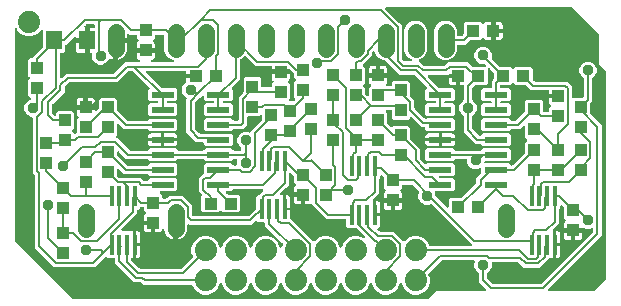
<source format=gbr>
G04 EAGLE Gerber X2 export*
%TF.Part,Single*%
%TF.FileFunction,Copper,L1,Top,Mixed*%
%TF.FilePolarity,Positive*%
%TF.GenerationSoftware,Autodesk,EAGLE,9.0.1*%
%TF.CreationDate,2018-06-21T02:26:47Z*%
G75*
%MOMM*%
%FSLAX34Y34*%
%LPD*%
%AMOC8*
5,1,8,0,0,1.08239X$1,22.5*%
G01*
%ADD10R,1.000000X1.100000*%
%ADD11R,1.100000X1.000000*%
%ADD12R,1.400000X1.600000*%
%ADD13C,1.879600*%
%ADD14C,1.409600*%
%ADD15R,0.431800X1.778000*%
%ADD16R,1.981200X0.558800*%
%ADD17C,0.203200*%
%ADD18C,0.950000*%
%ADD19C,0.406400*%
%ADD20C,1.500000*%

G36*
X493493Y9919D02*
X493493Y9919D01*
X493580Y9922D01*
X493633Y9939D01*
X493688Y9947D01*
X493768Y9982D01*
X493851Y10009D01*
X493890Y10037D01*
X493947Y10063D01*
X494060Y10159D01*
X494124Y10204D01*
X504146Y20226D01*
X504198Y20296D01*
X504258Y20360D01*
X504284Y20409D01*
X504317Y20453D01*
X504348Y20535D01*
X504388Y20613D01*
X504396Y20660D01*
X504418Y20719D01*
X504430Y20866D01*
X504443Y20944D01*
X504443Y194956D01*
X504431Y195043D01*
X504428Y195130D01*
X504411Y195183D01*
X504403Y195238D01*
X504368Y195318D01*
X504341Y195401D01*
X504313Y195440D01*
X504287Y195497D01*
X504191Y195610D01*
X504146Y195674D01*
X500474Y199346D01*
X498093Y201727D01*
X498093Y226706D01*
X498081Y226793D01*
X498078Y226880D01*
X498061Y226933D01*
X498053Y226988D01*
X498018Y227068D01*
X497991Y227151D01*
X497963Y227190D01*
X497937Y227247D01*
X497841Y227360D01*
X497796Y227424D01*
X475074Y250146D01*
X475004Y250198D01*
X474940Y250258D01*
X474891Y250284D01*
X474847Y250317D01*
X474765Y250348D01*
X474687Y250388D01*
X474640Y250396D01*
X474581Y250418D01*
X474434Y250430D01*
X474356Y250443D01*
X318114Y250443D01*
X318085Y250439D01*
X318055Y250442D01*
X317944Y250419D01*
X317832Y250403D01*
X317805Y250391D01*
X317777Y250386D01*
X317676Y250334D01*
X317573Y250287D01*
X317550Y250268D01*
X317524Y250255D01*
X317442Y250177D01*
X317356Y250104D01*
X317340Y250079D01*
X317318Y250059D01*
X317261Y249961D01*
X317198Y249867D01*
X317189Y249839D01*
X317175Y249814D01*
X317147Y249704D01*
X317112Y249596D01*
X317112Y249566D01*
X317104Y249538D01*
X317108Y249425D01*
X317105Y249312D01*
X317113Y249283D01*
X317113Y249254D01*
X317148Y249146D01*
X317177Y249037D01*
X317192Y249011D01*
X317201Y248983D01*
X317246Y248920D01*
X317322Y248792D01*
X317368Y248749D01*
X317396Y248710D01*
X328772Y237334D01*
X331153Y234953D01*
X331153Y207095D01*
X331165Y207009D01*
X331168Y206921D01*
X331185Y206868D01*
X331193Y206814D01*
X331228Y206734D01*
X331255Y206651D01*
X331283Y206611D01*
X331309Y206554D01*
X331405Y206441D01*
X331450Y206377D01*
X333059Y204768D01*
X333129Y204716D01*
X333193Y204656D01*
X333242Y204630D01*
X333286Y204597D01*
X333368Y204566D01*
X333446Y204526D01*
X333494Y204518D01*
X333552Y204496D01*
X333700Y204484D01*
X333777Y204471D01*
X338647Y204471D01*
X338732Y204483D01*
X338818Y204485D01*
X338872Y204503D01*
X338929Y204511D01*
X339007Y204546D01*
X339089Y204572D01*
X339136Y204604D01*
X339188Y204627D01*
X339253Y204682D01*
X339325Y204730D01*
X339362Y204774D01*
X339405Y204810D01*
X339453Y204882D01*
X339508Y204948D01*
X339531Y205000D01*
X339563Y205047D01*
X339589Y205129D01*
X339623Y205208D01*
X339631Y205264D01*
X339648Y205318D01*
X339651Y205404D01*
X339662Y205489D01*
X339654Y205545D01*
X339656Y205602D01*
X339634Y205685D01*
X339622Y205771D01*
X339598Y205822D01*
X339584Y205877D01*
X339540Y205951D01*
X339505Y206030D01*
X339468Y206073D01*
X339439Y206122D01*
X339376Y206181D01*
X339320Y206246D01*
X339278Y206272D01*
X339231Y206316D01*
X339102Y206382D01*
X339036Y206424D01*
X337468Y207073D01*
X334771Y209770D01*
X333311Y213295D01*
X333311Y231205D01*
X334771Y234730D01*
X337468Y237427D01*
X340993Y238887D01*
X344807Y238887D01*
X348332Y237427D01*
X351029Y234730D01*
X352489Y231205D01*
X352489Y213295D01*
X351029Y209770D01*
X348332Y207073D01*
X346421Y206282D01*
X346322Y206223D01*
X346220Y206171D01*
X346200Y206151D01*
X346176Y206137D01*
X346098Y206054D01*
X346014Y205975D01*
X346000Y205951D01*
X345981Y205931D01*
X345929Y205829D01*
X345871Y205729D01*
X345864Y205703D01*
X345851Y205678D01*
X345829Y205565D01*
X345801Y205454D01*
X345801Y205426D01*
X345796Y205399D01*
X345806Y205285D01*
X345810Y205170D01*
X345818Y205143D01*
X345821Y205116D01*
X345862Y205009D01*
X345897Y204899D01*
X345912Y204879D01*
X345923Y204850D01*
X346084Y204637D01*
X346092Y204626D01*
X346094Y204624D01*
X350014Y200704D01*
X350084Y200652D01*
X350147Y200592D01*
X350197Y200566D01*
X350241Y200533D01*
X350323Y200502D01*
X350401Y200462D01*
X350448Y200454D01*
X350507Y200432D01*
X350654Y200420D01*
X350732Y200407D01*
X366908Y200407D01*
X366995Y200419D01*
X367082Y200422D01*
X367135Y200439D01*
X367190Y200447D01*
X367270Y200482D01*
X367353Y200509D01*
X367392Y200537D01*
X367449Y200563D01*
X367562Y200659D01*
X367626Y200704D01*
X370623Y203701D01*
X370673Y203692D01*
X387086Y203692D01*
X390852Y199926D01*
X390922Y199873D01*
X390986Y199813D01*
X391035Y199788D01*
X391080Y199755D01*
X391161Y199724D01*
X391239Y199684D01*
X391287Y199676D01*
X391345Y199653D01*
X391493Y199641D01*
X391570Y199628D01*
X401928Y199628D01*
X401957Y199632D01*
X401987Y199630D01*
X402098Y199652D01*
X402210Y199668D01*
X402236Y199680D01*
X402265Y199686D01*
X402366Y199738D01*
X402469Y199784D01*
X402492Y199803D01*
X402518Y199817D01*
X402600Y199895D01*
X402686Y199968D01*
X402702Y199992D01*
X402724Y200013D01*
X402781Y200110D01*
X402844Y200205D01*
X402853Y200233D01*
X402867Y200258D01*
X402895Y200367D01*
X402930Y200476D01*
X402930Y200505D01*
X402938Y200533D01*
X402934Y200646D01*
X402937Y200760D01*
X402929Y200788D01*
X402928Y200818D01*
X402894Y200925D01*
X402865Y201035D01*
X402850Y201060D01*
X402841Y201088D01*
X402796Y201152D01*
X402720Y201279D01*
X402674Y201322D01*
X402646Y201361D01*
X402046Y201962D01*
X401976Y202014D01*
X401912Y202074D01*
X401863Y202100D01*
X401818Y202133D01*
X401737Y202164D01*
X401659Y202204D01*
X401611Y202212D01*
X401553Y202234D01*
X401405Y202246D01*
X401328Y202259D01*
X398600Y202259D01*
X395920Y203369D01*
X393869Y205420D01*
X392759Y208100D01*
X392759Y211000D01*
X393869Y213680D01*
X395920Y215731D01*
X398600Y216841D01*
X401500Y216841D01*
X404180Y215731D01*
X406231Y213680D01*
X407341Y211000D01*
X407341Y208100D01*
X407198Y207756D01*
X407198Y207754D01*
X407197Y207753D01*
X407162Y207617D01*
X407127Y207480D01*
X407127Y207479D01*
X407127Y207477D01*
X407131Y207333D01*
X407135Y207196D01*
X407136Y207195D01*
X407136Y207193D01*
X407180Y207055D01*
X407222Y206925D01*
X407223Y206924D01*
X407223Y206923D01*
X407232Y206910D01*
X407380Y206689D01*
X407404Y206669D01*
X407418Y206649D01*
X414142Y199926D01*
X414212Y199873D01*
X414276Y199813D01*
X414325Y199788D01*
X414369Y199755D01*
X414451Y199724D01*
X414529Y199684D01*
X414576Y199676D01*
X414635Y199653D01*
X414782Y199641D01*
X414860Y199628D01*
X423502Y199628D01*
X424732Y198399D01*
X424779Y198363D01*
X424819Y198321D01*
X424892Y198278D01*
X424959Y198228D01*
X425014Y198207D01*
X425064Y198177D01*
X425146Y198157D01*
X425225Y198126D01*
X425283Y198122D01*
X425340Y198107D01*
X425424Y198110D01*
X425508Y198103D01*
X425566Y198114D01*
X425624Y198116D01*
X425704Y198142D01*
X425787Y198159D01*
X425839Y198186D01*
X425895Y198204D01*
X425951Y198244D01*
X426039Y198290D01*
X426112Y198359D01*
X426168Y198399D01*
X427398Y199628D01*
X440502Y199628D01*
X441991Y198140D01*
X441991Y189497D01*
X442003Y189411D01*
X442006Y189323D01*
X442023Y189271D01*
X442031Y189216D01*
X442066Y189136D01*
X442093Y189053D01*
X442121Y189013D01*
X442147Y188956D01*
X442243Y188843D01*
X442288Y188779D01*
X443478Y187590D01*
X443548Y187537D01*
X443612Y187477D01*
X443661Y187452D01*
X443705Y187419D01*
X443787Y187388D01*
X443865Y187348D01*
X443912Y187340D01*
X443971Y187317D01*
X444118Y187305D01*
X444196Y187292D01*
X471286Y187292D01*
X475155Y183423D01*
X475155Y174718D01*
X475163Y174661D01*
X475161Y174602D01*
X475183Y174521D01*
X475195Y174437D01*
X475218Y174384D01*
X475233Y174327D01*
X475276Y174255D01*
X475311Y174178D01*
X475349Y174133D01*
X475378Y174083D01*
X475440Y174025D01*
X475494Y173961D01*
X475543Y173928D01*
X475586Y173888D01*
X475661Y173850D01*
X475731Y173803D01*
X475787Y173785D01*
X475839Y173759D01*
X475907Y173747D01*
X476002Y173717D01*
X476102Y173715D01*
X476170Y173703D01*
X484378Y173703D01*
X484436Y173711D01*
X484494Y173710D01*
X484576Y173731D01*
X484660Y173743D01*
X484713Y173767D01*
X484769Y173782D01*
X484842Y173825D01*
X484919Y173859D01*
X484964Y173897D01*
X485014Y173927D01*
X485072Y173989D01*
X485136Y174043D01*
X485168Y174092D01*
X485208Y174134D01*
X485247Y174209D01*
X485294Y174280D01*
X485311Y174335D01*
X485338Y174387D01*
X485349Y174455D01*
X485379Y174551D01*
X485382Y174650D01*
X485393Y174718D01*
X485393Y189753D01*
X485393Y189755D01*
X485393Y189757D01*
X485373Y189899D01*
X485353Y190035D01*
X485353Y190036D01*
X485353Y190038D01*
X485294Y190168D01*
X485237Y190294D01*
X485236Y190296D01*
X485235Y190297D01*
X485143Y190406D01*
X485054Y190511D01*
X485052Y190512D01*
X485051Y190514D01*
X485037Y190522D01*
X484827Y190662D01*
X482769Y192720D01*
X481659Y195400D01*
X481659Y198300D01*
X482769Y200980D01*
X484820Y203031D01*
X487500Y204141D01*
X490400Y204141D01*
X493080Y203031D01*
X495131Y200980D01*
X496241Y198300D01*
X496241Y195400D01*
X495131Y192720D01*
X493057Y190647D01*
X493010Y190619D01*
X492889Y190547D01*
X492888Y190546D01*
X492886Y190545D01*
X492790Y190442D01*
X492694Y190340D01*
X492693Y190339D01*
X492692Y190338D01*
X492625Y190208D01*
X492563Y190088D01*
X492563Y190086D01*
X492562Y190085D01*
X492560Y190069D01*
X492508Y189809D01*
X492511Y189778D01*
X492507Y189753D01*
X492507Y170539D01*
X490438Y168471D01*
X490386Y168401D01*
X490326Y168337D01*
X490300Y168288D01*
X490267Y168243D01*
X490236Y168162D01*
X490196Y168084D01*
X490188Y168036D01*
X490166Y167978D01*
X490154Y167830D01*
X490141Y167753D01*
X490141Y161383D01*
X490153Y161296D01*
X490156Y161209D01*
X490173Y161156D01*
X490181Y161101D01*
X490216Y161021D01*
X490243Y160938D01*
X490271Y160899D01*
X490297Y160842D01*
X490393Y160729D01*
X490438Y160665D01*
X497924Y153179D01*
X500305Y150798D01*
X500305Y57125D01*
X497924Y54744D01*
X454820Y11640D01*
X454802Y11616D01*
X454780Y11597D01*
X454717Y11503D01*
X454649Y11413D01*
X454639Y11385D01*
X454622Y11361D01*
X454588Y11253D01*
X454548Y11147D01*
X454545Y11118D01*
X454536Y11090D01*
X454534Y10976D01*
X454524Y10864D01*
X454530Y10835D01*
X454529Y10806D01*
X454558Y10696D01*
X454580Y10585D01*
X454594Y10559D01*
X454601Y10531D01*
X454659Y10433D01*
X454711Y10333D01*
X454731Y10311D01*
X454746Y10286D01*
X454829Y10209D01*
X454907Y10127D01*
X454932Y10112D01*
X454954Y10092D01*
X455054Y10040D01*
X455152Y9983D01*
X455181Y9976D01*
X455207Y9962D01*
X455284Y9949D01*
X455428Y9913D01*
X455490Y9915D01*
X455538Y9907D01*
X493406Y9907D01*
X493493Y9919D01*
G37*
G36*
X353793Y3569D02*
X353793Y3569D01*
X353880Y3572D01*
X353933Y3589D01*
X353988Y3597D01*
X354068Y3632D01*
X354151Y3659D01*
X354190Y3687D01*
X354247Y3713D01*
X354360Y3809D01*
X354424Y3854D01*
X360477Y9907D01*
X401712Y9907D01*
X401741Y9911D01*
X401771Y9908D01*
X401882Y9931D01*
X401994Y9947D01*
X402020Y9959D01*
X402049Y9964D01*
X402150Y10016D01*
X402253Y10063D01*
X402276Y10082D01*
X402302Y10095D01*
X402384Y10173D01*
X402470Y10246D01*
X402486Y10271D01*
X402508Y10291D01*
X402565Y10389D01*
X402628Y10483D01*
X402637Y10511D01*
X402651Y10536D01*
X402679Y10646D01*
X402714Y10754D01*
X402714Y10784D01*
X402722Y10812D01*
X402718Y10925D01*
X402721Y11038D01*
X402713Y11067D01*
X402712Y11096D01*
X402678Y11204D01*
X402649Y11313D01*
X402634Y11339D01*
X402625Y11367D01*
X402579Y11430D01*
X402504Y11558D01*
X402458Y11601D01*
X402430Y11640D01*
X398874Y15196D01*
X396493Y17577D01*
X396493Y24653D01*
X396493Y24655D01*
X396493Y24657D01*
X396473Y24799D01*
X396453Y24935D01*
X396453Y24936D01*
X396453Y24938D01*
X396394Y25068D01*
X396337Y25194D01*
X396336Y25196D01*
X396335Y25197D01*
X396243Y25306D01*
X396154Y25411D01*
X396152Y25412D01*
X396151Y25414D01*
X396137Y25422D01*
X395927Y25562D01*
X393869Y27620D01*
X392759Y30300D01*
X392759Y33200D01*
X393334Y34587D01*
X393363Y34699D01*
X393397Y34808D01*
X393398Y34836D01*
X393405Y34863D01*
X393402Y34977D01*
X393405Y35092D01*
X393397Y35119D01*
X393397Y35147D01*
X393362Y35256D01*
X393333Y35367D01*
X393319Y35391D01*
X393310Y35418D01*
X393246Y35513D01*
X393187Y35612D01*
X393167Y35631D01*
X393152Y35654D01*
X393064Y35728D01*
X392980Y35806D01*
X392955Y35819D01*
X392934Y35837D01*
X392829Y35883D01*
X392727Y35936D01*
X392702Y35940D01*
X392674Y35952D01*
X392411Y35989D01*
X392396Y35991D01*
X365292Y35991D01*
X365205Y35979D01*
X365118Y35976D01*
X365065Y35959D01*
X365010Y35951D01*
X364930Y35916D01*
X364847Y35889D01*
X364808Y35861D01*
X364751Y35835D01*
X364638Y35739D01*
X364574Y35694D01*
X353990Y25110D01*
X353989Y25109D01*
X353988Y25108D01*
X353902Y24993D01*
X353820Y24883D01*
X353819Y24882D01*
X353818Y24881D01*
X353768Y24749D01*
X353718Y24618D01*
X353718Y24616D01*
X353718Y24615D01*
X353706Y24470D01*
X353695Y24334D01*
X353695Y24333D01*
X353695Y24331D01*
X353699Y24316D01*
X353751Y24056D01*
X353765Y24028D01*
X353770Y24004D01*
X354839Y21425D01*
X354839Y16675D01*
X353021Y12287D01*
X349663Y8929D01*
X345275Y7111D01*
X340525Y7111D01*
X336137Y8929D01*
X332779Y12287D01*
X331138Y16249D01*
X331123Y16274D01*
X331114Y16302D01*
X331051Y16396D01*
X330993Y16493D01*
X330972Y16514D01*
X330956Y16538D01*
X330869Y16611D01*
X330787Y16689D01*
X330761Y16702D01*
X330738Y16721D01*
X330635Y16767D01*
X330534Y16819D01*
X330505Y16825D01*
X330478Y16836D01*
X330366Y16852D01*
X330255Y16874D01*
X330226Y16871D01*
X330197Y16875D01*
X330085Y16859D01*
X329972Y16849D01*
X329945Y16839D01*
X329916Y16835D01*
X329812Y16788D01*
X329707Y16747D01*
X329683Y16730D01*
X329656Y16718D01*
X329570Y16644D01*
X329480Y16576D01*
X329462Y16552D01*
X329440Y16533D01*
X329398Y16467D01*
X329310Y16348D01*
X329288Y16290D01*
X329262Y16249D01*
X327621Y12287D01*
X324263Y8929D01*
X319875Y7111D01*
X315125Y7111D01*
X310737Y8929D01*
X307379Y12287D01*
X305738Y16249D01*
X305723Y16274D01*
X305714Y16302D01*
X305651Y16396D01*
X305593Y16493D01*
X305572Y16514D01*
X305556Y16538D01*
X305469Y16611D01*
X305387Y16689D01*
X305361Y16702D01*
X305338Y16721D01*
X305235Y16767D01*
X305134Y16819D01*
X305105Y16825D01*
X305078Y16836D01*
X304966Y16852D01*
X304855Y16874D01*
X304826Y16871D01*
X304797Y16875D01*
X304685Y16859D01*
X304572Y16849D01*
X304545Y16839D01*
X304516Y16835D01*
X304412Y16788D01*
X304307Y16747D01*
X304283Y16730D01*
X304256Y16718D01*
X304170Y16644D01*
X304080Y16576D01*
X304062Y16552D01*
X304040Y16533D01*
X303998Y16467D01*
X303910Y16348D01*
X303888Y16290D01*
X303862Y16249D01*
X302221Y12287D01*
X298863Y8929D01*
X294475Y7111D01*
X289725Y7111D01*
X285337Y8929D01*
X281979Y12287D01*
X280338Y16249D01*
X280323Y16274D01*
X280314Y16302D01*
X280251Y16396D01*
X280193Y16493D01*
X280172Y16514D01*
X280156Y16538D01*
X280069Y16611D01*
X279987Y16689D01*
X279961Y16702D01*
X279938Y16721D01*
X279835Y16767D01*
X279734Y16819D01*
X279705Y16825D01*
X279678Y16836D01*
X279566Y16852D01*
X279455Y16874D01*
X279426Y16871D01*
X279397Y16875D01*
X279285Y16859D01*
X279172Y16849D01*
X279145Y16839D01*
X279116Y16835D01*
X279012Y16788D01*
X278907Y16747D01*
X278883Y16730D01*
X278856Y16718D01*
X278770Y16644D01*
X278680Y16576D01*
X278662Y16552D01*
X278640Y16533D01*
X278598Y16467D01*
X278510Y16348D01*
X278488Y16290D01*
X278462Y16249D01*
X276821Y12287D01*
X273463Y8929D01*
X269075Y7111D01*
X264325Y7111D01*
X259937Y8929D01*
X256579Y12287D01*
X254938Y16249D01*
X254923Y16274D01*
X254914Y16302D01*
X254851Y16396D01*
X254793Y16493D01*
X254772Y16514D01*
X254756Y16538D01*
X254669Y16611D01*
X254587Y16689D01*
X254561Y16702D01*
X254538Y16721D01*
X254435Y16767D01*
X254334Y16819D01*
X254305Y16825D01*
X254278Y16836D01*
X254166Y16852D01*
X254055Y16874D01*
X254026Y16871D01*
X253997Y16875D01*
X253885Y16859D01*
X253772Y16849D01*
X253745Y16839D01*
X253716Y16835D01*
X253612Y16788D01*
X253507Y16747D01*
X253483Y16730D01*
X253456Y16718D01*
X253370Y16644D01*
X253280Y16576D01*
X253262Y16552D01*
X253240Y16533D01*
X253198Y16467D01*
X253110Y16348D01*
X253088Y16290D01*
X253062Y16249D01*
X251421Y12287D01*
X248063Y8929D01*
X243675Y7111D01*
X238925Y7111D01*
X234537Y8929D01*
X231179Y12287D01*
X229538Y16249D01*
X229523Y16274D01*
X229514Y16302D01*
X229451Y16396D01*
X229393Y16493D01*
X229372Y16514D01*
X229356Y16538D01*
X229269Y16611D01*
X229187Y16689D01*
X229161Y16702D01*
X229138Y16721D01*
X229035Y16767D01*
X228934Y16819D01*
X228905Y16825D01*
X228878Y16836D01*
X228766Y16852D01*
X228655Y16874D01*
X228626Y16871D01*
X228597Y16875D01*
X228485Y16859D01*
X228372Y16849D01*
X228345Y16839D01*
X228316Y16835D01*
X228212Y16788D01*
X228107Y16747D01*
X228083Y16730D01*
X228056Y16718D01*
X227970Y16644D01*
X227880Y16576D01*
X227862Y16552D01*
X227840Y16533D01*
X227798Y16467D01*
X227710Y16348D01*
X227688Y16290D01*
X227662Y16249D01*
X226021Y12287D01*
X222663Y8929D01*
X218275Y7111D01*
X213525Y7111D01*
X209137Y8929D01*
X205779Y12287D01*
X204138Y16249D01*
X204123Y16274D01*
X204114Y16302D01*
X204051Y16396D01*
X203993Y16493D01*
X203972Y16514D01*
X203956Y16538D01*
X203869Y16611D01*
X203787Y16689D01*
X203761Y16702D01*
X203738Y16721D01*
X203635Y16767D01*
X203534Y16819D01*
X203505Y16825D01*
X203478Y16836D01*
X203366Y16852D01*
X203255Y16874D01*
X203226Y16871D01*
X203197Y16875D01*
X203085Y16859D01*
X202972Y16849D01*
X202945Y16839D01*
X202915Y16835D01*
X202812Y16788D01*
X202707Y16747D01*
X202683Y16730D01*
X202656Y16718D01*
X202570Y16644D01*
X202480Y16576D01*
X202462Y16552D01*
X202440Y16533D01*
X202398Y16467D01*
X202310Y16348D01*
X202288Y16290D01*
X202262Y16249D01*
X200621Y12287D01*
X197263Y8929D01*
X192875Y7111D01*
X188125Y7111D01*
X183737Y8929D01*
X180379Y12287D01*
X178738Y16249D01*
X178723Y16274D01*
X178714Y16302D01*
X178651Y16396D01*
X178593Y16493D01*
X178572Y16514D01*
X178556Y16538D01*
X178469Y16611D01*
X178387Y16689D01*
X178361Y16702D01*
X178338Y16721D01*
X178235Y16767D01*
X178134Y16819D01*
X178105Y16825D01*
X178078Y16836D01*
X177966Y16852D01*
X177855Y16874D01*
X177826Y16871D01*
X177797Y16875D01*
X177685Y16859D01*
X177572Y16849D01*
X177545Y16839D01*
X177516Y16835D01*
X177412Y16788D01*
X177307Y16747D01*
X177283Y16730D01*
X177256Y16718D01*
X177170Y16644D01*
X177080Y16576D01*
X177062Y16552D01*
X177040Y16533D01*
X176998Y16467D01*
X176910Y16348D01*
X176888Y16290D01*
X176862Y16249D01*
X175221Y12287D01*
X171863Y8929D01*
X167475Y7111D01*
X162725Y7111D01*
X158337Y8929D01*
X154979Y12287D01*
X153910Y14867D01*
X153910Y14868D01*
X153909Y14869D01*
X153839Y14988D01*
X153766Y15111D01*
X153765Y15112D01*
X153764Y15114D01*
X153660Y15211D01*
X153559Y15307D01*
X153558Y15307D01*
X153557Y15308D01*
X153433Y15372D01*
X153307Y15437D01*
X153305Y15437D01*
X153304Y15438D01*
X153289Y15440D01*
X153028Y15492D01*
X152997Y15489D01*
X152972Y15493D01*
X112020Y15493D01*
X110032Y17482D01*
X109962Y17534D01*
X109898Y17594D01*
X109849Y17620D01*
X109804Y17653D01*
X109723Y17684D01*
X109645Y17724D01*
X109597Y17732D01*
X109539Y17754D01*
X109391Y17766D01*
X109314Y17779D01*
X104793Y17779D01*
X88443Y34129D01*
X88443Y36957D01*
X88435Y37015D01*
X88437Y37073D01*
X88415Y37155D01*
X88403Y37239D01*
X88380Y37292D01*
X88365Y37348D01*
X88322Y37421D01*
X88287Y37498D01*
X88249Y37543D01*
X88220Y37593D01*
X88158Y37651D01*
X88104Y37715D01*
X88055Y37747D01*
X88012Y37787D01*
X87937Y37826D01*
X87867Y37873D01*
X87811Y37890D01*
X87759Y37917D01*
X87691Y37928D01*
X87596Y37958D01*
X87496Y37961D01*
X87428Y37972D01*
X82289Y37972D01*
X81577Y38684D01*
X81531Y38719D01*
X81490Y38761D01*
X81418Y38804D01*
X81350Y38854D01*
X81295Y38875D01*
X81245Y38905D01*
X81164Y38926D01*
X81085Y38956D01*
X81026Y38960D01*
X80970Y38975D01*
X80885Y38972D01*
X80801Y38979D01*
X80744Y38968D01*
X80685Y38966D01*
X80605Y38940D01*
X80522Y38923D01*
X80471Y38896D01*
X80415Y38878D01*
X80359Y38838D01*
X80270Y38792D01*
X80198Y38724D01*
X80142Y38684D01*
X78824Y37366D01*
X74034Y32576D01*
X71653Y30195D01*
X36714Y30195D01*
X20395Y46514D01*
X20395Y108006D01*
X20383Y108093D01*
X20380Y108180D01*
X20363Y108233D01*
X20355Y108288D01*
X20320Y108368D01*
X20293Y108451D01*
X20265Y108490D01*
X20239Y108547D01*
X20143Y108660D01*
X20098Y108724D01*
X18558Y110264D01*
X18558Y156794D01*
X18550Y156852D01*
X18551Y156910D01*
X18530Y156992D01*
X18518Y157076D01*
X18494Y157129D01*
X18479Y157185D01*
X18436Y157258D01*
X18402Y157335D01*
X18364Y157380D01*
X18334Y157430D01*
X18272Y157488D01*
X18218Y157552D01*
X18169Y157584D01*
X18127Y157624D01*
X18052Y157663D01*
X17981Y157710D01*
X17926Y157727D01*
X17874Y157754D01*
X17806Y157765D01*
X17710Y157795D01*
X17628Y157797D01*
X14920Y158919D01*
X12869Y160970D01*
X11759Y163650D01*
X11759Y166550D01*
X12869Y169230D01*
X14920Y171281D01*
X16671Y172006D01*
X16745Y172050D01*
X16824Y172085D01*
X16867Y172122D01*
X16916Y172151D01*
X16975Y172213D01*
X17041Y172269D01*
X17072Y172316D01*
X17111Y172357D01*
X17150Y172434D01*
X17198Y172505D01*
X17215Y172559D01*
X17241Y172610D01*
X17258Y172694D01*
X17284Y172776D01*
X17285Y172833D01*
X17296Y172889D01*
X17289Y172974D01*
X17291Y173060D01*
X17277Y173115D01*
X17272Y173172D01*
X17241Y173253D01*
X17219Y173335D01*
X17190Y173384D01*
X17170Y173437D01*
X17118Y173506D01*
X17074Y173580D01*
X17033Y173619D01*
X16998Y173664D01*
X16929Y173716D01*
X16867Y173774D01*
X16816Y173800D01*
X16771Y173834D01*
X16690Y173865D01*
X16614Y173904D01*
X16565Y173912D01*
X16505Y173935D01*
X16360Y173946D01*
X16283Y173959D01*
X16173Y173959D01*
X14684Y175448D01*
X14684Y188552D01*
X15914Y189782D01*
X15949Y189829D01*
X15992Y189869D01*
X16034Y189942D01*
X16085Y190009D01*
X16106Y190064D01*
X16135Y190114D01*
X16156Y190196D01*
X16186Y190275D01*
X16191Y190333D01*
X16205Y190390D01*
X16203Y190474D01*
X16210Y190558D01*
X16198Y190616D01*
X16196Y190674D01*
X16170Y190754D01*
X16154Y190837D01*
X16127Y190889D01*
X16109Y190945D01*
X16069Y191001D01*
X16023Y191089D01*
X15954Y191162D01*
X15914Y191218D01*
X14684Y192448D01*
X14684Y205552D01*
X16173Y207041D01*
X17653Y207041D01*
X17711Y207049D01*
X17769Y207047D01*
X17851Y207069D01*
X17935Y207081D01*
X17988Y207104D01*
X18044Y207119D01*
X18117Y207162D01*
X18194Y207197D01*
X18239Y207235D01*
X18289Y207264D01*
X18347Y207326D01*
X18411Y207380D01*
X18443Y207429D01*
X18483Y207472D01*
X18522Y207547D01*
X18569Y207617D01*
X18586Y207673D01*
X18613Y207725D01*
X18624Y207793D01*
X18629Y207809D01*
X26962Y216142D01*
X27014Y216212D01*
X27074Y216276D01*
X27100Y216325D01*
X27133Y216369D01*
X27164Y216451D01*
X27204Y216529D01*
X27212Y216576D01*
X27234Y216635D01*
X27246Y216782D01*
X27259Y216860D01*
X27259Y230174D01*
X27255Y230203D01*
X27258Y230233D01*
X27235Y230344D01*
X27219Y230456D01*
X27207Y230483D01*
X27202Y230511D01*
X27149Y230612D01*
X27103Y230715D01*
X27084Y230738D01*
X27071Y230764D01*
X26993Y230846D01*
X26920Y230932D01*
X26895Y230948D01*
X26875Y230970D01*
X26777Y231027D01*
X26683Y231090D01*
X26655Y231099D01*
X26630Y231113D01*
X26520Y231141D01*
X26412Y231176D01*
X26382Y231176D01*
X26354Y231184D01*
X26241Y231180D01*
X26128Y231183D01*
X26099Y231175D01*
X26070Y231175D01*
X25962Y231140D01*
X25853Y231111D01*
X25827Y231096D01*
X25799Y231087D01*
X25736Y231042D01*
X25608Y230966D01*
X25565Y230920D01*
X25526Y230892D01*
X22638Y228004D01*
X18250Y226186D01*
X13500Y226186D01*
X9112Y228004D01*
X5754Y231362D01*
X5510Y231951D01*
X5466Y232025D01*
X5431Y232103D01*
X5394Y232147D01*
X5365Y232196D01*
X5303Y232255D01*
X5247Y232320D01*
X5200Y232352D01*
X5159Y232391D01*
X5082Y232430D01*
X5011Y232478D01*
X4957Y232495D01*
X4906Y232521D01*
X4822Y232538D01*
X4740Y232564D01*
X4683Y232565D01*
X4627Y232576D01*
X4542Y232569D01*
X4456Y232571D01*
X4401Y232557D01*
X4344Y232552D01*
X4264Y232521D01*
X4181Y232499D01*
X4132Y232470D01*
X4079Y232450D01*
X4010Y232398D01*
X3936Y232354D01*
X3897Y232313D01*
X3852Y232278D01*
X3800Y232209D01*
X3742Y232147D01*
X3716Y232096D01*
X3682Y232051D01*
X3651Y231970D01*
X3612Y231894D01*
X3604Y231845D01*
X3581Y231785D01*
X3570Y231640D01*
X3557Y231563D01*
X3557Y52694D01*
X3569Y52607D01*
X3572Y52520D01*
X3589Y52467D01*
X3597Y52412D01*
X3632Y52332D01*
X3659Y52249D01*
X3687Y52210D01*
X3713Y52153D01*
X3809Y52040D01*
X3854Y51976D01*
X51976Y3854D01*
X52046Y3802D01*
X52110Y3742D01*
X52159Y3716D01*
X52203Y3683D01*
X52285Y3652D01*
X52363Y3612D01*
X52410Y3604D01*
X52469Y3582D01*
X52616Y3570D01*
X52694Y3557D01*
X353706Y3557D01*
X353793Y3569D01*
G37*
G36*
X115708Y128981D02*
X115708Y128981D01*
X115795Y128984D01*
X115848Y129001D01*
X115903Y129009D01*
X115982Y129045D01*
X116066Y129072D01*
X116105Y129100D01*
X116162Y129125D01*
X116275Y129221D01*
X116339Y129267D01*
X117820Y130747D01*
X139736Y130747D01*
X141217Y129267D01*
X141287Y129214D01*
X141351Y129154D01*
X141400Y129129D01*
X141444Y129096D01*
X141526Y129065D01*
X141604Y129025D01*
X141651Y129017D01*
X141710Y128994D01*
X141858Y128982D01*
X141935Y128969D01*
X162865Y128969D01*
X162952Y128981D01*
X163039Y128984D01*
X163092Y129001D01*
X163147Y129009D01*
X163226Y129045D01*
X163310Y129072D01*
X163349Y129100D01*
X163406Y129125D01*
X163519Y129221D01*
X163583Y129267D01*
X165064Y130747D01*
X186980Y130747D01*
X188461Y129267D01*
X188531Y129214D01*
X188595Y129154D01*
X188644Y129129D01*
X188688Y129096D01*
X188770Y129065D01*
X188848Y129025D01*
X188895Y129017D01*
X188954Y128994D01*
X189102Y128982D01*
X189179Y128969D01*
X194488Y128969D01*
X194546Y128977D01*
X194604Y128976D01*
X194686Y128997D01*
X194770Y129009D01*
X194823Y129033D01*
X194879Y129048D01*
X194952Y129091D01*
X195029Y129125D01*
X195074Y129163D01*
X195124Y129193D01*
X195182Y129255D01*
X195246Y129309D01*
X195278Y129358D01*
X195318Y129400D01*
X195357Y129475D01*
X195404Y129546D01*
X195421Y129601D01*
X195448Y129653D01*
X195459Y129721D01*
X195489Y129817D01*
X195492Y129916D01*
X195503Y129984D01*
X195503Y130688D01*
X195491Y130775D01*
X195488Y130862D01*
X195471Y130915D01*
X195463Y130970D01*
X195428Y131050D01*
X195401Y131133D01*
X195373Y131172D01*
X195347Y131229D01*
X195251Y131343D01*
X195206Y131406D01*
X193175Y133437D01*
X192065Y136117D01*
X192065Y139018D01*
X193175Y141697D01*
X195226Y143748D01*
X197905Y144858D01*
X200806Y144858D01*
X202193Y144283D01*
X202304Y144255D01*
X202414Y144220D01*
X202441Y144219D01*
X202468Y144212D01*
X202583Y144216D01*
X202698Y144213D01*
X202725Y144220D01*
X202752Y144221D01*
X202862Y144256D01*
X202973Y144285D01*
X202997Y144299D01*
X203023Y144307D01*
X203119Y144371D01*
X203217Y144430D01*
X203236Y144450D01*
X203259Y144466D01*
X203333Y144553D01*
X203412Y144637D01*
X203424Y144662D01*
X203442Y144683D01*
X203489Y144788D01*
X203541Y144890D01*
X203545Y144915D01*
X203558Y144943D01*
X203594Y145206D01*
X203597Y145221D01*
X203597Y145317D01*
X212824Y154545D01*
X212877Y154615D01*
X212937Y154679D01*
X212962Y154728D01*
X212995Y154772D01*
X213026Y154854D01*
X213066Y154932D01*
X213074Y154979D01*
X213097Y155038D01*
X213109Y155185D01*
X213122Y155263D01*
X213122Y157915D01*
X213118Y157944D01*
X213120Y157973D01*
X213098Y158084D01*
X213082Y158197D01*
X213070Y158223D01*
X213064Y158252D01*
X213012Y158353D01*
X212966Y158456D01*
X212947Y158478D01*
X212933Y158504D01*
X212855Y158587D01*
X212782Y158673D01*
X212758Y158689D01*
X212737Y158711D01*
X212640Y158768D01*
X212545Y158831D01*
X212517Y158839D01*
X212492Y158854D01*
X212382Y158882D01*
X212274Y158916D01*
X212245Y158917D01*
X212217Y158924D01*
X212104Y158921D01*
X211990Y158924D01*
X211962Y158916D01*
X211932Y158915D01*
X211824Y158880D01*
X211715Y158852D01*
X211690Y158837D01*
X211662Y158828D01*
X211598Y158782D01*
X211471Y158707D01*
X211428Y158661D01*
X211389Y158633D01*
X210840Y158084D01*
X201311Y158084D01*
X201254Y158076D01*
X201195Y158078D01*
X201114Y158056D01*
X201030Y158044D01*
X200977Y158021D01*
X200920Y158006D01*
X200848Y157963D01*
X200771Y157928D01*
X200726Y157890D01*
X200676Y157861D01*
X200618Y157799D01*
X200554Y157745D01*
X200521Y157696D01*
X200481Y157653D01*
X200443Y157578D01*
X200396Y157508D01*
X200378Y157452D01*
X200352Y157400D01*
X200340Y157332D01*
X200310Y157237D01*
X200308Y157137D01*
X200296Y157069D01*
X200296Y150816D01*
X196736Y147256D01*
X189179Y147256D01*
X189092Y147244D01*
X189005Y147241D01*
X188952Y147224D01*
X188897Y147216D01*
X188818Y147180D01*
X188734Y147153D01*
X188695Y147125D01*
X188638Y147100D01*
X188525Y147004D01*
X188461Y146958D01*
X186980Y145478D01*
X165064Y145478D01*
X163575Y146966D01*
X163575Y154659D01*
X165064Y156147D01*
X186980Y156147D01*
X188461Y154667D01*
X188531Y154614D01*
X188595Y154554D01*
X188644Y154529D01*
X188688Y154496D01*
X188770Y154465D01*
X188848Y154425D01*
X188895Y154417D01*
X188954Y154394D01*
X189102Y154382D01*
X189179Y154369D01*
X192168Y154369D01*
X192225Y154377D01*
X192284Y154376D01*
X192365Y154397D01*
X192449Y154409D01*
X192502Y154433D01*
X192559Y154448D01*
X192631Y154491D01*
X192708Y154525D01*
X192753Y154563D01*
X192803Y154593D01*
X192861Y154655D01*
X192925Y154709D01*
X192958Y154758D01*
X192998Y154800D01*
X193036Y154875D01*
X193083Y154946D01*
X193101Y155001D01*
X193127Y155053D01*
X193139Y155121D01*
X193169Y155217D01*
X193171Y155316D01*
X193183Y155384D01*
X193183Y174361D01*
X196949Y178127D01*
X197002Y178197D01*
X197062Y178261D01*
X197087Y178310D01*
X197120Y178355D01*
X197151Y178436D01*
X197191Y178514D01*
X197199Y178562D01*
X197222Y178620D01*
X197234Y178768D01*
X197247Y178845D01*
X197247Y189677D01*
X198735Y191166D01*
X210840Y191166D01*
X212328Y189677D01*
X212328Y183397D01*
X212336Y183339D01*
X212335Y183281D01*
X212356Y183199D01*
X212368Y183115D01*
X212392Y183062D01*
X212407Y183006D01*
X212450Y182933D01*
X212484Y182856D01*
X212522Y182811D01*
X212552Y182761D01*
X212614Y182703D01*
X212668Y182639D01*
X212717Y182607D01*
X212759Y182567D01*
X212834Y182528D01*
X212905Y182481D01*
X212960Y182464D01*
X213012Y182437D01*
X213080Y182426D01*
X213176Y182396D01*
X213275Y182393D01*
X213343Y182382D01*
X220044Y182382D01*
X220102Y182390D01*
X220160Y182388D01*
X220242Y182410D01*
X220326Y182422D01*
X220379Y182445D01*
X220435Y182460D01*
X220508Y182503D01*
X220585Y182538D01*
X220630Y182576D01*
X220680Y182605D01*
X220738Y182667D01*
X220802Y182721D01*
X220834Y182770D01*
X220874Y182813D01*
X220913Y182888D01*
X220960Y182958D01*
X220977Y183014D01*
X221004Y183066D01*
X221015Y183134D01*
X221045Y183229D01*
X221048Y183329D01*
X221059Y183397D01*
X221059Y185377D01*
X222330Y186649D01*
X222360Y186687D01*
X222396Y186720D01*
X222445Y186801D01*
X222501Y186876D01*
X222519Y186921D01*
X222544Y186963D01*
X222569Y187053D01*
X222602Y187141D01*
X222607Y187190D01*
X222619Y187237D01*
X222618Y187331D01*
X222626Y187425D01*
X222616Y187472D01*
X222616Y187521D01*
X222589Y187611D01*
X222570Y187703D01*
X222548Y187747D01*
X222534Y187793D01*
X222482Y187872D01*
X222439Y187956D01*
X222406Y187991D01*
X222379Y188032D01*
X222322Y188079D01*
X222243Y188162D01*
X222168Y188206D01*
X222120Y188246D01*
X222040Y188292D01*
X221567Y188765D01*
X221232Y189344D01*
X221059Y189991D01*
X221059Y193794D01*
X227584Y193794D01*
X227642Y193802D01*
X227700Y193800D01*
X227782Y193822D01*
X227865Y193834D01*
X227919Y193858D01*
X227975Y193872D01*
X228048Y193915D01*
X228125Y193950D01*
X228169Y193988D01*
X228220Y194018D01*
X228277Y194079D01*
X228342Y194134D01*
X228374Y194182D01*
X228414Y194225D01*
X228453Y194300D01*
X228499Y194370D01*
X228517Y194426D01*
X228544Y194478D01*
X228555Y194546D01*
X228585Y194641D01*
X228588Y194741D01*
X228599Y194809D01*
X228599Y196841D01*
X228591Y196899D01*
X228592Y196957D01*
X228571Y197039D01*
X228559Y197122D01*
X228535Y197176D01*
X228521Y197232D01*
X228478Y197305D01*
X228443Y197382D01*
X228405Y197426D01*
X228375Y197477D01*
X228314Y197534D01*
X228259Y197599D01*
X228211Y197631D01*
X228168Y197671D01*
X228093Y197710D01*
X228023Y197756D01*
X227967Y197774D01*
X227915Y197801D01*
X227847Y197812D01*
X227752Y197842D01*
X227652Y197845D01*
X227584Y197856D01*
X221059Y197856D01*
X221059Y199801D01*
X221051Y199859D01*
X221053Y199917D01*
X221031Y199999D01*
X221019Y200083D01*
X220996Y200136D01*
X220981Y200192D01*
X220938Y200265D01*
X220903Y200342D01*
X220865Y200387D01*
X220836Y200437D01*
X220774Y200495D01*
X220720Y200559D01*
X220671Y200591D01*
X220628Y200631D01*
X220553Y200670D01*
X220483Y200717D01*
X220427Y200734D01*
X220375Y200761D01*
X220307Y200772D01*
X220212Y200802D01*
X220112Y200805D01*
X220044Y200816D01*
X206904Y200816D01*
X199007Y208713D01*
X198960Y208748D01*
X198920Y208790D01*
X198847Y208833D01*
X198780Y208884D01*
X198725Y208905D01*
X198675Y208934D01*
X198593Y208955D01*
X198514Y208985D01*
X198456Y208990D01*
X198399Y209004D01*
X198315Y209002D01*
X198231Y209009D01*
X198174Y208997D01*
X198115Y208995D01*
X198035Y208969D01*
X197952Y208953D01*
X197900Y208926D01*
X197845Y208908D01*
X197788Y208868D01*
X197700Y208822D01*
X197628Y208753D01*
X197571Y208713D01*
X195932Y207073D01*
X194683Y206556D01*
X194682Y206555D01*
X194681Y206555D01*
X194560Y206483D01*
X194439Y206412D01*
X194438Y206410D01*
X194436Y206410D01*
X194337Y206304D01*
X194243Y206205D01*
X194243Y206203D01*
X194242Y206202D01*
X194174Y206070D01*
X194113Y205952D01*
X194113Y205951D01*
X194112Y205949D01*
X194110Y205934D01*
X194083Y205797D01*
X194071Y205759D01*
X194070Y205733D01*
X194058Y205673D01*
X194061Y205643D01*
X194057Y205618D01*
X194057Y189217D01*
X191676Y186836D01*
X187401Y182562D01*
X187366Y182515D01*
X187324Y182475D01*
X187281Y182402D01*
X187231Y182335D01*
X187210Y182280D01*
X187180Y182230D01*
X187159Y182148D01*
X187129Y182069D01*
X187124Y182011D01*
X187110Y181954D01*
X187113Y181870D01*
X187106Y181786D01*
X187117Y181729D01*
X187119Y181670D01*
X187145Y181590D01*
X187162Y181507D01*
X187189Y181455D01*
X187207Y181400D01*
X187247Y181343D01*
X187293Y181255D01*
X187361Y181182D01*
X187401Y181126D01*
X188469Y180059D01*
X188469Y172366D01*
X186980Y170878D01*
X180594Y170878D01*
X180536Y170870D01*
X180478Y170871D01*
X180396Y170850D01*
X180312Y170838D01*
X180259Y170814D01*
X180203Y170799D01*
X180130Y170756D01*
X180053Y170722D01*
X180008Y170684D01*
X179958Y170654D01*
X179900Y170592D01*
X179836Y170538D01*
X179804Y170489D01*
X179764Y170447D01*
X179725Y170372D01*
X179678Y170301D01*
X179661Y170246D01*
X179634Y170194D01*
X179623Y170126D01*
X179593Y170030D01*
X179590Y169931D01*
X179579Y169863D01*
X179579Y169862D01*
X179587Y169805D01*
X179585Y169746D01*
X179607Y169665D01*
X179619Y169581D01*
X179642Y169528D01*
X179657Y169471D01*
X179700Y169399D01*
X179735Y169322D01*
X179773Y169277D01*
X179802Y169227D01*
X179864Y169169D01*
X179918Y169105D01*
X179967Y169072D01*
X180010Y169032D01*
X180085Y168994D01*
X180155Y168947D01*
X180211Y168929D01*
X180263Y168903D01*
X180331Y168891D01*
X180426Y168861D01*
X180526Y168859D01*
X180594Y168847D01*
X186980Y168847D01*
X188469Y167359D01*
X188469Y159666D01*
X186980Y158178D01*
X165064Y158178D01*
X163575Y159666D01*
X163575Y167359D01*
X165064Y168847D01*
X171450Y168847D01*
X171508Y168855D01*
X171566Y168854D01*
X171648Y168875D01*
X171732Y168887D01*
X171785Y168911D01*
X171841Y168926D01*
X171914Y168969D01*
X171991Y169003D01*
X172036Y169041D01*
X172086Y169071D01*
X172144Y169133D01*
X172208Y169187D01*
X172240Y169236D01*
X172280Y169278D01*
X172319Y169353D01*
X172366Y169424D01*
X172383Y169479D01*
X172410Y169531D01*
X172421Y169599D01*
X172442Y169666D01*
X172451Y169695D01*
X172454Y169794D01*
X172465Y169862D01*
X172465Y169863D01*
X172457Y169920D01*
X172459Y169979D01*
X172437Y170060D01*
X172425Y170144D01*
X172402Y170197D01*
X172387Y170254D01*
X172344Y170326D01*
X172309Y170403D01*
X172271Y170448D01*
X172242Y170498D01*
X172180Y170556D01*
X172126Y170620D01*
X172077Y170653D01*
X172034Y170693D01*
X171959Y170731D01*
X171889Y170778D01*
X171833Y170796D01*
X171781Y170822D01*
X171713Y170834D01*
X171618Y170864D01*
X171518Y170866D01*
X171450Y170878D01*
X165064Y170878D01*
X163575Y172366D01*
X163575Y174582D01*
X163571Y174611D01*
X163574Y174640D01*
X163551Y174751D01*
X163535Y174863D01*
X163523Y174890D01*
X163518Y174919D01*
X163465Y175019D01*
X163419Y175123D01*
X163400Y175145D01*
X163387Y175171D01*
X163309Y175253D01*
X163236Y175340D01*
X163211Y175356D01*
X163191Y175377D01*
X163093Y175434D01*
X162999Y175497D01*
X162971Y175506D01*
X162946Y175521D01*
X162836Y175549D01*
X162728Y175583D01*
X162698Y175584D01*
X162670Y175591D01*
X162557Y175587D01*
X162444Y175590D01*
X162415Y175583D01*
X162386Y175582D01*
X162278Y175547D01*
X162169Y175519D01*
X162143Y175504D01*
X162115Y175495D01*
X162051Y175449D01*
X161924Y175373D01*
X161881Y175328D01*
X161842Y175300D01*
X160207Y173665D01*
X156254Y169712D01*
X156202Y169642D01*
X156142Y169578D01*
X156116Y169529D01*
X156083Y169484D01*
X156052Y169403D01*
X156012Y169325D01*
X156004Y169277D01*
X155982Y169219D01*
X155970Y169071D01*
X155957Y168994D01*
X155957Y147944D01*
X155969Y147857D01*
X155972Y147770D01*
X155989Y147717D01*
X155997Y147662D01*
X156032Y147582D01*
X156059Y147499D01*
X156087Y147460D01*
X156113Y147403D01*
X156209Y147290D01*
X156254Y147226D01*
X159926Y143554D01*
X159996Y143502D01*
X160060Y143442D01*
X160109Y143416D01*
X160153Y143383D01*
X160235Y143352D01*
X160313Y143312D01*
X160360Y143304D01*
X160419Y143282D01*
X160566Y143270D01*
X160644Y143257D01*
X164453Y143257D01*
X164539Y143269D01*
X164627Y143272D01*
X164679Y143289D01*
X164734Y143297D01*
X164814Y143332D01*
X164897Y143359D01*
X164936Y143387D01*
X164993Y143413D01*
X165034Y143447D01*
X186980Y143447D01*
X188469Y141959D01*
X188469Y134266D01*
X186980Y132778D01*
X165064Y132778D01*
X163575Y134266D01*
X163575Y135128D01*
X163567Y135186D01*
X163569Y135244D01*
X163547Y135326D01*
X163535Y135410D01*
X163512Y135463D01*
X163497Y135519D01*
X163454Y135592D01*
X163419Y135669D01*
X163381Y135714D01*
X163352Y135764D01*
X163290Y135822D01*
X163236Y135886D01*
X163187Y135918D01*
X163144Y135958D01*
X163069Y135997D01*
X162999Y136044D01*
X162943Y136061D01*
X162891Y136088D01*
X162823Y136099D01*
X162728Y136129D01*
X162628Y136132D01*
X162560Y136143D01*
X157277Y136143D01*
X148843Y144577D01*
X148843Y172361D01*
X148848Y172366D01*
X148917Y172458D01*
X148991Y172545D01*
X149003Y172571D01*
X149019Y172593D01*
X149060Y172700D01*
X149107Y172805D01*
X149111Y172833D01*
X149120Y172859D01*
X149130Y172973D01*
X149146Y173087D01*
X149142Y173114D01*
X149144Y173142D01*
X149121Y173255D01*
X149105Y173368D01*
X149094Y173393D01*
X149088Y173421D01*
X149035Y173522D01*
X148988Y173627D01*
X148970Y173648D01*
X148957Y173673D01*
X148878Y173756D01*
X148804Y173844D01*
X148782Y173857D01*
X148761Y173879D01*
X148531Y174014D01*
X148519Y174022D01*
X148516Y174023D01*
X148270Y174125D01*
X146219Y176176D01*
X145109Y178855D01*
X145109Y181756D01*
X146219Y184435D01*
X148262Y186478D01*
X148314Y186548D01*
X148374Y186612D01*
X148400Y186661D01*
X148433Y186705D01*
X148464Y186787D01*
X148504Y186865D01*
X148512Y186912D01*
X148534Y186971D01*
X148546Y187119D01*
X148559Y187196D01*
X148559Y190056D01*
X155584Y190056D01*
X155642Y190064D01*
X155700Y190063D01*
X155782Y190084D01*
X155865Y190096D01*
X155919Y190120D01*
X155975Y190135D01*
X156048Y190178D01*
X156125Y190212D01*
X156169Y190250D01*
X156220Y190280D01*
X156277Y190342D01*
X156342Y190396D01*
X156374Y190445D01*
X156414Y190487D01*
X156453Y190562D01*
X156499Y190633D01*
X156517Y190688D01*
X156544Y190740D01*
X156555Y190809D01*
X156585Y190904D01*
X156588Y191003D01*
X156599Y191072D01*
X156599Y193103D01*
X156591Y193161D01*
X156592Y193220D01*
X156571Y193301D01*
X156559Y193385D01*
X156535Y193438D01*
X156521Y193495D01*
X156478Y193567D01*
X156443Y193644D01*
X156405Y193689D01*
X156375Y193739D01*
X156314Y193797D01*
X156259Y193861D01*
X156211Y193894D01*
X156168Y193934D01*
X156093Y193972D01*
X156023Y194019D01*
X155967Y194037D01*
X155915Y194063D01*
X155847Y194075D01*
X155752Y194105D01*
X155652Y194107D01*
X155584Y194119D01*
X148559Y194119D01*
X148559Y195564D01*
X148551Y195621D01*
X148553Y195680D01*
X148531Y195761D01*
X148519Y195845D01*
X148496Y195898D01*
X148481Y195955D01*
X148438Y196027D01*
X148403Y196104D01*
X148365Y196149D01*
X148336Y196199D01*
X148274Y196257D01*
X148220Y196321D01*
X148171Y196354D01*
X148128Y196394D01*
X148053Y196432D01*
X147983Y196479D01*
X147927Y196497D01*
X147875Y196523D01*
X147807Y196535D01*
X147712Y196565D01*
X147612Y196567D01*
X147544Y196579D01*
X115893Y196579D01*
X115864Y196575D01*
X115834Y196577D01*
X115723Y196555D01*
X115611Y196539D01*
X115585Y196527D01*
X115556Y196521D01*
X115455Y196469D01*
X115352Y196423D01*
X115329Y196404D01*
X115303Y196390D01*
X115221Y196312D01*
X115135Y196239D01*
X115119Y196215D01*
X115097Y196194D01*
X115040Y196097D01*
X114977Y196002D01*
X114968Y195974D01*
X114954Y195949D01*
X114926Y195840D01*
X114891Y195731D01*
X114891Y195702D01*
X114883Y195674D01*
X114887Y195561D01*
X114884Y195447D01*
X114892Y195419D01*
X114893Y195389D01*
X114927Y195282D01*
X114956Y195172D01*
X114971Y195147D01*
X114980Y195119D01*
X115025Y195055D01*
X115101Y194928D01*
X115147Y194885D01*
X115175Y194846D01*
X128176Y181845D01*
X128246Y181792D01*
X128310Y181732D01*
X128359Y181707D01*
X128403Y181674D01*
X128485Y181643D01*
X128563Y181603D01*
X128610Y181595D01*
X128669Y181572D01*
X128816Y181560D01*
X128894Y181547D01*
X139736Y181547D01*
X141225Y180059D01*
X141225Y172366D01*
X139736Y170878D01*
X133350Y170878D01*
X133292Y170870D01*
X133234Y170871D01*
X133152Y170850D01*
X133068Y170838D01*
X133015Y170814D01*
X132959Y170799D01*
X132886Y170756D01*
X132809Y170722D01*
X132764Y170684D01*
X132714Y170654D01*
X132656Y170592D01*
X132592Y170538D01*
X132560Y170489D01*
X132520Y170447D01*
X132481Y170372D01*
X132434Y170301D01*
X132417Y170246D01*
X132390Y170194D01*
X132379Y170126D01*
X132349Y170030D01*
X132346Y169931D01*
X132335Y169863D01*
X132335Y169862D01*
X132343Y169805D01*
X132341Y169746D01*
X132363Y169665D01*
X132375Y169581D01*
X132398Y169528D01*
X132413Y169471D01*
X132456Y169399D01*
X132491Y169322D01*
X132529Y169277D01*
X132558Y169227D01*
X132620Y169169D01*
X132674Y169105D01*
X132723Y169072D01*
X132766Y169032D01*
X132841Y168994D01*
X132911Y168947D01*
X132967Y168929D01*
X133019Y168903D01*
X133087Y168891D01*
X133182Y168861D01*
X133282Y168859D01*
X133350Y168847D01*
X139736Y168847D01*
X141225Y167359D01*
X141225Y159666D01*
X139736Y158178D01*
X117820Y158178D01*
X116331Y159666D01*
X116331Y167359D01*
X117820Y168847D01*
X124206Y168847D01*
X124264Y168855D01*
X124322Y168854D01*
X124404Y168875D01*
X124488Y168887D01*
X124541Y168911D01*
X124597Y168926D01*
X124670Y168969D01*
X124747Y169003D01*
X124792Y169041D01*
X124842Y169071D01*
X124900Y169133D01*
X124964Y169187D01*
X124996Y169236D01*
X125036Y169278D01*
X125075Y169353D01*
X125122Y169424D01*
X125139Y169479D01*
X125166Y169531D01*
X125177Y169599D01*
X125198Y169666D01*
X125207Y169695D01*
X125210Y169794D01*
X125221Y169862D01*
X125221Y169863D01*
X125213Y169920D01*
X125215Y169979D01*
X125193Y170060D01*
X125181Y170144D01*
X125158Y170197D01*
X125143Y170254D01*
X125100Y170326D01*
X125065Y170403D01*
X125027Y170448D01*
X124998Y170498D01*
X124936Y170556D01*
X124882Y170620D01*
X124833Y170653D01*
X124790Y170693D01*
X124715Y170731D01*
X124645Y170778D01*
X124589Y170796D01*
X124537Y170822D01*
X124469Y170834D01*
X124374Y170864D01*
X124274Y170866D01*
X124206Y170878D01*
X117820Y170878D01*
X116331Y172366D01*
X116331Y180059D01*
X117399Y181126D01*
X117434Y181173D01*
X117476Y181213D01*
X117519Y181286D01*
X117569Y181353D01*
X117590Y181408D01*
X117620Y181458D01*
X117641Y181540D01*
X117671Y181619D01*
X117676Y181677D01*
X117690Y181734D01*
X117687Y181818D01*
X117694Y181902D01*
X117683Y181960D01*
X117681Y182018D01*
X117655Y182098D01*
X117638Y182181D01*
X117611Y182233D01*
X117593Y182289D01*
X117553Y182345D01*
X117507Y182433D01*
X117439Y182506D01*
X117399Y182562D01*
X103679Y196281D01*
X103609Y196334D01*
X103545Y196394D01*
X103496Y196419D01*
X103452Y196452D01*
X103370Y196483D01*
X103292Y196523D01*
X103245Y196531D01*
X103186Y196554D01*
X103039Y196566D01*
X102961Y196579D01*
X100429Y196579D01*
X100343Y196567D01*
X100255Y196564D01*
X100203Y196547D01*
X100148Y196539D01*
X100068Y196503D01*
X99985Y196476D01*
X99945Y196448D01*
X99888Y196423D01*
X99775Y196327D01*
X99711Y196281D01*
X92754Y189324D01*
X90373Y186943D01*
X50408Y186943D01*
X50321Y186931D01*
X50234Y186928D01*
X50181Y186911D01*
X50126Y186903D01*
X50046Y186868D01*
X49963Y186841D01*
X49924Y186813D01*
X49867Y186787D01*
X49754Y186691D01*
X49690Y186646D01*
X46018Y182974D01*
X45966Y182904D01*
X45906Y182840D01*
X45880Y182791D01*
X45847Y182747D01*
X45823Y182683D01*
X45820Y182680D01*
X45816Y182664D01*
X45776Y182587D01*
X45768Y182540D01*
X45746Y182481D01*
X45742Y182431D01*
X45735Y182409D01*
X45733Y182327D01*
X45721Y182256D01*
X45721Y178904D01*
X35604Y168787D01*
X35552Y168717D01*
X35492Y168654D01*
X35466Y168604D01*
X35433Y168560D01*
X35402Y168478D01*
X35362Y168400D01*
X35354Y168353D01*
X35332Y168294D01*
X35325Y168208D01*
X35321Y168195D01*
X35319Y168145D01*
X35307Y168069D01*
X35307Y160644D01*
X35319Y160557D01*
X35322Y160470D01*
X35339Y160417D01*
X35347Y160362D01*
X35382Y160282D01*
X35409Y160199D01*
X35437Y160160D01*
X35463Y160103D01*
X35559Y159990D01*
X35604Y159926D01*
X36764Y158766D01*
X36787Y158749D01*
X36806Y158726D01*
X36900Y158664D01*
X36991Y158595D01*
X37018Y158585D01*
X37043Y158569D01*
X37151Y158535D01*
X37256Y158494D01*
X37286Y158492D01*
X37314Y158483D01*
X37427Y158480D01*
X37540Y158471D01*
X37568Y158476D01*
X37598Y158476D01*
X37707Y158504D01*
X37819Y158527D01*
X37845Y158540D01*
X37873Y158547D01*
X37970Y158605D01*
X38071Y158658D01*
X38092Y158678D01*
X38117Y158693D01*
X38195Y158775D01*
X38277Y158853D01*
X38292Y158879D01*
X38312Y158900D01*
X38363Y159001D01*
X38421Y159099D01*
X38428Y159127D01*
X38441Y159153D01*
X38454Y159231D01*
X38491Y159374D01*
X38489Y159437D01*
X38497Y159484D01*
X38497Y161102D01*
X39985Y162591D01*
X52090Y162591D01*
X53578Y161102D01*
X53578Y147998D01*
X52349Y146768D01*
X52313Y146721D01*
X52271Y146681D01*
X52228Y146608D01*
X52178Y146541D01*
X52157Y146486D01*
X52127Y146436D01*
X52106Y146354D01*
X52076Y146275D01*
X52072Y146217D01*
X52057Y146160D01*
X52060Y146076D01*
X52053Y145992D01*
X52064Y145934D01*
X52066Y145876D01*
X52092Y145796D01*
X52109Y145713D01*
X52136Y145661D01*
X52154Y145605D01*
X52194Y145549D01*
X52240Y145461D01*
X52308Y145388D01*
X52349Y145332D01*
X53578Y144102D01*
X53578Y143936D01*
X53582Y143907D01*
X53580Y143878D01*
X53602Y143767D01*
X53618Y143655D01*
X53630Y143628D01*
X53636Y143599D01*
X53688Y143499D01*
X53734Y143395D01*
X53753Y143373D01*
X53767Y143347D01*
X53845Y143265D01*
X53918Y143178D01*
X53942Y143162D01*
X53963Y143141D01*
X54060Y143083D01*
X54155Y143021D01*
X54183Y143012D01*
X54208Y142997D01*
X54317Y142969D01*
X54426Y142935D01*
X54455Y142934D01*
X54483Y142927D01*
X54596Y142931D01*
X54710Y142928D01*
X54738Y142935D01*
X54768Y142936D01*
X54875Y142971D01*
X54985Y142999D01*
X55010Y143014D01*
X55038Y143023D01*
X55102Y143069D01*
X55229Y143145D01*
X55272Y143190D01*
X55311Y143218D01*
X55662Y143569D01*
X55714Y143639D01*
X55774Y143703D01*
X55800Y143752D01*
X55833Y143796D01*
X55864Y143878D01*
X55904Y143956D01*
X55912Y144003D01*
X55934Y144062D01*
X55946Y144209D01*
X55959Y144287D01*
X55959Y155215D01*
X57230Y156486D01*
X57260Y156525D01*
X57296Y156558D01*
X57345Y156638D01*
X57401Y156713D01*
X57419Y156759D01*
X57444Y156800D01*
X57469Y156891D01*
X57502Y156979D01*
X57507Y157028D01*
X57519Y157075D01*
X57518Y157169D01*
X57526Y157262D01*
X57516Y157310D01*
X57516Y157359D01*
X57489Y157449D01*
X57470Y157541D01*
X57448Y157584D01*
X57434Y157631D01*
X57382Y157710D01*
X57339Y157793D01*
X57306Y157829D01*
X57279Y157870D01*
X57222Y157917D01*
X57143Y157999D01*
X57068Y158043D01*
X57020Y158083D01*
X56940Y158129D01*
X56467Y158602D01*
X56132Y159182D01*
X55959Y159828D01*
X55959Y163631D01*
X62484Y163631D01*
X62542Y163639D01*
X62600Y163638D01*
X62682Y163659D01*
X62765Y163671D01*
X62819Y163695D01*
X62875Y163710D01*
X62948Y163753D01*
X63025Y163787D01*
X63069Y163825D01*
X63120Y163855D01*
X63177Y163917D01*
X63242Y163971D01*
X63274Y164020D01*
X63314Y164062D01*
X63353Y164137D01*
X63399Y164208D01*
X63417Y164263D01*
X63444Y164315D01*
X63455Y164384D01*
X63485Y164479D01*
X63488Y164578D01*
X63499Y164647D01*
X63499Y165663D01*
X63501Y165663D01*
X63501Y164647D01*
X63509Y164589D01*
X63508Y164530D01*
X63529Y164449D01*
X63541Y164365D01*
X63565Y164312D01*
X63579Y164255D01*
X63622Y164183D01*
X63657Y164106D01*
X63695Y164061D01*
X63725Y164011D01*
X63786Y163953D01*
X63841Y163889D01*
X63889Y163856D01*
X63932Y163816D01*
X64007Y163778D01*
X64077Y163731D01*
X64133Y163713D01*
X64185Y163687D01*
X64253Y163675D01*
X64348Y163645D01*
X64448Y163643D01*
X64516Y163631D01*
X71043Y163631D01*
X71042Y163626D01*
X71065Y163515D01*
X71081Y163403D01*
X71093Y163376D01*
X71098Y163347D01*
X71150Y163247D01*
X71197Y163143D01*
X71216Y163121D01*
X71229Y163095D01*
X71307Y163013D01*
X71380Y162926D01*
X71405Y162910D01*
X71425Y162889D01*
X71523Y162831D01*
X71617Y162769D01*
X71645Y162760D01*
X71670Y162745D01*
X71780Y162717D01*
X71888Y162683D01*
X71918Y162682D01*
X71946Y162675D01*
X72059Y162679D01*
X72172Y162676D01*
X72201Y162683D01*
X72230Y162684D01*
X72338Y162719D01*
X72447Y162747D01*
X72473Y162762D01*
X72501Y162771D01*
X72564Y162817D01*
X72692Y162893D01*
X72735Y162938D01*
X72774Y162966D01*
X74712Y164904D01*
X74764Y164974D01*
X74824Y165038D01*
X74850Y165087D01*
X74883Y165132D01*
X74914Y165213D01*
X74954Y165291D01*
X74962Y165339D01*
X74984Y165397D01*
X74996Y165545D01*
X75009Y165622D01*
X75009Y172215D01*
X76498Y173703D01*
X88602Y173703D01*
X90091Y172215D01*
X90091Y163572D01*
X90103Y163486D01*
X90106Y163398D01*
X90123Y163346D01*
X90131Y163291D01*
X90166Y163211D01*
X90193Y163128D01*
X90221Y163088D01*
X90247Y163031D01*
X90343Y162918D01*
X90388Y162854D01*
X98576Y154667D01*
X98646Y154614D01*
X98710Y154554D01*
X98759Y154529D01*
X98803Y154496D01*
X98885Y154465D01*
X98963Y154425D01*
X99010Y154417D01*
X99069Y154394D01*
X99216Y154382D01*
X99294Y154369D01*
X115621Y154369D01*
X115708Y154381D01*
X115795Y154384D01*
X115848Y154401D01*
X115903Y154409D01*
X115982Y154445D01*
X116066Y154472D01*
X116105Y154500D01*
X116162Y154525D01*
X116275Y154621D01*
X116339Y154667D01*
X117820Y156147D01*
X139736Y156147D01*
X141225Y154659D01*
X141225Y146966D01*
X139736Y145478D01*
X117820Y145478D01*
X116339Y146958D01*
X116269Y147011D01*
X116205Y147071D01*
X116156Y147096D01*
X116112Y147129D01*
X116030Y147160D01*
X115952Y147200D01*
X115905Y147208D01*
X115846Y147231D01*
X115698Y147243D01*
X115621Y147256D01*
X95927Y147256D01*
X93546Y149636D01*
X93546Y149637D01*
X91824Y151359D01*
X91800Y151376D01*
X91781Y151399D01*
X91687Y151461D01*
X91597Y151530D01*
X91569Y151540D01*
X91545Y151556D01*
X91437Y151590D01*
X91331Y151631D01*
X91302Y151633D01*
X91274Y151642D01*
X91160Y151645D01*
X91048Y151654D01*
X91019Y151649D01*
X90990Y151649D01*
X90880Y151621D01*
X90769Y151598D01*
X90743Y151585D01*
X90715Y151578D01*
X90617Y151520D01*
X90517Y151467D01*
X90495Y151447D01*
X90470Y151432D01*
X90393Y151350D01*
X90311Y151272D01*
X90296Y151246D01*
X90276Y151225D01*
X90224Y151124D01*
X90167Y151026D01*
X90160Y150998D01*
X90146Y150972D01*
X90133Y150894D01*
X90097Y150751D01*
X90099Y150688D01*
X90091Y150641D01*
X90091Y142110D01*
X89381Y141400D01*
X89363Y141377D01*
X89341Y141358D01*
X89278Y141264D01*
X89210Y141173D01*
X89200Y141146D01*
X89183Y141121D01*
X89149Y141013D01*
X89109Y140908D01*
X89106Y140878D01*
X89098Y140850D01*
X89095Y140737D01*
X89085Y140624D01*
X89091Y140595D01*
X89090Y140566D01*
X89119Y140457D01*
X89141Y140345D01*
X89155Y140319D01*
X89162Y140291D01*
X89220Y140194D01*
X89272Y140093D01*
X89292Y140072D01*
X89307Y140047D01*
X89390Y139969D01*
X89468Y139887D01*
X89493Y139872D01*
X89515Y139852D01*
X89616Y139801D01*
X89713Y139743D01*
X89742Y139736D01*
X89768Y139723D01*
X89845Y139710D01*
X89989Y139673D01*
X90051Y139675D01*
X90099Y139667D01*
X90286Y139667D01*
X100686Y129267D01*
X100756Y129214D01*
X100820Y129154D01*
X100869Y129129D01*
X100914Y129096D01*
X100995Y129065D01*
X101073Y129025D01*
X101121Y129017D01*
X101179Y128994D01*
X101327Y128982D01*
X101404Y128969D01*
X115621Y128969D01*
X115708Y128981D01*
G37*
G36*
X369881Y80666D02*
X369881Y80666D01*
X369910Y80665D01*
X370020Y80694D01*
X370131Y80716D01*
X370157Y80730D01*
X370185Y80737D01*
X370283Y80795D01*
X370383Y80847D01*
X370405Y80867D01*
X370430Y80882D01*
X370507Y80965D01*
X370589Y81043D01*
X370604Y81068D01*
X370624Y81090D01*
X370676Y81190D01*
X370733Y81288D01*
X370740Y81317D01*
X370754Y81343D01*
X370767Y81420D01*
X370803Y81564D01*
X370801Y81626D01*
X370809Y81674D01*
X370809Y87015D01*
X372298Y88503D01*
X380940Y88503D01*
X381027Y88515D01*
X381114Y88518D01*
X381167Y88535D01*
X381222Y88543D01*
X381302Y88579D01*
X381385Y88606D01*
X381424Y88634D01*
X381481Y88659D01*
X381594Y88755D01*
X381658Y88801D01*
X394164Y101306D01*
X394216Y101376D01*
X394276Y101440D01*
X394302Y101489D01*
X394335Y101534D01*
X394356Y101588D01*
X394362Y101597D01*
X394369Y101622D01*
X394406Y101693D01*
X394414Y101741D01*
X394436Y101799D01*
X394440Y101844D01*
X394447Y101868D01*
X394449Y101954D01*
X394461Y102024D01*
X394461Y105542D01*
X398228Y109309D01*
X398280Y109379D01*
X398340Y109443D01*
X398366Y109492D01*
X398399Y109536D01*
X398430Y109618D01*
X398470Y109696D01*
X398478Y109743D01*
X398500Y109802D01*
X398512Y109949D01*
X398525Y110027D01*
X398525Y113238D01*
X398518Y113290D01*
X398519Y113320D01*
X398509Y113358D01*
X398499Y113466D01*
X398489Y113492D01*
X398485Y113519D01*
X398438Y113624D01*
X398397Y113731D01*
X398381Y113753D01*
X398369Y113779D01*
X398295Y113867D01*
X398226Y113958D01*
X398203Y113975D01*
X398186Y113996D01*
X398090Y114059D01*
X397998Y114128D01*
X397972Y114138D01*
X397949Y114153D01*
X397839Y114188D01*
X397732Y114229D01*
X397704Y114231D01*
X397678Y114239D01*
X397563Y114242D01*
X397449Y114251D01*
X397424Y114246D01*
X397394Y114246D01*
X397137Y114179D01*
X397121Y114176D01*
X395150Y113359D01*
X392250Y113359D01*
X389570Y114469D01*
X387519Y116520D01*
X386409Y119200D01*
X386409Y120841D01*
X386401Y120898D01*
X386403Y120957D01*
X386381Y121038D01*
X386369Y121122D01*
X386346Y121175D01*
X386331Y121232D01*
X386288Y121304D01*
X386253Y121381D01*
X386215Y121426D01*
X386186Y121476D01*
X386124Y121534D01*
X386070Y121598D01*
X386021Y121631D01*
X385978Y121671D01*
X385903Y121709D01*
X385833Y121756D01*
X385777Y121774D01*
X385725Y121800D01*
X385657Y121812D01*
X385562Y121842D01*
X385462Y121844D01*
X385394Y121856D01*
X376885Y121856D01*
X376798Y121844D01*
X376711Y121841D01*
X376658Y121824D01*
X376603Y121816D01*
X376524Y121780D01*
X376440Y121753D01*
X376401Y121725D01*
X376344Y121700D01*
X376231Y121604D01*
X376167Y121558D01*
X374686Y120078D01*
X352770Y120078D01*
X351281Y121566D01*
X351281Y129259D01*
X352770Y130747D01*
X374686Y130747D01*
X376167Y129267D01*
X376237Y129214D01*
X376301Y129154D01*
X376350Y129129D01*
X376394Y129096D01*
X376476Y129065D01*
X376554Y129025D01*
X376601Y129017D01*
X376660Y128994D01*
X376808Y128982D01*
X376885Y128969D01*
X397815Y128969D01*
X397902Y128981D01*
X397989Y128984D01*
X398042Y129001D01*
X398097Y129009D01*
X398176Y129045D01*
X398260Y129072D01*
X398299Y129100D01*
X398356Y129125D01*
X398469Y129221D01*
X398533Y129267D01*
X400014Y130747D01*
X421930Y130747D01*
X423419Y129259D01*
X423419Y121566D01*
X421930Y120078D01*
X402006Y120078D01*
X401948Y120070D01*
X401890Y120071D01*
X401808Y120050D01*
X401724Y120038D01*
X401671Y120014D01*
X401615Y119999D01*
X401542Y119956D01*
X401465Y119922D01*
X401420Y119884D01*
X401370Y119854D01*
X401312Y119792D01*
X401248Y119738D01*
X401216Y119689D01*
X401176Y119647D01*
X401137Y119572D01*
X401090Y119501D01*
X401073Y119446D01*
X401046Y119394D01*
X401035Y119326D01*
X401005Y119230D01*
X401002Y119131D01*
X400991Y119063D01*
X400991Y119062D01*
X400999Y119005D01*
X400997Y118946D01*
X401005Y118916D01*
X401019Y118865D01*
X401031Y118781D01*
X401054Y118728D01*
X401069Y118671D01*
X401112Y118599D01*
X401147Y118522D01*
X401185Y118477D01*
X401214Y118427D01*
X401276Y118369D01*
X401330Y118305D01*
X401379Y118272D01*
X401422Y118232D01*
X401497Y118194D01*
X401567Y118147D01*
X401623Y118129D01*
X401675Y118103D01*
X401743Y118091D01*
X401838Y118061D01*
X401938Y118059D01*
X402006Y118047D01*
X421930Y118047D01*
X423411Y116567D01*
X423481Y116514D01*
X423545Y116454D01*
X423594Y116429D01*
X423638Y116396D01*
X423720Y116365D01*
X423798Y116325D01*
X423845Y116317D01*
X423904Y116294D01*
X424052Y116282D01*
X424129Y116269D01*
X424581Y116269D01*
X424668Y116281D01*
X424755Y116284D01*
X424808Y116301D01*
X424863Y116309D01*
X424943Y116345D01*
X425026Y116372D01*
X425065Y116400D01*
X425122Y116425D01*
X425235Y116521D01*
X425299Y116567D01*
X435074Y126342D01*
X435127Y126412D01*
X435187Y126476D01*
X435212Y126525D01*
X435245Y126569D01*
X435276Y126651D01*
X435316Y126729D01*
X435324Y126776D01*
X435347Y126835D01*
X435359Y126982D01*
X435372Y127060D01*
X435372Y135702D01*
X437064Y137395D01*
X437099Y137441D01*
X437142Y137482D01*
X437184Y137554D01*
X437235Y137622D01*
X437256Y137676D01*
X437285Y137727D01*
X437306Y137809D01*
X437336Y137887D01*
X437341Y137946D01*
X437355Y138002D01*
X437353Y138087D01*
X437360Y138171D01*
X437348Y138228D01*
X437346Y138287D01*
X437320Y138367D01*
X437304Y138450D01*
X437277Y138501D01*
X437259Y138557D01*
X437219Y138613D01*
X437173Y138702D01*
X437104Y138774D01*
X437064Y138830D01*
X435372Y140523D01*
X435372Y149053D01*
X435368Y149082D01*
X435370Y149112D01*
X435348Y149223D01*
X435332Y149335D01*
X435320Y149361D01*
X435314Y149390D01*
X435262Y149491D01*
X435216Y149594D01*
X435197Y149617D01*
X435183Y149643D01*
X435105Y149725D01*
X435032Y149811D01*
X435008Y149827D01*
X434987Y149849D01*
X434890Y149906D01*
X434795Y149969D01*
X434767Y149978D01*
X434742Y149992D01*
X434633Y150020D01*
X434524Y150055D01*
X434495Y150055D01*
X434467Y150063D01*
X434354Y150059D01*
X434240Y150062D01*
X434212Y150054D01*
X434182Y150053D01*
X434075Y150019D01*
X433965Y149990D01*
X433940Y149975D01*
X433912Y149966D01*
X433848Y149920D01*
X433721Y149845D01*
X433678Y149799D01*
X433639Y149771D01*
X431123Y147256D01*
X424129Y147256D01*
X424042Y147244D01*
X423955Y147241D01*
X423902Y147224D01*
X423847Y147216D01*
X423768Y147180D01*
X423684Y147153D01*
X423645Y147125D01*
X423588Y147100D01*
X423475Y147004D01*
X423411Y146958D01*
X421930Y145478D01*
X400014Y145478D01*
X398525Y146966D01*
X398525Y154659D01*
X400014Y156147D01*
X421930Y156147D01*
X423411Y154667D01*
X423481Y154614D01*
X423545Y154554D01*
X423594Y154529D01*
X423638Y154496D01*
X423720Y154465D01*
X423798Y154425D01*
X423845Y154417D01*
X423904Y154394D01*
X424052Y154382D01*
X424129Y154369D01*
X427756Y154369D01*
X427843Y154381D01*
X427930Y154384D01*
X427983Y154401D01*
X428038Y154409D01*
X428118Y154445D01*
X428201Y154472D01*
X428240Y154500D01*
X428297Y154525D01*
X428410Y154621D01*
X428474Y154667D01*
X435074Y161267D01*
X435127Y161337D01*
X435187Y161401D01*
X435212Y161450D01*
X435245Y161494D01*
X435276Y161576D01*
X435316Y161654D01*
X435324Y161701D01*
X435347Y161760D01*
X435359Y161907D01*
X435372Y161985D01*
X435372Y170627D01*
X436860Y172116D01*
X448965Y172116D01*
X450453Y170627D01*
X450453Y162759D01*
X450461Y162702D01*
X450460Y162643D01*
X450481Y162562D01*
X450493Y162478D01*
X450517Y162425D01*
X450532Y162368D01*
X450575Y162296D01*
X450609Y162219D01*
X450647Y162174D01*
X450677Y162124D01*
X450739Y162066D01*
X450793Y162002D01*
X450842Y161969D01*
X450884Y161929D01*
X450959Y161891D01*
X451030Y161844D01*
X451085Y161826D01*
X451137Y161800D01*
X451205Y161788D01*
X451301Y161758D01*
X451400Y161756D01*
X451468Y161744D01*
X454994Y161744D01*
X455052Y161752D01*
X455110Y161751D01*
X455192Y161772D01*
X455276Y161784D01*
X455329Y161808D01*
X455385Y161823D01*
X455458Y161866D01*
X455535Y161900D01*
X455580Y161938D01*
X455630Y161968D01*
X455688Y162030D01*
X455752Y162084D01*
X455784Y162133D01*
X455824Y162175D01*
X455863Y162250D01*
X455910Y162321D01*
X455927Y162376D01*
X455954Y162428D01*
X455965Y162496D01*
X455995Y162592D01*
X455998Y162691D01*
X456009Y162759D01*
X456009Y164740D01*
X457280Y166011D01*
X457310Y166050D01*
X457346Y166083D01*
X457395Y166163D01*
X457451Y166238D01*
X457469Y166284D01*
X457494Y166326D01*
X457519Y166416D01*
X457553Y166504D01*
X457557Y166553D01*
X457570Y166600D01*
X457568Y166694D01*
X457576Y166787D01*
X457566Y166835D01*
X457566Y166884D01*
X457539Y166974D01*
X457520Y167066D01*
X457498Y167109D01*
X457484Y167156D01*
X457433Y167235D01*
X457389Y167318D01*
X457356Y167354D01*
X457329Y167395D01*
X457272Y167442D01*
X457193Y167524D01*
X457118Y167568D01*
X457070Y167608D01*
X456990Y167654D01*
X456517Y168127D01*
X456182Y168707D01*
X456009Y169353D01*
X456009Y173156D01*
X462534Y173156D01*
X462592Y173164D01*
X462650Y173163D01*
X462732Y173184D01*
X462815Y173196D01*
X462869Y173220D01*
X462925Y173235D01*
X462998Y173278D01*
X463075Y173312D01*
X463119Y173350D01*
X463170Y173380D01*
X463227Y173442D01*
X463292Y173496D01*
X463324Y173545D01*
X463364Y173587D01*
X463403Y173662D01*
X463449Y173733D01*
X463467Y173788D01*
X463494Y173840D01*
X463505Y173909D01*
X463535Y174004D01*
X463538Y174103D01*
X463549Y174172D01*
X463549Y176203D01*
X463542Y176253D01*
X463542Y176266D01*
X463541Y176270D01*
X463542Y176320D01*
X463521Y176401D01*
X463509Y176485D01*
X463485Y176538D01*
X463471Y176595D01*
X463428Y176667D01*
X463393Y176744D01*
X463355Y176789D01*
X463325Y176839D01*
X463264Y176897D01*
X463209Y176961D01*
X463161Y176994D01*
X463118Y177034D01*
X463043Y177072D01*
X462973Y177119D01*
X462917Y177137D01*
X462865Y177163D01*
X462797Y177175D01*
X462702Y177205D01*
X462602Y177207D01*
X462534Y177219D01*
X456009Y177219D01*
X456009Y179164D01*
X456001Y179221D01*
X456003Y179280D01*
X455981Y179361D01*
X455969Y179445D01*
X455946Y179498D01*
X455931Y179555D01*
X455888Y179627D01*
X455853Y179704D01*
X455815Y179749D01*
X455786Y179799D01*
X455724Y179857D01*
X455670Y179921D01*
X455621Y179954D01*
X455578Y179994D01*
X455503Y180032D01*
X455433Y180079D01*
X455377Y180097D01*
X455325Y180123D01*
X455257Y180135D01*
X455162Y180165D01*
X455062Y180167D01*
X454994Y180179D01*
X440829Y180179D01*
X436758Y184249D01*
X436688Y184302D01*
X436624Y184362D01*
X436575Y184387D01*
X436531Y184420D01*
X436449Y184451D01*
X436371Y184491D01*
X436324Y184499D01*
X436265Y184522D01*
X436118Y184534D01*
X436040Y184547D01*
X427398Y184547D01*
X426168Y185776D01*
X426121Y185812D01*
X426081Y185854D01*
X426008Y185897D01*
X425941Y185947D01*
X425886Y185968D01*
X425836Y185998D01*
X425754Y186019D01*
X425675Y186049D01*
X425617Y186053D01*
X425560Y186068D01*
X425476Y186065D01*
X425392Y186072D01*
X425334Y186061D01*
X425276Y186059D01*
X425196Y186033D01*
X425113Y186016D01*
X425061Y185989D01*
X425005Y185971D01*
X424949Y185931D01*
X424861Y185885D01*
X424788Y185817D01*
X424732Y185776D01*
X423502Y184547D01*
X415544Y184547D01*
X415486Y184539D01*
X415428Y184540D01*
X415346Y184519D01*
X415262Y184507D01*
X415209Y184483D01*
X415153Y184468D01*
X415080Y184425D01*
X415003Y184391D01*
X414958Y184353D01*
X414908Y184323D01*
X414850Y184261D01*
X414786Y184207D01*
X414754Y184158D01*
X414714Y184116D01*
X414675Y184041D01*
X414628Y183970D01*
X414611Y183915D01*
X414584Y183863D01*
X414573Y183795D01*
X414543Y183699D01*
X414540Y183600D01*
X414529Y183532D01*
X414529Y182562D01*
X414537Y182505D01*
X414535Y182446D01*
X414557Y182365D01*
X414569Y182281D01*
X414592Y182228D01*
X414607Y182171D01*
X414650Y182099D01*
X414685Y182022D01*
X414723Y181977D01*
X414752Y181927D01*
X414814Y181869D01*
X414868Y181805D01*
X414917Y181772D01*
X414960Y181732D01*
X415035Y181694D01*
X415105Y181647D01*
X415161Y181629D01*
X415213Y181603D01*
X415281Y181591D01*
X415376Y181561D01*
X415476Y181559D01*
X415544Y181547D01*
X421930Y181547D01*
X423419Y180059D01*
X423419Y172366D01*
X421930Y170878D01*
X415544Y170878D01*
X415486Y170870D01*
X415428Y170871D01*
X415346Y170850D01*
X415262Y170838D01*
X415209Y170814D01*
X415153Y170799D01*
X415080Y170756D01*
X415003Y170722D01*
X414958Y170684D01*
X414908Y170654D01*
X414850Y170592D01*
X414786Y170538D01*
X414754Y170489D01*
X414714Y170447D01*
X414675Y170372D01*
X414628Y170301D01*
X414611Y170246D01*
X414584Y170194D01*
X414573Y170126D01*
X414543Y170030D01*
X414540Y169931D01*
X414529Y169863D01*
X414529Y169862D01*
X414537Y169805D01*
X414535Y169746D01*
X414557Y169665D01*
X414569Y169581D01*
X414592Y169528D01*
X414607Y169471D01*
X414650Y169399D01*
X414685Y169322D01*
X414723Y169277D01*
X414752Y169227D01*
X414814Y169169D01*
X414868Y169105D01*
X414917Y169072D01*
X414960Y169032D01*
X415035Y168994D01*
X415105Y168947D01*
X415161Y168929D01*
X415213Y168903D01*
X415281Y168891D01*
X415376Y168861D01*
X415476Y168859D01*
X415544Y168847D01*
X421930Y168847D01*
X423419Y167359D01*
X423419Y159666D01*
X421930Y158178D01*
X400014Y158178D01*
X398525Y159666D01*
X398525Y167359D01*
X400014Y168847D01*
X406400Y168847D01*
X406458Y168855D01*
X406516Y168854D01*
X406598Y168875D01*
X406682Y168887D01*
X406735Y168911D01*
X406791Y168926D01*
X406864Y168969D01*
X406941Y169003D01*
X406986Y169041D01*
X407036Y169071D01*
X407094Y169133D01*
X407158Y169187D01*
X407190Y169236D01*
X407230Y169278D01*
X407269Y169353D01*
X407316Y169424D01*
X407333Y169479D01*
X407360Y169531D01*
X407371Y169599D01*
X407392Y169666D01*
X407401Y169695D01*
X407404Y169794D01*
X407415Y169862D01*
X407415Y169863D01*
X407407Y169920D01*
X407409Y169979D01*
X407387Y170060D01*
X407375Y170144D01*
X407352Y170197D01*
X407337Y170254D01*
X407294Y170326D01*
X407259Y170403D01*
X407221Y170448D01*
X407192Y170498D01*
X407130Y170556D01*
X407076Y170620D01*
X407027Y170653D01*
X406984Y170693D01*
X406909Y170731D01*
X406839Y170778D01*
X406783Y170796D01*
X406731Y170822D01*
X406663Y170834D01*
X406568Y170864D01*
X406468Y170866D01*
X406400Y170878D01*
X400014Y170878D01*
X398525Y172366D01*
X398525Y180059D01*
X400014Y181547D01*
X406400Y181547D01*
X406458Y181555D01*
X406516Y181554D01*
X406598Y181575D01*
X406682Y181587D01*
X406735Y181611D01*
X406791Y181626D01*
X406864Y181669D01*
X406941Y181703D01*
X406986Y181741D01*
X407036Y181771D01*
X407094Y181833D01*
X407158Y181887D01*
X407190Y181936D01*
X407230Y181978D01*
X407269Y182053D01*
X407316Y182124D01*
X407333Y182179D01*
X407360Y182231D01*
X407371Y182299D01*
X407401Y182395D01*
X407404Y182494D01*
X407415Y182562D01*
X407415Y187583D01*
X408612Y188779D01*
X408664Y188849D01*
X408724Y188913D01*
X408750Y188962D01*
X408783Y189007D01*
X408814Y189088D01*
X408854Y189166D01*
X408862Y189214D01*
X408884Y189272D01*
X408896Y189420D01*
X408909Y189497D01*
X408909Y194678D01*
X408897Y194764D01*
X408894Y194852D01*
X408877Y194904D01*
X408869Y194959D01*
X408834Y195039D01*
X408807Y195122D01*
X408779Y195162D01*
X408753Y195219D01*
X408657Y195332D01*
X408612Y195396D01*
X405624Y198384D01*
X405600Y198401D01*
X405581Y198424D01*
X405487Y198487D01*
X405397Y198555D01*
X405369Y198565D01*
X405345Y198581D01*
X405237Y198615D01*
X405131Y198656D01*
X405102Y198658D01*
X405074Y198667D01*
X404960Y198670D01*
X404848Y198679D01*
X404819Y198674D01*
X404790Y198674D01*
X404680Y198646D01*
X404569Y198623D01*
X404543Y198610D01*
X404515Y198603D01*
X404417Y198545D01*
X404317Y198492D01*
X404295Y198472D01*
X404270Y198457D01*
X404193Y198375D01*
X404111Y198297D01*
X404096Y198271D01*
X404076Y198250D01*
X404024Y198149D01*
X403967Y198051D01*
X403960Y198023D01*
X403946Y197997D01*
X403933Y197919D01*
X403897Y197776D01*
X403899Y197713D01*
X403891Y197666D01*
X403891Y186035D01*
X402402Y184547D01*
X393760Y184547D01*
X393673Y184535D01*
X393586Y184532D01*
X393533Y184515D01*
X393478Y184507D01*
X393398Y184471D01*
X393315Y184444D01*
X393276Y184416D01*
X393219Y184391D01*
X393106Y184295D01*
X393042Y184249D01*
X391204Y182412D01*
X391152Y182342D01*
X391092Y182278D01*
X391066Y182229D01*
X391033Y182184D01*
X391002Y182103D01*
X390962Y182025D01*
X390954Y181977D01*
X390932Y181919D01*
X390920Y181771D01*
X390907Y181694D01*
X390907Y172197D01*
X390907Y172195D01*
X390907Y172193D01*
X390928Y172048D01*
X390947Y171915D01*
X390947Y171914D01*
X390947Y171912D01*
X391004Y171786D01*
X391063Y171656D01*
X391064Y171654D01*
X391064Y171653D01*
X391157Y171545D01*
X391246Y171439D01*
X391248Y171438D01*
X391249Y171437D01*
X391262Y171429D01*
X391473Y171288D01*
X393531Y169230D01*
X394641Y166550D01*
X394641Y163650D01*
X393531Y160970D01*
X391457Y158897D01*
X391415Y158871D01*
X391289Y158797D01*
X391287Y158796D01*
X391286Y158795D01*
X391191Y158693D01*
X391093Y158590D01*
X391093Y158589D01*
X391092Y158588D01*
X391027Y158462D01*
X390963Y158337D01*
X390963Y158336D01*
X390962Y158334D01*
X390960Y158319D01*
X390908Y158059D01*
X390911Y158028D01*
X390907Y158003D01*
X390907Y147944D01*
X390919Y147857D01*
X390922Y147770D01*
X390939Y147717D01*
X390947Y147662D01*
X390982Y147582D01*
X391009Y147499D01*
X391037Y147460D01*
X391063Y147403D01*
X391159Y147290D01*
X391204Y147226D01*
X396463Y141967D01*
X396533Y141914D01*
X396597Y141854D01*
X396646Y141829D01*
X396691Y141796D01*
X396772Y141765D01*
X396850Y141725D01*
X396898Y141717D01*
X396956Y141694D01*
X397104Y141682D01*
X397181Y141669D01*
X397815Y141669D01*
X397902Y141681D01*
X397989Y141684D01*
X398042Y141701D01*
X398097Y141709D01*
X398176Y141745D01*
X398260Y141772D01*
X398299Y141800D01*
X398356Y141825D01*
X398469Y141921D01*
X398533Y141967D01*
X400014Y143447D01*
X421930Y143447D01*
X423419Y141959D01*
X423419Y134266D01*
X421930Y132778D01*
X400014Y132778D01*
X398533Y134258D01*
X398463Y134311D01*
X398399Y134371D01*
X398350Y134396D01*
X398306Y134429D01*
X398224Y134460D01*
X398146Y134500D01*
X398099Y134508D01*
X398040Y134531D01*
X397892Y134543D01*
X397815Y134556D01*
X393814Y134556D01*
X383793Y144577D01*
X383793Y158003D01*
X383793Y158005D01*
X383793Y158007D01*
X383774Y158143D01*
X383753Y158285D01*
X383753Y158286D01*
X383753Y158288D01*
X383696Y158414D01*
X383637Y158544D01*
X383636Y158546D01*
X383636Y158547D01*
X383543Y158655D01*
X383454Y158761D01*
X383452Y158762D01*
X383451Y158763D01*
X383438Y158771D01*
X383227Y158912D01*
X381169Y160970D01*
X380059Y163650D01*
X380059Y166550D01*
X381169Y169230D01*
X383243Y171303D01*
X383285Y171329D01*
X383411Y171403D01*
X383413Y171404D01*
X383414Y171405D01*
X383509Y171506D01*
X383607Y171610D01*
X383607Y171611D01*
X383608Y171612D01*
X383673Y171738D01*
X383737Y171863D01*
X383737Y171864D01*
X383738Y171866D01*
X383740Y171881D01*
X383792Y172141D01*
X383789Y172172D01*
X383793Y172197D01*
X383793Y183532D01*
X383785Y183589D01*
X383787Y183648D01*
X383765Y183729D01*
X383753Y183813D01*
X383730Y183866D01*
X383715Y183923D01*
X383672Y183995D01*
X383637Y184072D01*
X383599Y184117D01*
X383570Y184167D01*
X383508Y184225D01*
X383454Y184289D01*
X383405Y184322D01*
X383362Y184362D01*
X383287Y184400D01*
X383217Y184447D01*
X383161Y184465D01*
X383109Y184491D01*
X383041Y184503D01*
X382946Y184533D01*
X382846Y184535D01*
X382778Y184547D01*
X380881Y184547D01*
X380881Y191071D01*
X380873Y191129D01*
X380874Y191188D01*
X380853Y191269D01*
X380841Y191353D01*
X380817Y191406D01*
X380803Y191463D01*
X380760Y191535D01*
X380725Y191612D01*
X380687Y191657D01*
X380657Y191707D01*
X380596Y191765D01*
X380541Y191829D01*
X380493Y191862D01*
X380450Y191902D01*
X380375Y191940D01*
X380305Y191987D01*
X380249Y192005D01*
X380197Y192031D01*
X380129Y192043D01*
X380034Y192073D01*
X379934Y192075D01*
X379866Y192087D01*
X378849Y192087D01*
X378849Y193103D01*
X378841Y193161D01*
X378842Y193220D01*
X378821Y193301D01*
X378809Y193385D01*
X378785Y193438D01*
X378771Y193495D01*
X378728Y193567D01*
X378693Y193644D01*
X378655Y193689D01*
X378625Y193739D01*
X378564Y193797D01*
X378509Y193861D01*
X378461Y193894D01*
X378418Y193934D01*
X378343Y193972D01*
X378273Y194019D01*
X378217Y194037D01*
X378165Y194063D01*
X378097Y194075D01*
X378002Y194105D01*
X377902Y194107D01*
X377834Y194119D01*
X371521Y194119D01*
X371435Y194106D01*
X371347Y194104D01*
X371295Y194087D01*
X371240Y194079D01*
X371160Y194043D01*
X371077Y194016D01*
X371037Y193988D01*
X370980Y193963D01*
X370867Y193867D01*
X370803Y193821D01*
X370275Y193293D01*
X354128Y193293D01*
X354099Y193289D01*
X354070Y193292D01*
X353959Y193269D01*
X353847Y193253D01*
X353820Y193241D01*
X353791Y193236D01*
X353691Y193184D01*
X353587Y193137D01*
X353565Y193118D01*
X353539Y193105D01*
X353457Y193027D01*
X353370Y192954D01*
X353354Y192929D01*
X353333Y192909D01*
X353276Y192811D01*
X353213Y192717D01*
X353204Y192689D01*
X353189Y192664D01*
X353161Y192554D01*
X353127Y192446D01*
X353126Y192416D01*
X353119Y192388D01*
X353123Y192275D01*
X353120Y192162D01*
X353127Y192133D01*
X353128Y192104D01*
X353163Y191996D01*
X353191Y191887D01*
X353206Y191861D01*
X353215Y191833D01*
X353261Y191770D01*
X353337Y191642D01*
X353382Y191599D01*
X353410Y191560D01*
X363126Y181845D01*
X363196Y181792D01*
X363260Y181732D01*
X363309Y181707D01*
X363353Y181674D01*
X363435Y181643D01*
X363513Y181603D01*
X363560Y181595D01*
X363619Y181572D01*
X363766Y181560D01*
X363844Y181547D01*
X374686Y181547D01*
X376175Y180059D01*
X376175Y172366D01*
X374686Y170878D01*
X368300Y170878D01*
X368242Y170870D01*
X368184Y170871D01*
X368102Y170850D01*
X368018Y170838D01*
X367965Y170814D01*
X367909Y170799D01*
X367836Y170756D01*
X367759Y170722D01*
X367714Y170684D01*
X367664Y170654D01*
X367606Y170592D01*
X367542Y170538D01*
X367510Y170489D01*
X367470Y170447D01*
X367431Y170372D01*
X367384Y170301D01*
X367367Y170246D01*
X367340Y170194D01*
X367329Y170126D01*
X367299Y170030D01*
X367296Y169931D01*
X367285Y169863D01*
X367285Y169862D01*
X367293Y169805D01*
X367291Y169746D01*
X367313Y169665D01*
X367325Y169581D01*
X367348Y169528D01*
X367363Y169471D01*
X367406Y169399D01*
X367441Y169322D01*
X367479Y169277D01*
X367508Y169227D01*
X367570Y169169D01*
X367624Y169105D01*
X367673Y169072D01*
X367716Y169032D01*
X367791Y168994D01*
X367861Y168947D01*
X367917Y168929D01*
X367969Y168903D01*
X368037Y168891D01*
X368132Y168861D01*
X368232Y168859D01*
X368300Y168847D01*
X374686Y168847D01*
X376175Y167359D01*
X376175Y159666D01*
X374686Y158178D01*
X352770Y158178D01*
X351281Y159666D01*
X351281Y167359D01*
X352770Y168847D01*
X359156Y168847D01*
X359214Y168855D01*
X359272Y168854D01*
X359354Y168875D01*
X359438Y168887D01*
X359491Y168911D01*
X359547Y168926D01*
X359620Y168969D01*
X359697Y169003D01*
X359742Y169041D01*
X359792Y169071D01*
X359850Y169133D01*
X359914Y169187D01*
X359946Y169236D01*
X359986Y169278D01*
X360025Y169353D01*
X360072Y169424D01*
X360089Y169479D01*
X360116Y169531D01*
X360127Y169599D01*
X360148Y169666D01*
X360157Y169695D01*
X360160Y169794D01*
X360171Y169862D01*
X360171Y169863D01*
X360163Y169920D01*
X360165Y169979D01*
X360143Y170060D01*
X360131Y170144D01*
X360108Y170197D01*
X360093Y170254D01*
X360050Y170326D01*
X360015Y170403D01*
X359977Y170448D01*
X359948Y170498D01*
X359886Y170556D01*
X359832Y170620D01*
X359783Y170653D01*
X359740Y170693D01*
X359665Y170731D01*
X359595Y170778D01*
X359539Y170796D01*
X359487Y170822D01*
X359419Y170834D01*
X359324Y170864D01*
X359224Y170866D01*
X359156Y170878D01*
X352770Y170878D01*
X351281Y172366D01*
X351281Y180059D01*
X352349Y181126D01*
X352384Y181173D01*
X352426Y181213D01*
X352469Y181286D01*
X352519Y181353D01*
X352540Y181408D01*
X352570Y181458D01*
X352591Y181540D01*
X352621Y181619D01*
X352626Y181677D01*
X352640Y181734D01*
X352637Y181818D01*
X352644Y181902D01*
X352633Y181960D01*
X352631Y182018D01*
X352605Y182098D01*
X352588Y182181D01*
X352561Y182233D01*
X352543Y182289D01*
X352503Y182345D01*
X352457Y182433D01*
X352389Y182506D01*
X352349Y182562D01*
X341915Y192996D01*
X341845Y193048D01*
X341781Y193108D01*
X341732Y193134D01*
X341687Y193167D01*
X341606Y193198D01*
X341528Y193238D01*
X341480Y193246D01*
X341422Y193268D01*
X341274Y193280D01*
X341197Y193293D01*
X328727Y193293D01*
X316704Y205316D01*
X316634Y205368D01*
X316570Y205428D01*
X316521Y205454D01*
X316477Y205487D01*
X316395Y205518D01*
X316317Y205558D01*
X316270Y205566D01*
X316211Y205588D01*
X316064Y205600D01*
X315986Y205613D01*
X315593Y205613D01*
X312068Y207073D01*
X309371Y209770D01*
X308292Y212376D01*
X308233Y212475D01*
X308180Y212577D01*
X308161Y212597D01*
X308147Y212621D01*
X308064Y212700D01*
X307985Y212783D01*
X307961Y212797D01*
X307940Y212816D01*
X307838Y212869D01*
X307739Y212927D01*
X307712Y212934D01*
X307688Y212947D01*
X307575Y212969D01*
X307464Y212997D01*
X307436Y212996D01*
X307409Y213002D01*
X307294Y212992D01*
X307180Y212988D01*
X307153Y212980D01*
X307126Y212977D01*
X307018Y212936D01*
X306909Y212901D01*
X306889Y212886D01*
X306860Y212875D01*
X306647Y212714D01*
X306636Y212706D01*
X306634Y212704D01*
X306633Y212703D01*
X306050Y212120D01*
X305998Y212050D01*
X305938Y211986D01*
X305912Y211937D01*
X305879Y211893D01*
X305848Y211811D01*
X305808Y211733D01*
X305800Y211686D01*
X305778Y211627D01*
X305766Y211480D01*
X305753Y211402D01*
X305753Y209547D01*
X303372Y207166D01*
X298242Y202037D01*
X298207Y201990D01*
X298165Y201949D01*
X298122Y201877D01*
X298072Y201809D01*
X298051Y201755D01*
X298021Y201704D01*
X298000Y201623D01*
X297970Y201544D01*
X297965Y201485D01*
X297951Y201429D01*
X297954Y201344D01*
X297947Y201260D01*
X297958Y201203D01*
X297960Y201145D01*
X297986Y201064D01*
X298003Y200982D01*
X298030Y200930D01*
X298048Y200874D01*
X298088Y200818D01*
X298134Y200729D01*
X298202Y200657D01*
X298242Y200601D01*
X299641Y199202D01*
X299641Y186098D01*
X298411Y184868D01*
X298376Y184821D01*
X298333Y184781D01*
X298291Y184708D01*
X298240Y184641D01*
X298219Y184586D01*
X298190Y184536D01*
X298169Y184454D01*
X298139Y184375D01*
X298134Y184317D01*
X298120Y184260D01*
X298122Y184176D01*
X298115Y184092D01*
X298127Y184034D01*
X298129Y183976D01*
X298155Y183896D01*
X298171Y183813D01*
X298198Y183761D01*
X298216Y183705D01*
X298256Y183649D01*
X298302Y183561D01*
X298371Y183488D01*
X298411Y183432D01*
X299641Y182202D01*
X299641Y177799D01*
X299653Y177713D01*
X299656Y177625D01*
X299673Y177573D01*
X299681Y177518D01*
X299716Y177438D01*
X299743Y177355D01*
X299771Y177315D01*
X299797Y177258D01*
X299893Y177145D01*
X299938Y177081D01*
X301876Y175143D01*
X301900Y175126D01*
X301919Y175103D01*
X302013Y175041D01*
X302103Y174972D01*
X302131Y174962D01*
X302155Y174946D01*
X302263Y174912D01*
X302369Y174871D01*
X302398Y174869D01*
X302426Y174860D01*
X302540Y174857D01*
X302652Y174848D01*
X302681Y174853D01*
X302710Y174853D01*
X302820Y174881D01*
X302931Y174904D01*
X302957Y174917D01*
X302985Y174924D01*
X303083Y174982D01*
X303183Y175035D01*
X303205Y175055D01*
X303230Y175070D01*
X303307Y175152D01*
X303389Y175230D01*
X303404Y175256D01*
X303424Y175277D01*
X303476Y175378D01*
X303533Y175476D01*
X303540Y175504D01*
X303554Y175530D01*
X303567Y175608D01*
X303603Y175751D01*
X303601Y175814D01*
X303609Y175861D01*
X303609Y182202D01*
X304880Y183474D01*
X304910Y183512D01*
X304946Y183545D01*
X304995Y183626D01*
X305051Y183701D01*
X305069Y183746D01*
X305094Y183788D01*
X305119Y183878D01*
X305152Y183966D01*
X305157Y184015D01*
X305169Y184062D01*
X305168Y184156D01*
X305176Y184250D01*
X305166Y184297D01*
X305166Y184346D01*
X305139Y184436D01*
X305120Y184528D01*
X305098Y184572D01*
X305084Y184618D01*
X305032Y184697D01*
X304989Y184781D01*
X304956Y184816D01*
X304929Y184857D01*
X304872Y184904D01*
X304793Y184987D01*
X304718Y185031D01*
X304670Y185071D01*
X304590Y185117D01*
X304117Y185590D01*
X303782Y186169D01*
X303609Y186816D01*
X303609Y190619D01*
X310134Y190619D01*
X310192Y190627D01*
X310250Y190625D01*
X310332Y190647D01*
X310415Y190659D01*
X310469Y190683D01*
X310525Y190697D01*
X310598Y190740D01*
X310675Y190775D01*
X310719Y190813D01*
X310770Y190843D01*
X310827Y190904D01*
X310892Y190959D01*
X310924Y191007D01*
X310964Y191050D01*
X311003Y191125D01*
X311049Y191195D01*
X311067Y191251D01*
X311094Y191303D01*
X311105Y191371D01*
X311135Y191466D01*
X311138Y191566D01*
X311149Y191634D01*
X311149Y192651D01*
X311151Y192651D01*
X311151Y191634D01*
X311159Y191576D01*
X311158Y191518D01*
X311179Y191436D01*
X311191Y191353D01*
X311215Y191299D01*
X311229Y191243D01*
X311272Y191170D01*
X311307Y191093D01*
X311345Y191048D01*
X311375Y190998D01*
X311436Y190940D01*
X311491Y190876D01*
X311539Y190844D01*
X311582Y190804D01*
X311657Y190765D01*
X311727Y190719D01*
X311783Y190701D01*
X311835Y190674D01*
X311903Y190663D01*
X311998Y190633D01*
X312098Y190630D01*
X312166Y190619D01*
X318691Y190619D01*
X318691Y186816D01*
X318518Y186169D01*
X318183Y185590D01*
X317833Y185240D01*
X317815Y185216D01*
X317793Y185197D01*
X317730Y185103D01*
X317662Y185013D01*
X317652Y184985D01*
X317635Y184961D01*
X317601Y184853D01*
X317561Y184747D01*
X317558Y184718D01*
X317550Y184690D01*
X317547Y184577D01*
X317537Y184464D01*
X317543Y184435D01*
X317542Y184406D01*
X317571Y184296D01*
X317593Y184185D01*
X317607Y184159D01*
X317614Y184131D01*
X317672Y184033D01*
X317724Y183933D01*
X317744Y183911D01*
X317759Y183886D01*
X317842Y183809D01*
X317920Y183727D01*
X317945Y183712D01*
X317967Y183692D01*
X318068Y183640D01*
X318165Y183583D01*
X318194Y183576D01*
X318220Y183562D01*
X318297Y183549D01*
X318441Y183513D01*
X318503Y183515D01*
X318551Y183507D01*
X321644Y183507D01*
X321702Y183515D01*
X321760Y183513D01*
X321842Y183535D01*
X321926Y183547D01*
X321979Y183570D01*
X322035Y183585D01*
X322108Y183628D01*
X322185Y183663D01*
X322230Y183701D01*
X322280Y183730D01*
X322338Y183792D01*
X322402Y183846D01*
X322434Y183895D01*
X322474Y183938D01*
X322513Y184013D01*
X322560Y184083D01*
X322577Y184139D01*
X322604Y184191D01*
X322615Y184259D01*
X322645Y184354D01*
X322648Y184454D01*
X322659Y184522D01*
X322659Y186502D01*
X324148Y187991D01*
X336252Y187991D01*
X337741Y186502D01*
X337741Y175670D01*
X337753Y175584D01*
X337756Y175496D01*
X337773Y175444D01*
X337781Y175389D01*
X337816Y175309D01*
X337843Y175226D01*
X337871Y175186D01*
X337897Y175129D01*
X337993Y175016D01*
X338038Y174952D01*
X341805Y171186D01*
X341805Y165296D01*
X341817Y165209D01*
X341820Y165122D01*
X341837Y165069D01*
X341845Y165014D01*
X341880Y164934D01*
X341907Y164851D01*
X341935Y164812D01*
X341961Y164755D01*
X342057Y164642D01*
X342102Y164578D01*
X350426Y156254D01*
X350496Y156202D01*
X350560Y156142D01*
X350609Y156116D01*
X350653Y156083D01*
X350735Y156052D01*
X350813Y156012D01*
X350860Y156004D01*
X350919Y155982D01*
X351066Y155970D01*
X351144Y155957D01*
X352159Y155957D01*
X352245Y155969D01*
X352333Y155972D01*
X352385Y155989D01*
X352440Y155997D01*
X352520Y156032D01*
X352603Y156059D01*
X352642Y156087D01*
X352699Y156113D01*
X352740Y156147D01*
X374686Y156147D01*
X376175Y154659D01*
X376175Y146966D01*
X374686Y145478D01*
X352770Y145478D01*
X351281Y146966D01*
X351281Y147828D01*
X351273Y147886D01*
X351275Y147944D01*
X351253Y148026D01*
X351241Y148110D01*
X351218Y148163D01*
X351203Y148219D01*
X351160Y148292D01*
X351125Y148369D01*
X351087Y148414D01*
X351058Y148464D01*
X350996Y148522D01*
X350942Y148586D01*
X350893Y148618D01*
X350850Y148658D01*
X350775Y148697D01*
X350705Y148744D01*
X350649Y148761D01*
X350597Y148788D01*
X350529Y148799D01*
X350434Y148829D01*
X350334Y148832D01*
X350266Y148843D01*
X347777Y148843D01*
X339474Y157146D01*
X339450Y157164D01*
X339431Y157186D01*
X339337Y157249D01*
X339247Y157317D01*
X339219Y157327D01*
X339195Y157344D01*
X339087Y157378D01*
X338981Y157418D01*
X338952Y157421D01*
X338924Y157430D01*
X338810Y157432D01*
X338698Y157442D01*
X338669Y157436D01*
X338640Y157437D01*
X338530Y157408D01*
X338419Y157386D01*
X338393Y157372D01*
X338365Y157365D01*
X338267Y157307D01*
X338167Y157255D01*
X338145Y157235D01*
X338120Y157220D01*
X338043Y157137D01*
X337961Y157059D01*
X337946Y157034D01*
X337926Y157012D01*
X337874Y156912D01*
X337817Y156814D01*
X337810Y156785D01*
X337796Y156759D01*
X337783Y156682D01*
X337747Y156538D01*
X337749Y156476D01*
X337741Y156428D01*
X337741Y156398D01*
X336252Y154909D01*
X324148Y154909D01*
X322659Y156398D01*
X322659Y162530D01*
X322651Y162588D01*
X322653Y162646D01*
X322631Y162728D01*
X322619Y162812D01*
X322596Y162865D01*
X322581Y162921D01*
X322538Y162994D01*
X322503Y163071D01*
X322465Y163116D01*
X322436Y163166D01*
X322374Y163224D01*
X322320Y163288D01*
X322271Y163320D01*
X322228Y163360D01*
X322153Y163399D01*
X322083Y163446D01*
X322027Y163463D01*
X321975Y163490D01*
X321907Y163501D01*
X321812Y163531D01*
X321712Y163534D01*
X321644Y163545D01*
X318699Y163545D01*
X318670Y163541D01*
X318641Y163544D01*
X318530Y163521D01*
X318417Y163505D01*
X318391Y163493D01*
X318362Y163488D01*
X318261Y163435D01*
X318158Y163389D01*
X318136Y163370D01*
X318110Y163357D01*
X318027Y163279D01*
X317941Y163206D01*
X317925Y163181D01*
X317903Y163161D01*
X317846Y163063D01*
X317783Y162969D01*
X317775Y162941D01*
X317760Y162916D01*
X317732Y162806D01*
X317698Y162698D01*
X317697Y162668D01*
X317690Y162640D01*
X317693Y162527D01*
X317690Y162414D01*
X317698Y162385D01*
X317699Y162356D01*
X317734Y162248D01*
X317762Y162139D01*
X317777Y162113D01*
X317786Y162085D01*
X317832Y162021D01*
X317907Y161894D01*
X317953Y161851D01*
X317981Y161812D01*
X318691Y161102D01*
X318691Y152460D01*
X318703Y152373D01*
X318706Y152286D01*
X318723Y152233D01*
X318731Y152178D01*
X318766Y152098D01*
X318793Y152015D01*
X318821Y151976D01*
X318847Y151919D01*
X318943Y151806D01*
X318988Y151742D01*
X321776Y148954D01*
X321822Y148919D01*
X321863Y148877D01*
X321935Y148834D01*
X322003Y148784D01*
X322057Y148763D01*
X322108Y148733D01*
X322189Y148712D01*
X322268Y148682D01*
X322327Y148677D01*
X322383Y148663D01*
X322468Y148666D01*
X322552Y148659D01*
X322609Y148670D01*
X322667Y148672D01*
X322748Y148698D01*
X322830Y148715D01*
X322882Y148742D01*
X322938Y148760D01*
X322994Y148800D01*
X323083Y148846D01*
X323155Y148914D01*
X323211Y148954D01*
X324148Y149891D01*
X336252Y149891D01*
X337741Y148402D01*
X337741Y139760D01*
X337753Y139673D01*
X337756Y139586D01*
X337773Y139533D01*
X337781Y139478D01*
X337816Y139398D01*
X337843Y139315D01*
X337871Y139276D01*
X337897Y139219D01*
X337993Y139106D01*
X338038Y139042D01*
X344076Y133004D01*
X346457Y130623D01*
X346457Y122544D01*
X346469Y122457D01*
X346472Y122370D01*
X346489Y122317D01*
X346497Y122262D01*
X346532Y122182D01*
X346559Y122099D01*
X346587Y122060D01*
X346613Y122003D01*
X346709Y121890D01*
X346754Y121826D01*
X350933Y117647D01*
X350980Y117612D01*
X351020Y117569D01*
X351093Y117527D01*
X351160Y117476D01*
X351215Y117455D01*
X351266Y117425D01*
X351347Y117405D01*
X351426Y117375D01*
X351484Y117370D01*
X351541Y117355D01*
X351625Y117358D01*
X351709Y117351D01*
X351767Y117363D01*
X351825Y117364D01*
X351906Y117390D01*
X351988Y117407D01*
X352040Y117434D01*
X352096Y117452D01*
X352152Y117492D01*
X352240Y117538D01*
X352313Y117607D01*
X352369Y117647D01*
X352770Y118047D01*
X374686Y118047D01*
X376175Y116559D01*
X376175Y108866D01*
X374686Y107378D01*
X363844Y107378D01*
X363815Y107374D01*
X363785Y107376D01*
X363674Y107354D01*
X363562Y107338D01*
X363536Y107326D01*
X363507Y107320D01*
X363406Y107268D01*
X363303Y107222D01*
X363280Y107203D01*
X363254Y107189D01*
X363172Y107111D01*
X363086Y107038D01*
X363070Y107014D01*
X363048Y106993D01*
X362991Y106896D01*
X362928Y106801D01*
X362919Y106773D01*
X362905Y106748D01*
X362877Y106639D01*
X362842Y106530D01*
X362842Y106501D01*
X362834Y106473D01*
X362838Y106360D01*
X362835Y106246D01*
X362843Y106218D01*
X362844Y106188D01*
X362878Y106081D01*
X362907Y105971D01*
X362922Y105946D01*
X362931Y105918D01*
X362976Y105854D01*
X363052Y105727D01*
X363095Y105687D01*
X363098Y105684D01*
X363126Y105645D01*
X363196Y105592D01*
X363260Y105532D01*
X363309Y105507D01*
X363353Y105474D01*
X363435Y105443D01*
X363513Y105403D01*
X363560Y105395D01*
X363619Y105372D01*
X363766Y105360D01*
X363844Y105347D01*
X374686Y105347D01*
X376175Y103859D01*
X376175Y96166D01*
X374686Y94678D01*
X360108Y94678D01*
X359994Y94662D01*
X359880Y94652D01*
X359854Y94642D01*
X359827Y94638D01*
X359722Y94591D01*
X359615Y94550D01*
X359593Y94533D01*
X359567Y94522D01*
X359479Y94447D01*
X359388Y94378D01*
X359371Y94356D01*
X359350Y94338D01*
X359286Y94242D01*
X359218Y94150D01*
X359208Y94125D01*
X359193Y94101D01*
X359158Y93992D01*
X359117Y93884D01*
X359115Y93857D01*
X359107Y93830D01*
X359104Y93716D01*
X359095Y93601D01*
X359100Y93577D01*
X359100Y93546D01*
X359167Y93289D01*
X359170Y93274D01*
X359745Y91887D01*
X359745Y90708D01*
X359757Y90621D01*
X359760Y90534D01*
X359777Y90481D01*
X359785Y90426D01*
X359820Y90346D01*
X359847Y90263D01*
X359875Y90224D01*
X359901Y90167D01*
X359997Y90054D01*
X360042Y89990D01*
X369076Y80956D01*
X369100Y80938D01*
X369119Y80916D01*
X369213Y80853D01*
X369303Y80785D01*
X369331Y80775D01*
X369355Y80758D01*
X369463Y80724D01*
X369569Y80684D01*
X369598Y80681D01*
X369626Y80672D01*
X369740Y80670D01*
X369852Y80660D01*
X369881Y80666D01*
G37*
G36*
X144243Y28969D02*
X144243Y28969D01*
X144330Y28972D01*
X144383Y28989D01*
X144438Y28997D01*
X144518Y29032D01*
X144601Y29059D01*
X144640Y29087D01*
X144697Y29113D01*
X144810Y29209D01*
X144874Y29254D01*
X154010Y38390D01*
X154010Y38391D01*
X154012Y38392D01*
X154023Y38407D01*
X154033Y38415D01*
X154061Y38458D01*
X154100Y38510D01*
X154180Y38617D01*
X154181Y38618D01*
X154182Y38620D01*
X154232Y38753D01*
X154282Y38882D01*
X154282Y38884D01*
X154282Y38885D01*
X154294Y39030D01*
X154305Y39166D01*
X154305Y39167D01*
X154305Y39169D01*
X154301Y39184D01*
X154249Y39444D01*
X154235Y39472D01*
X154230Y39496D01*
X153161Y42075D01*
X153161Y46825D01*
X154979Y51213D01*
X158337Y54571D01*
X162725Y56389D01*
X167475Y56389D01*
X171863Y54571D01*
X175221Y51213D01*
X176862Y47251D01*
X176877Y47226D01*
X176886Y47198D01*
X176949Y47104D01*
X177007Y47007D01*
X177028Y46986D01*
X177044Y46962D01*
X177131Y46889D01*
X177213Y46811D01*
X177239Y46798D01*
X177262Y46779D01*
X177365Y46733D01*
X177466Y46681D01*
X177495Y46675D01*
X177522Y46664D01*
X177634Y46648D01*
X177745Y46626D01*
X177774Y46629D01*
X177803Y46625D01*
X177915Y46641D01*
X178028Y46651D01*
X178055Y46661D01*
X178084Y46665D01*
X178188Y46712D01*
X178293Y46753D01*
X178317Y46770D01*
X178344Y46782D01*
X178430Y46856D01*
X178520Y46924D01*
X178538Y46948D01*
X178560Y46967D01*
X178602Y47033D01*
X178690Y47152D01*
X178712Y47210D01*
X178738Y47251D01*
X180379Y51213D01*
X183737Y54571D01*
X188125Y56389D01*
X192875Y56389D01*
X197263Y54571D01*
X200621Y51213D01*
X202262Y47251D01*
X202277Y47226D01*
X202286Y47198D01*
X202349Y47104D01*
X202407Y47007D01*
X202428Y46986D01*
X202444Y46962D01*
X202531Y46889D01*
X202613Y46811D01*
X202639Y46798D01*
X202662Y46779D01*
X202765Y46733D01*
X202866Y46681D01*
X202895Y46676D01*
X202922Y46664D01*
X203034Y46648D01*
X203145Y46626D01*
X203174Y46629D01*
X203203Y46625D01*
X203315Y46641D01*
X203428Y46651D01*
X203455Y46661D01*
X203485Y46665D01*
X203588Y46712D01*
X203693Y46753D01*
X203717Y46770D01*
X203744Y46782D01*
X203830Y46856D01*
X203920Y46924D01*
X203938Y46948D01*
X203960Y46967D01*
X204002Y47033D01*
X204090Y47152D01*
X204112Y47211D01*
X204138Y47251D01*
X205779Y51213D01*
X209137Y54571D01*
X213525Y56389D01*
X218275Y56389D01*
X222663Y54571D01*
X226021Y51213D01*
X227662Y47251D01*
X227677Y47226D01*
X227686Y47198D01*
X227749Y47104D01*
X227807Y47007D01*
X227828Y46986D01*
X227844Y46962D01*
X227931Y46889D01*
X228013Y46811D01*
X228039Y46798D01*
X228062Y46779D01*
X228165Y46733D01*
X228266Y46681D01*
X228295Y46676D01*
X228322Y46664D01*
X228434Y46648D01*
X228545Y46626D01*
X228574Y46629D01*
X228603Y46625D01*
X228715Y46641D01*
X228828Y46651D01*
X228855Y46661D01*
X228885Y46665D01*
X228988Y46712D01*
X229093Y46753D01*
X229117Y46770D01*
X229144Y46782D01*
X229230Y46856D01*
X229320Y46924D01*
X229338Y46948D01*
X229360Y46967D01*
X229402Y47033D01*
X229490Y47152D01*
X229512Y47211D01*
X229538Y47251D01*
X230430Y49404D01*
X230430Y49406D01*
X230431Y49407D01*
X230465Y49542D01*
X230501Y49679D01*
X230501Y49681D01*
X230501Y49682D01*
X230496Y49822D01*
X230492Y49964D01*
X230492Y49965D01*
X230492Y49967D01*
X230450Y50097D01*
X230406Y50234D01*
X230405Y50236D01*
X230404Y50237D01*
X230396Y50249D01*
X230247Y50470D01*
X230224Y50490D01*
X230210Y50510D01*
X215443Y65277D01*
X215443Y67120D01*
X215435Y67177D01*
X215437Y67236D01*
X215415Y67317D01*
X215403Y67401D01*
X215380Y67454D01*
X215365Y67511D01*
X215322Y67583D01*
X215287Y67660D01*
X215249Y67705D01*
X215220Y67755D01*
X215158Y67813D01*
X215104Y67877D01*
X215055Y67910D01*
X215012Y67950D01*
X214937Y67988D01*
X214867Y68035D01*
X214811Y68053D01*
X214759Y68079D01*
X214691Y68091D01*
X214596Y68121D01*
X214496Y68123D01*
X214428Y68135D01*
X209289Y68135D01*
X208412Y69012D01*
X208365Y69047D01*
X208325Y69089D01*
X208252Y69132D01*
X208185Y69182D01*
X208130Y69203D01*
X208080Y69233D01*
X207998Y69254D01*
X207919Y69284D01*
X207861Y69289D01*
X207804Y69303D01*
X207720Y69300D01*
X207636Y69307D01*
X207578Y69296D01*
X207520Y69294D01*
X207440Y69268D01*
X207357Y69251D01*
X207305Y69224D01*
X207249Y69206D01*
X207193Y69166D01*
X207105Y69120D01*
X207032Y69052D01*
X206976Y69012D01*
X204258Y66293D01*
X150897Y66293D01*
X150885Y66301D01*
X150795Y66369D01*
X150767Y66379D01*
X150743Y66396D01*
X150635Y66430D01*
X150529Y66470D01*
X150500Y66473D01*
X150472Y66482D01*
X150359Y66484D01*
X150246Y66494D01*
X150217Y66488D01*
X150188Y66489D01*
X150078Y66460D01*
X149967Y66438D01*
X149941Y66424D01*
X149913Y66417D01*
X149815Y66359D01*
X149715Y66307D01*
X149693Y66287D01*
X149668Y66272D01*
X149591Y66189D01*
X149509Y66111D01*
X149494Y66086D01*
X149474Y66064D01*
X149422Y65963D01*
X149365Y65866D01*
X149358Y65838D01*
X149344Y65811D01*
X149331Y65734D01*
X149295Y65590D01*
X149297Y65528D01*
X149289Y65480D01*
X149289Y62047D01*
X149053Y60557D01*
X148586Y59121D01*
X147901Y57776D01*
X147014Y56555D01*
X145947Y55488D01*
X144726Y54601D01*
X143381Y53916D01*
X141945Y53449D01*
X141699Y53410D01*
X141699Y68866D01*
X141691Y68924D01*
X141693Y68982D01*
X141671Y69064D01*
X141659Y69147D01*
X141636Y69201D01*
X141621Y69257D01*
X141578Y69330D01*
X141543Y69407D01*
X141505Y69451D01*
X141476Y69502D01*
X141414Y69559D01*
X141360Y69624D01*
X141311Y69656D01*
X141268Y69696D01*
X141193Y69735D01*
X141123Y69781D01*
X141067Y69799D01*
X141015Y69826D01*
X140947Y69837D01*
X140852Y69867D01*
X140752Y69870D01*
X140684Y69881D01*
X138716Y69881D01*
X138658Y69873D01*
X138600Y69874D01*
X138518Y69853D01*
X138434Y69841D01*
X138381Y69817D01*
X138325Y69803D01*
X138252Y69759D01*
X138175Y69725D01*
X138130Y69687D01*
X138080Y69657D01*
X138022Y69596D01*
X137958Y69541D01*
X137926Y69493D01*
X137886Y69450D01*
X137847Y69375D01*
X137800Y69305D01*
X137783Y69249D01*
X137756Y69197D01*
X137745Y69129D01*
X137715Y69034D01*
X137712Y68934D01*
X137701Y68866D01*
X137701Y53410D01*
X137455Y53449D01*
X136019Y53916D01*
X134674Y54601D01*
X133453Y55488D01*
X132386Y56555D01*
X131499Y57776D01*
X130814Y59121D01*
X130347Y60557D01*
X130163Y61720D01*
X130142Y61790D01*
X130130Y61862D01*
X130100Y61925D01*
X130080Y61992D01*
X130040Y62053D01*
X130009Y62119D01*
X129963Y62171D01*
X129924Y62230D01*
X129869Y62278D01*
X129821Y62332D01*
X129762Y62370D01*
X129709Y62416D01*
X129643Y62446D01*
X129582Y62485D01*
X129514Y62505D01*
X129451Y62534D01*
X129379Y62545D01*
X129309Y62566D01*
X129239Y62566D01*
X129169Y62577D01*
X129097Y62567D01*
X129025Y62568D01*
X128957Y62549D01*
X128888Y62539D01*
X128821Y62510D01*
X128751Y62491D01*
X128691Y62454D01*
X128627Y62425D01*
X128571Y62379D01*
X128509Y62341D01*
X128462Y62289D01*
X128409Y62244D01*
X128368Y62184D01*
X128319Y62130D01*
X128294Y62076D01*
X128249Y62009D01*
X128211Y61893D01*
X128180Y61824D01*
X128018Y61219D01*
X127683Y60640D01*
X127210Y60167D01*
X126631Y59832D01*
X125984Y59659D01*
X122681Y59659D01*
X122681Y66684D01*
X122673Y66742D01*
X122674Y66800D01*
X122653Y66882D01*
X122641Y66965D01*
X122617Y67019D01*
X122603Y67075D01*
X122560Y67148D01*
X122525Y67225D01*
X122487Y67269D01*
X122457Y67320D01*
X122396Y67377D01*
X122341Y67442D01*
X122293Y67474D01*
X122250Y67514D01*
X122175Y67553D01*
X122105Y67599D01*
X122049Y67617D01*
X121997Y67644D01*
X121929Y67655D01*
X121834Y67685D01*
X121734Y67688D01*
X121666Y67699D01*
X120649Y67699D01*
X120649Y68716D01*
X120641Y68774D01*
X120642Y68832D01*
X120621Y68914D01*
X120609Y68997D01*
X120585Y69051D01*
X120571Y69107D01*
X120528Y69180D01*
X120493Y69257D01*
X120455Y69301D01*
X120425Y69352D01*
X120364Y69409D01*
X120309Y69474D01*
X120261Y69506D01*
X120218Y69546D01*
X120143Y69585D01*
X120073Y69631D01*
X120017Y69649D01*
X119965Y69676D01*
X119897Y69687D01*
X119802Y69717D01*
X119702Y69720D01*
X119634Y69731D01*
X113109Y69731D01*
X113109Y73534D01*
X113282Y74181D01*
X113617Y74760D01*
X114090Y75233D01*
X114170Y75279D01*
X114208Y75309D01*
X114252Y75332D01*
X114320Y75397D01*
X114394Y75454D01*
X114423Y75494D01*
X114458Y75528D01*
X114505Y75609D01*
X114560Y75685D01*
X114577Y75731D01*
X114602Y75773D01*
X114625Y75864D01*
X114657Y75952D01*
X114660Y76001D01*
X114672Y76048D01*
X114669Y76142D01*
X114675Y76236D01*
X114664Y76284D01*
X114663Y76333D01*
X114634Y76422D01*
X114614Y76514D01*
X114590Y76557D01*
X114575Y76603D01*
X114532Y76664D01*
X114478Y76764D01*
X114417Y76825D01*
X114380Y76876D01*
X113109Y78148D01*
X113109Y80128D01*
X113101Y80186D01*
X113103Y80244D01*
X113081Y80326D01*
X113069Y80410D01*
X113046Y80463D01*
X113031Y80519D01*
X112988Y80592D01*
X112953Y80669D01*
X112915Y80714D01*
X112886Y80764D01*
X112824Y80822D01*
X112770Y80886D01*
X112721Y80918D01*
X112678Y80958D01*
X112603Y80997D01*
X112533Y81044D01*
X112477Y81061D01*
X112425Y81088D01*
X112357Y81099D01*
X112262Y81129D01*
X112162Y81132D01*
X112094Y81143D01*
X110715Y81143D01*
X110657Y81135D01*
X110599Y81137D01*
X110517Y81115D01*
X110433Y81103D01*
X110380Y81080D01*
X110324Y81065D01*
X110251Y81022D01*
X110174Y80987D01*
X110129Y80949D01*
X110079Y80920D01*
X110021Y80858D01*
X109957Y80804D01*
X109925Y80755D01*
X109885Y80712D01*
X109846Y80637D01*
X109799Y80567D01*
X109782Y80511D01*
X109755Y80459D01*
X109745Y80400D01*
X108204Y78859D01*
X108163Y78860D01*
X108081Y78838D01*
X107997Y78826D01*
X107944Y78803D01*
X107888Y78788D01*
X107815Y78745D01*
X107738Y78710D01*
X107693Y78672D01*
X107643Y78643D01*
X107585Y78581D01*
X107521Y78527D01*
X107489Y78478D01*
X107449Y78435D01*
X107410Y78360D01*
X107363Y78290D01*
X107346Y78234D01*
X107319Y78182D01*
X107308Y78114D01*
X107278Y78019D01*
X107275Y77919D01*
X107264Y77851D01*
X107264Y75733D01*
X94097Y62567D01*
X94080Y62543D01*
X94057Y62524D01*
X93994Y62430D01*
X93926Y62340D01*
X93916Y62312D01*
X93900Y62288D01*
X93865Y62180D01*
X93825Y62074D01*
X93823Y62045D01*
X93814Y62017D01*
X93811Y61903D01*
X93802Y61791D01*
X93807Y61762D01*
X93807Y61733D01*
X93835Y61623D01*
X93857Y61512D01*
X93871Y61486D01*
X93878Y61458D01*
X93936Y61360D01*
X93988Y61260D01*
X94009Y61238D01*
X94024Y61213D01*
X94106Y61136D01*
X94184Y61054D01*
X94210Y61039D01*
X94231Y61019D01*
X94332Y60967D01*
X94429Y60910D01*
X94458Y60903D01*
X94484Y60889D01*
X94561Y60876D01*
X94705Y60840D01*
X94767Y60842D01*
X94815Y60834D01*
X101885Y60834D01*
X101897Y60831D01*
X101958Y60808D01*
X102035Y60802D01*
X102111Y60785D01*
X102167Y60791D01*
X102241Y60785D01*
X102368Y60810D01*
X102446Y60817D01*
X102507Y60834D01*
X103921Y60834D01*
X103921Y49467D01*
X103929Y49409D01*
X103929Y49384D01*
X103921Y49339D01*
X103921Y37972D01*
X103072Y37972D01*
X103014Y37964D01*
X102956Y37966D01*
X102874Y37944D01*
X102790Y37932D01*
X102737Y37909D01*
X102681Y37894D01*
X102608Y37851D01*
X102531Y37816D01*
X102486Y37778D01*
X102436Y37749D01*
X102378Y37687D01*
X102314Y37633D01*
X102282Y37584D01*
X102242Y37541D01*
X102203Y37466D01*
X102156Y37396D01*
X102139Y37340D01*
X102112Y37288D01*
X102101Y37220D01*
X102071Y37125D01*
X102068Y37025D01*
X102057Y36957D01*
X102057Y36744D01*
X102069Y36657D01*
X102072Y36570D01*
X102089Y36517D01*
X102097Y36462D01*
X102132Y36382D01*
X102159Y36299D01*
X102187Y36260D01*
X102213Y36203D01*
X102309Y36090D01*
X102354Y36026D01*
X109126Y29254D01*
X109196Y29202D01*
X109260Y29142D01*
X109309Y29116D01*
X109353Y29083D01*
X109435Y29052D01*
X109513Y29012D01*
X109560Y29004D01*
X109619Y28982D01*
X109766Y28970D01*
X109844Y28957D01*
X144156Y28957D01*
X144243Y28969D01*
G37*
G36*
X389543Y48011D02*
X389543Y48011D01*
X389573Y48008D01*
X389684Y48031D01*
X389796Y48047D01*
X389822Y48059D01*
X389851Y48064D01*
X389952Y48117D01*
X390055Y48163D01*
X390078Y48182D01*
X390104Y48195D01*
X390186Y48273D01*
X390272Y48346D01*
X390288Y48371D01*
X390310Y48391D01*
X390367Y48489D01*
X390430Y48583D01*
X390439Y48611D01*
X390453Y48636D01*
X390481Y48746D01*
X390516Y48854D01*
X390516Y48884D01*
X390524Y48912D01*
X390520Y49025D01*
X390523Y49138D01*
X390515Y49167D01*
X390514Y49196D01*
X390480Y49304D01*
X390451Y49413D01*
X390436Y49439D01*
X390427Y49467D01*
X390381Y49531D01*
X390306Y49658D01*
X390260Y49701D01*
X390232Y49740D01*
X388442Y51530D01*
X356450Y83522D01*
X356449Y83523D01*
X356448Y83524D01*
X356332Y83611D01*
X356223Y83693D01*
X356221Y83693D01*
X356220Y83694D01*
X356088Y83744D01*
X355957Y83794D01*
X355956Y83794D01*
X355954Y83795D01*
X355810Y83806D01*
X355674Y83818D01*
X355672Y83817D01*
X355671Y83817D01*
X355655Y83814D01*
X355395Y83762D01*
X355368Y83748D01*
X355344Y83742D01*
X353904Y83146D01*
X351004Y83146D01*
X348324Y84256D01*
X346273Y86307D01*
X345163Y88986D01*
X345163Y91887D01*
X345760Y93326D01*
X345760Y93328D01*
X345761Y93329D01*
X345795Y93463D01*
X345830Y93601D01*
X345830Y93603D01*
X345831Y93605D01*
X345826Y93745D01*
X345822Y93886D01*
X345822Y93887D01*
X345822Y93889D01*
X345779Y94022D01*
X345736Y94156D01*
X345735Y94158D01*
X345734Y94159D01*
X345726Y94171D01*
X345577Y94393D01*
X345554Y94412D01*
X345539Y94433D01*
X340076Y99896D01*
X340006Y99948D01*
X339942Y100008D01*
X339893Y100034D01*
X339849Y100067D01*
X339767Y100098D01*
X339689Y100138D01*
X339642Y100146D01*
X339583Y100168D01*
X339436Y100180D01*
X339358Y100193D01*
X332406Y100193D01*
X332348Y100185D01*
X332290Y100187D01*
X332208Y100165D01*
X332124Y100153D01*
X332071Y100130D01*
X332015Y100115D01*
X331942Y100072D01*
X331865Y100037D01*
X331820Y99999D01*
X331770Y99970D01*
X331712Y99908D01*
X331648Y99854D01*
X331616Y99805D01*
X331576Y99762D01*
X331537Y99687D01*
X331490Y99617D01*
X331473Y99561D01*
X331446Y99509D01*
X331435Y99441D01*
X331405Y99346D01*
X331402Y99246D01*
X331391Y99178D01*
X331391Y97198D01*
X330120Y95926D01*
X330090Y95887D01*
X330054Y95854D01*
X330005Y95774D01*
X329949Y95699D01*
X329931Y95654D01*
X329906Y95612D01*
X329881Y95521D01*
X329847Y95434D01*
X329843Y95385D01*
X329830Y95338D01*
X329832Y95244D01*
X329824Y95150D01*
X329834Y95102D01*
X329834Y95054D01*
X329861Y94964D01*
X329880Y94872D01*
X329902Y94828D01*
X329916Y94781D01*
X329967Y94703D01*
X330011Y94619D01*
X330044Y94584D01*
X330071Y94543D01*
X330128Y94496D01*
X330207Y94413D01*
X330282Y94369D01*
X330330Y94329D01*
X330410Y94283D01*
X330883Y93810D01*
X331218Y93231D01*
X331391Y92584D01*
X331391Y88781D01*
X324866Y88781D01*
X324808Y88773D01*
X324750Y88774D01*
X324668Y88753D01*
X324585Y88741D01*
X324531Y88717D01*
X324475Y88703D01*
X324402Y88660D01*
X324325Y88625D01*
X324281Y88587D01*
X324230Y88557D01*
X324173Y88496D01*
X324108Y88441D01*
X324076Y88393D01*
X324036Y88350D01*
X323997Y88275D01*
X323951Y88205D01*
X323933Y88149D01*
X323906Y88097D01*
X323895Y88029D01*
X323865Y87934D01*
X323862Y87834D01*
X323851Y87766D01*
X323851Y86749D01*
X323849Y86749D01*
X323849Y87766D01*
X323841Y87824D01*
X323842Y87882D01*
X323821Y87964D01*
X323809Y88047D01*
X323785Y88101D01*
X323771Y88157D01*
X323728Y88230D01*
X323693Y88307D01*
X323655Y88351D01*
X323625Y88402D01*
X323564Y88459D01*
X323509Y88524D01*
X323461Y88556D01*
X323418Y88596D01*
X323343Y88635D01*
X323273Y88681D01*
X323217Y88699D01*
X323165Y88726D01*
X323097Y88737D01*
X323002Y88767D01*
X322902Y88770D01*
X322834Y88781D01*
X316309Y88781D01*
X316309Y92584D01*
X316482Y93231D01*
X316817Y93810D01*
X317290Y94283D01*
X317370Y94329D01*
X317408Y94359D01*
X317452Y94382D01*
X317520Y94447D01*
X317594Y94504D01*
X317623Y94544D01*
X317658Y94578D01*
X317705Y94659D01*
X317760Y94735D01*
X317777Y94781D01*
X317802Y94823D01*
X317825Y94914D01*
X317857Y95002D01*
X317860Y95051D01*
X317872Y95098D01*
X317869Y95192D01*
X317875Y95286D01*
X317864Y95334D01*
X317863Y95383D01*
X317834Y95472D01*
X317814Y95564D01*
X317790Y95607D01*
X317775Y95653D01*
X317732Y95714D01*
X317678Y95814D01*
X317617Y95875D01*
X317580Y95926D01*
X316309Y97198D01*
X316309Y105840D01*
X316297Y105927D01*
X316294Y106014D01*
X316277Y106067D01*
X316269Y106122D01*
X316234Y106202D01*
X316207Y106285D01*
X316179Y106324D01*
X316153Y106381D01*
X316057Y106494D01*
X316012Y106558D01*
X314633Y107937D01*
X314609Y107955D01*
X314590Y107977D01*
X314496Y108040D01*
X314406Y108108D01*
X314378Y108118D01*
X314354Y108135D01*
X314246Y108169D01*
X314140Y108209D01*
X314111Y108212D01*
X314083Y108221D01*
X313969Y108223D01*
X313857Y108233D01*
X313828Y108227D01*
X313799Y108228D01*
X313689Y108199D01*
X313578Y108177D01*
X313552Y108163D01*
X313524Y108156D01*
X313426Y108098D01*
X313326Y108046D01*
X313304Y108026D01*
X313279Y108011D01*
X313202Y107928D01*
X313120Y107850D01*
X313105Y107825D01*
X313085Y107803D01*
X313033Y107703D01*
X312976Y107605D01*
X312969Y107576D01*
X312955Y107550D01*
X312942Y107473D01*
X312906Y107329D01*
X312908Y107267D01*
X312900Y107219D01*
X312900Y105755D01*
X312054Y104909D01*
X312002Y104839D01*
X311942Y104775D01*
X311916Y104726D01*
X311883Y104682D01*
X311852Y104600D01*
X311812Y104522D01*
X311804Y104475D01*
X311782Y104416D01*
X311770Y104268D01*
X311757Y104191D01*
X311757Y92830D01*
X306894Y87967D01*
X306876Y87943D01*
X306854Y87924D01*
X306791Y87830D01*
X306723Y87740D01*
X306713Y87712D01*
X306696Y87688D01*
X306662Y87580D01*
X306622Y87474D01*
X306619Y87445D01*
X306610Y87417D01*
X306608Y87303D01*
X306598Y87191D01*
X306604Y87162D01*
X306603Y87133D01*
X306632Y87023D01*
X306654Y86912D01*
X306668Y86886D01*
X306675Y86858D01*
X306733Y86760D01*
X306785Y86660D01*
X306805Y86638D01*
X306820Y86613D01*
X306903Y86536D01*
X306981Y86454D01*
X307006Y86439D01*
X307028Y86419D01*
X307121Y86371D01*
X307121Y74867D01*
X307129Y74809D01*
X307128Y74750D01*
X307149Y74669D01*
X307161Y74585D01*
X307185Y74532D01*
X307200Y74475D01*
X307243Y74403D01*
X307277Y74326D01*
X307315Y74281D01*
X307345Y74231D01*
X307406Y74173D01*
X307461Y74109D01*
X307481Y74096D01*
X307534Y74046D01*
X307588Y73982D01*
X307637Y73949D01*
X307680Y73909D01*
X307755Y73871D01*
X307825Y73824D01*
X307881Y73806D01*
X307933Y73780D01*
X308001Y73768D01*
X308096Y73738D01*
X308196Y73736D01*
X308264Y73724D01*
X312900Y73724D01*
X312900Y65579D01*
X312727Y64932D01*
X312392Y64353D01*
X311919Y63880D01*
X311340Y63545D01*
X311294Y63533D01*
X311258Y63518D01*
X311220Y63510D01*
X311128Y63462D01*
X311032Y63422D01*
X311002Y63397D01*
X310967Y63379D01*
X310892Y63308D01*
X310812Y63242D01*
X310790Y63210D01*
X310761Y63183D01*
X310709Y63094D01*
X310650Y63009D01*
X310637Y62972D01*
X310618Y62938D01*
X310592Y62838D01*
X310559Y62740D01*
X310557Y62700D01*
X310547Y62663D01*
X310551Y62559D01*
X310546Y62456D01*
X310555Y62418D01*
X310557Y62378D01*
X310588Y62280D01*
X310613Y62179D01*
X310632Y62145D01*
X310644Y62108D01*
X310689Y62045D01*
X310753Y61932D01*
X310806Y61880D01*
X310839Y61835D01*
X311923Y60750D01*
X311993Y60698D01*
X312057Y60638D01*
X312106Y60612D01*
X312151Y60579D01*
X312232Y60548D01*
X312310Y60508D01*
X312358Y60500D01*
X312416Y60478D01*
X312564Y60466D01*
X312641Y60453D01*
X324129Y60453D01*
X332356Y52226D01*
X332402Y52190D01*
X332443Y52148D01*
X332516Y52105D01*
X332583Y52055D01*
X332638Y52034D01*
X332688Y52004D01*
X332770Y51983D01*
X332849Y51953D01*
X332907Y51949D01*
X332964Y51934D01*
X333048Y51937D01*
X333132Y51930D01*
X333189Y51941D01*
X333248Y51943D01*
X333328Y51969D01*
X333411Y51986D01*
X333463Y52013D01*
X333518Y52031D01*
X333574Y52071D01*
X333663Y52117D01*
X333735Y52185D01*
X333792Y52226D01*
X336137Y54571D01*
X340525Y56389D01*
X345275Y56389D01*
X349663Y54571D01*
X353021Y51213D01*
X354090Y48633D01*
X354090Y48632D01*
X354091Y48631D01*
X354163Y48509D01*
X354234Y48389D01*
X354235Y48388D01*
X354236Y48386D01*
X354340Y48289D01*
X354441Y48193D01*
X354442Y48193D01*
X354443Y48192D01*
X354567Y48128D01*
X354693Y48063D01*
X354695Y48063D01*
X354696Y48062D01*
X354711Y48060D01*
X354972Y48008D01*
X355003Y48011D01*
X355028Y48007D01*
X389514Y48007D01*
X389543Y48011D01*
G37*
G36*
X200977Y73419D02*
X200977Y73419D01*
X201065Y73422D01*
X201117Y73439D01*
X201172Y73447D01*
X201252Y73482D01*
X201335Y73509D01*
X201375Y73537D01*
X201432Y73563D01*
X201545Y73659D01*
X201609Y73704D01*
X205141Y77236D01*
X205141Y77237D01*
X207503Y79598D01*
X207555Y79668D01*
X207615Y79732D01*
X207641Y79781D01*
X207674Y79826D01*
X207705Y79907D01*
X207745Y79985D01*
X207753Y80033D01*
X207775Y80091D01*
X207787Y80239D01*
X207800Y80316D01*
X207800Y89508D01*
X209289Y90996D01*
X209621Y90996D01*
X209707Y91008D01*
X209795Y91011D01*
X209847Y91028D01*
X209902Y91036D01*
X209982Y91072D01*
X210065Y91099D01*
X210105Y91127D01*
X210162Y91152D01*
X210275Y91248D01*
X210339Y91294D01*
X211724Y92679D01*
X213768Y94723D01*
X213785Y94746D01*
X213808Y94765D01*
X213870Y94859D01*
X213939Y94950D01*
X213949Y94977D01*
X213965Y95002D01*
X213999Y95110D01*
X214040Y95215D01*
X214042Y95245D01*
X214051Y95273D01*
X214054Y95386D01*
X214063Y95499D01*
X214058Y95527D01*
X214058Y95557D01*
X214030Y95666D01*
X214007Y95778D01*
X213994Y95804D01*
X213987Y95832D01*
X213929Y95929D01*
X213876Y96030D01*
X213856Y96051D01*
X213841Y96076D01*
X213759Y96154D01*
X213681Y96236D01*
X213655Y96251D01*
X213634Y96271D01*
X213533Y96322D01*
X213435Y96380D01*
X213407Y96387D01*
X213381Y96400D01*
X213303Y96413D01*
X213160Y96450D01*
X213097Y96448D01*
X213050Y96456D01*
X189179Y96456D01*
X189092Y96444D01*
X189005Y96441D01*
X188952Y96424D01*
X188897Y96416D01*
X188818Y96380D01*
X188734Y96353D01*
X188695Y96325D01*
X188638Y96300D01*
X188525Y96204D01*
X188461Y96158D01*
X186980Y94678D01*
X183241Y94678D01*
X183212Y94674D01*
X183182Y94676D01*
X183071Y94654D01*
X182959Y94638D01*
X182933Y94626D01*
X182904Y94620D01*
X182803Y94568D01*
X182700Y94522D01*
X182677Y94503D01*
X182651Y94489D01*
X182569Y94411D01*
X182483Y94338D01*
X182467Y94314D01*
X182445Y94293D01*
X182388Y94196D01*
X182325Y94101D01*
X182316Y94073D01*
X182302Y94048D01*
X182274Y93938D01*
X182239Y93830D01*
X182239Y93801D01*
X182231Y93773D01*
X182235Y93660D01*
X182232Y93546D01*
X182240Y93518D01*
X182241Y93488D01*
X182275Y93380D01*
X182304Y93271D01*
X182319Y93246D01*
X182328Y93218D01*
X182374Y93154D01*
X182449Y93027D01*
X182495Y92984D01*
X182523Y92945D01*
X183492Y91976D01*
X183562Y91923D01*
X183626Y91863D01*
X183675Y91838D01*
X183719Y91805D01*
X183801Y91774D01*
X183879Y91734D01*
X183926Y91726D01*
X183985Y91703D01*
X184132Y91691D01*
X184210Y91678D01*
X192852Y91678D01*
X194341Y90190D01*
X194341Y78085D01*
X192852Y76597D01*
X179748Y76597D01*
X178518Y77826D01*
X178471Y77862D01*
X178431Y77904D01*
X178358Y77947D01*
X178291Y77997D01*
X178236Y78018D01*
X178186Y78048D01*
X178104Y78069D01*
X178025Y78099D01*
X177967Y78103D01*
X177910Y78118D01*
X177826Y78115D01*
X177742Y78122D01*
X177684Y78111D01*
X177626Y78109D01*
X177546Y78083D01*
X177463Y78066D01*
X177411Y78039D01*
X177355Y78021D01*
X177299Y77981D01*
X177211Y77935D01*
X177138Y77867D01*
X177082Y77826D01*
X175852Y76597D01*
X162748Y76597D01*
X161259Y78085D01*
X161259Y90190D01*
X161814Y90744D01*
X161849Y90791D01*
X161891Y90831D01*
X161934Y90904D01*
X161985Y90972D01*
X162006Y91026D01*
X162035Y91077D01*
X162056Y91158D01*
X162086Y91237D01*
X162091Y91296D01*
X162105Y91352D01*
X162102Y91437D01*
X162109Y91521D01*
X162098Y91578D01*
X162096Y91636D01*
X162070Y91717D01*
X162054Y91799D01*
X162027Y91851D01*
X162009Y91907D01*
X161969Y91963D01*
X161923Y92052D01*
X161854Y92124D01*
X161814Y92180D01*
X159511Y94483D01*
X159511Y105542D01*
X163278Y109309D01*
X163330Y109379D01*
X163390Y109443D01*
X163416Y109492D01*
X163449Y109536D01*
X163480Y109618D01*
X163520Y109696D01*
X163528Y109743D01*
X163550Y109802D01*
X163562Y109949D01*
X163575Y110027D01*
X163575Y116559D01*
X165064Y118047D01*
X186980Y118047D01*
X188461Y116567D01*
X188531Y116514D01*
X188595Y116454D01*
X188644Y116429D01*
X188688Y116396D01*
X188770Y116365D01*
X188848Y116325D01*
X188895Y116317D01*
X188954Y116294D01*
X189102Y116282D01*
X189179Y116269D01*
X190754Y116269D01*
X190812Y116277D01*
X190870Y116276D01*
X190952Y116297D01*
X191036Y116309D01*
X191089Y116333D01*
X191145Y116348D01*
X191218Y116391D01*
X191295Y116425D01*
X191340Y116463D01*
X191390Y116493D01*
X191448Y116555D01*
X191512Y116609D01*
X191544Y116658D01*
X191584Y116700D01*
X191623Y116775D01*
X191670Y116846D01*
X191687Y116901D01*
X191714Y116953D01*
X191725Y117021D01*
X191755Y117117D01*
X191758Y117216D01*
X191769Y117284D01*
X191769Y120090D01*
X191919Y120452D01*
X191948Y120563D01*
X191983Y120673D01*
X191983Y120700D01*
X191990Y120727D01*
X191987Y120842D01*
X191990Y120957D01*
X191983Y120984D01*
X191982Y121011D01*
X191947Y121121D01*
X191918Y121232D01*
X191904Y121256D01*
X191895Y121282D01*
X191831Y121378D01*
X191773Y121476D01*
X191753Y121495D01*
X191737Y121518D01*
X191649Y121592D01*
X191566Y121671D01*
X191541Y121684D01*
X191520Y121701D01*
X191415Y121748D01*
X191312Y121800D01*
X191288Y121804D01*
X191260Y121817D01*
X190996Y121853D01*
X190981Y121856D01*
X189179Y121856D01*
X189092Y121844D01*
X189005Y121841D01*
X188952Y121824D01*
X188897Y121816D01*
X188818Y121780D01*
X188734Y121753D01*
X188695Y121725D01*
X188638Y121700D01*
X188525Y121604D01*
X188461Y121558D01*
X186980Y120078D01*
X165064Y120078D01*
X163583Y121558D01*
X163513Y121611D01*
X163449Y121671D01*
X163400Y121696D01*
X163356Y121729D01*
X163274Y121760D01*
X163196Y121800D01*
X163149Y121808D01*
X163090Y121831D01*
X162942Y121843D01*
X162865Y121856D01*
X141935Y121856D01*
X141848Y121844D01*
X141761Y121841D01*
X141708Y121824D01*
X141653Y121816D01*
X141574Y121780D01*
X141490Y121753D01*
X141451Y121725D01*
X141394Y121700D01*
X141281Y121604D01*
X141217Y121558D01*
X139736Y120078D01*
X117820Y120078D01*
X116339Y121558D01*
X116269Y121611D01*
X116205Y121671D01*
X116156Y121696D01*
X116112Y121729D01*
X116030Y121760D01*
X115952Y121800D01*
X115905Y121808D01*
X115846Y121831D01*
X115698Y121843D01*
X115621Y121856D01*
X98037Y121856D01*
X91824Y128069D01*
X91800Y128087D01*
X91781Y128109D01*
X91687Y128172D01*
X91597Y128240D01*
X91569Y128250D01*
X91545Y128267D01*
X91437Y128301D01*
X91331Y128341D01*
X91302Y128344D01*
X91274Y128353D01*
X91160Y128355D01*
X91048Y128365D01*
X91019Y128359D01*
X90990Y128360D01*
X90880Y128331D01*
X90769Y128309D01*
X90743Y128295D01*
X90715Y128288D01*
X90617Y128230D01*
X90517Y128178D01*
X90495Y128158D01*
X90470Y128143D01*
X90393Y128060D01*
X90311Y127982D01*
X90296Y127957D01*
X90276Y127935D01*
X90224Y127835D01*
X90167Y127737D01*
X90160Y127708D01*
X90146Y127682D01*
X90133Y127605D01*
X90097Y127461D01*
X90099Y127399D01*
X90091Y127351D01*
X90091Y125472D01*
X90103Y125386D01*
X90106Y125298D01*
X90123Y125246D01*
X90131Y125191D01*
X90166Y125111D01*
X90193Y125028D01*
X90221Y124988D01*
X90247Y124931D01*
X90343Y124818D01*
X90388Y124754D01*
X98576Y116567D01*
X98646Y116514D01*
X98710Y116454D01*
X98759Y116429D01*
X98803Y116396D01*
X98885Y116365D01*
X98963Y116325D01*
X99010Y116317D01*
X99069Y116294D01*
X99216Y116282D01*
X99294Y116269D01*
X115621Y116269D01*
X115708Y116281D01*
X115795Y116284D01*
X115848Y116301D01*
X115903Y116309D01*
X115982Y116345D01*
X116066Y116372D01*
X116105Y116400D01*
X116162Y116425D01*
X116275Y116521D01*
X116339Y116567D01*
X117820Y118047D01*
X139736Y118047D01*
X141225Y116559D01*
X141225Y108866D01*
X139736Y107378D01*
X117820Y107378D01*
X116339Y108858D01*
X116269Y108911D01*
X116205Y108971D01*
X116156Y108996D01*
X116112Y109029D01*
X116030Y109060D01*
X115952Y109100D01*
X115905Y109108D01*
X115846Y109131D01*
X115698Y109143D01*
X115621Y109156D01*
X95927Y109156D01*
X91824Y113259D01*
X91800Y113276D01*
X91781Y113299D01*
X91687Y113361D01*
X91597Y113430D01*
X91569Y113440D01*
X91545Y113456D01*
X91437Y113490D01*
X91331Y113531D01*
X91302Y113533D01*
X91274Y113542D01*
X91160Y113545D01*
X91048Y113554D01*
X91019Y113549D01*
X90990Y113549D01*
X90880Y113521D01*
X90769Y113498D01*
X90743Y113485D01*
X90715Y113478D01*
X90617Y113420D01*
X90517Y113367D01*
X90495Y113347D01*
X90470Y113332D01*
X90393Y113250D01*
X90311Y113172D01*
X90296Y113146D01*
X90276Y113125D01*
X90224Y113024D01*
X90167Y112926D01*
X90160Y112898D01*
X90146Y112872D01*
X90133Y112794D01*
X90097Y112651D01*
X90099Y112588D01*
X90091Y112541D01*
X90091Y108472D01*
X90103Y108386D01*
X90106Y108298D01*
X90123Y108246D01*
X90131Y108191D01*
X90166Y108111D01*
X90193Y108028D01*
X90221Y107988D01*
X90247Y107931D01*
X90343Y107818D01*
X90388Y107754D01*
X92053Y106089D01*
X92123Y106037D01*
X92187Y105977D01*
X92236Y105951D01*
X92281Y105918D01*
X92362Y105887D01*
X92440Y105847D01*
X92488Y105839D01*
X92546Y105817D01*
X92694Y105805D01*
X92771Y105792D01*
X109895Y105792D01*
X111820Y103867D01*
X111890Y103814D01*
X111954Y103754D01*
X112003Y103729D01*
X112047Y103696D01*
X112129Y103665D01*
X112207Y103625D01*
X112254Y103617D01*
X112313Y103594D01*
X112460Y103582D01*
X112538Y103569D01*
X115621Y103569D01*
X115708Y103581D01*
X115795Y103584D01*
X115848Y103601D01*
X115903Y103609D01*
X115982Y103645D01*
X116066Y103672D01*
X116105Y103700D01*
X116162Y103725D01*
X116275Y103821D01*
X116339Y103867D01*
X117820Y105347D01*
X139736Y105347D01*
X141225Y103859D01*
X141225Y96166D01*
X139736Y94678D01*
X127216Y94678D01*
X127187Y94674D01*
X127158Y94676D01*
X127047Y94654D01*
X126935Y94638D01*
X126908Y94626D01*
X126879Y94620D01*
X126779Y94568D01*
X126675Y94522D01*
X126653Y94503D01*
X126627Y94489D01*
X126545Y94411D01*
X126458Y94338D01*
X126442Y94314D01*
X126421Y94293D01*
X126364Y94196D01*
X126301Y94101D01*
X126292Y94073D01*
X126277Y94048D01*
X126249Y93939D01*
X126215Y93830D01*
X126214Y93801D01*
X126207Y93773D01*
X126211Y93660D01*
X126208Y93546D01*
X126215Y93518D01*
X126216Y93488D01*
X126251Y93381D01*
X126280Y93271D01*
X126295Y93246D01*
X126304Y93218D01*
X126349Y93154D01*
X126425Y93027D01*
X126471Y92984D01*
X126499Y92945D01*
X128191Y91252D01*
X128191Y89272D01*
X128199Y89214D01*
X128197Y89156D01*
X128219Y89074D01*
X128231Y88990D01*
X128254Y88937D01*
X128269Y88881D01*
X128312Y88808D01*
X128347Y88731D01*
X128385Y88686D01*
X128414Y88636D01*
X128476Y88578D01*
X128530Y88514D01*
X128579Y88482D01*
X128622Y88442D01*
X128697Y88403D01*
X128767Y88356D01*
X128823Y88339D01*
X128875Y88312D01*
X128943Y88301D01*
X129038Y88271D01*
X129138Y88268D01*
X129206Y88257D01*
X131330Y88257D01*
X131417Y88269D01*
X131504Y88272D01*
X131557Y88289D01*
X131612Y88297D01*
X131692Y88332D01*
X131775Y88359D01*
X131814Y88387D01*
X131871Y88413D01*
X131984Y88509D01*
X132048Y88554D01*
X134045Y90551D01*
X145355Y90551D01*
X153353Y82553D01*
X153353Y74422D01*
X153361Y74364D01*
X153359Y74306D01*
X153381Y74224D01*
X153393Y74140D01*
X153416Y74087D01*
X153431Y74031D01*
X153474Y73958D01*
X153509Y73881D01*
X153547Y73836D01*
X153576Y73786D01*
X153638Y73728D01*
X153692Y73664D01*
X153741Y73632D01*
X153784Y73592D01*
X153859Y73553D01*
X153929Y73506D01*
X153985Y73489D01*
X154037Y73462D01*
X154105Y73451D01*
X154200Y73421D01*
X154300Y73418D01*
X154368Y73407D01*
X200891Y73407D01*
X200977Y73419D01*
G37*
G36*
X449043Y16269D02*
X449043Y16269D01*
X449130Y16272D01*
X449183Y16289D01*
X449238Y16297D01*
X449318Y16332D01*
X449401Y16359D01*
X449440Y16387D01*
X449497Y16413D01*
X449610Y16509D01*
X449674Y16554D01*
X492894Y59774D01*
X492946Y59844D01*
X493006Y59908D01*
X493032Y59957D01*
X493065Y60001D01*
X493096Y60083D01*
X493136Y60161D01*
X493144Y60208D01*
X493166Y60267D01*
X493178Y60414D01*
X493191Y60492D01*
X493191Y62196D01*
X493175Y62310D01*
X493165Y62424D01*
X493155Y62450D01*
X493151Y62477D01*
X493104Y62582D01*
X493063Y62689D01*
X493047Y62711D01*
X493035Y62737D01*
X492961Y62825D01*
X492892Y62916D01*
X492869Y62933D01*
X492852Y62954D01*
X492756Y63018D01*
X492664Y63086D01*
X492638Y63096D01*
X492615Y63111D01*
X492505Y63146D01*
X492398Y63187D01*
X492370Y63189D01*
X492344Y63197D01*
X492229Y63200D01*
X492115Y63209D01*
X492090Y63204D01*
X492060Y63204D01*
X491803Y63137D01*
X491787Y63134D01*
X490400Y62559D01*
X487500Y62559D01*
X485195Y63514D01*
X485083Y63543D01*
X484974Y63577D01*
X484946Y63578D01*
X484919Y63585D01*
X484805Y63582D01*
X484690Y63585D01*
X484663Y63578D01*
X484635Y63577D01*
X484526Y63542D01*
X484415Y63513D01*
X484391Y63499D01*
X484364Y63490D01*
X484269Y63426D01*
X484193Y63381D01*
X477266Y63381D01*
X477208Y63373D01*
X477150Y63374D01*
X477068Y63353D01*
X476985Y63341D01*
X476931Y63317D01*
X476875Y63303D01*
X476802Y63260D01*
X476725Y63225D01*
X476681Y63187D01*
X476630Y63157D01*
X476573Y63096D01*
X476508Y63041D01*
X476476Y62993D01*
X476436Y62950D01*
X476397Y62875D01*
X476351Y62805D01*
X476333Y62749D01*
X476306Y62697D01*
X476295Y62629D01*
X476265Y62534D01*
X476262Y62434D01*
X476251Y62366D01*
X476251Y61349D01*
X476249Y61349D01*
X476249Y62366D01*
X476241Y62424D01*
X476242Y62482D01*
X476221Y62564D01*
X476209Y62647D01*
X476185Y62701D01*
X476171Y62757D01*
X476128Y62830D01*
X476093Y62907D01*
X476055Y62951D01*
X476025Y63002D01*
X475964Y63059D01*
X475909Y63124D01*
X475861Y63156D01*
X475818Y63196D01*
X475743Y63235D01*
X475673Y63281D01*
X475617Y63299D01*
X475565Y63326D01*
X475497Y63337D01*
X475402Y63367D01*
X475302Y63370D01*
X475234Y63381D01*
X468709Y63381D01*
X468709Y67184D01*
X468882Y67831D01*
X469217Y68410D01*
X469690Y68883D01*
X469770Y68929D01*
X469808Y68959D01*
X469852Y68982D01*
X469920Y69047D01*
X469994Y69104D01*
X470023Y69144D01*
X470058Y69178D01*
X470105Y69259D01*
X470160Y69335D01*
X470177Y69381D01*
X470202Y69423D01*
X470225Y69514D01*
X470257Y69602D01*
X470260Y69651D01*
X470272Y69698D01*
X470269Y69792D01*
X470275Y69886D01*
X470264Y69934D01*
X470263Y69983D01*
X470234Y70072D01*
X470214Y70164D01*
X470190Y70207D01*
X470175Y70253D01*
X470132Y70314D01*
X470078Y70414D01*
X470017Y70475D01*
X469980Y70526D01*
X468709Y71798D01*
X468709Y80440D01*
X468697Y80527D01*
X468694Y80614D01*
X468677Y80667D01*
X468669Y80722D01*
X468634Y80802D01*
X468607Y80885D01*
X468579Y80924D01*
X468553Y80981D01*
X468457Y81094D01*
X468412Y81158D01*
X467033Y82537D01*
X467009Y82555D01*
X466990Y82577D01*
X466896Y82640D01*
X466806Y82708D01*
X466778Y82718D01*
X466754Y82735D01*
X466646Y82769D01*
X466540Y82809D01*
X466511Y82812D01*
X466483Y82821D01*
X466369Y82823D01*
X466257Y82833D01*
X466228Y82827D01*
X466199Y82828D01*
X466089Y82799D01*
X465978Y82777D01*
X465952Y82763D01*
X465924Y82756D01*
X465826Y82698D01*
X465726Y82646D01*
X465704Y82626D01*
X465679Y82611D01*
X465602Y82528D01*
X465520Y82450D01*
X465505Y82425D01*
X465485Y82403D01*
X465433Y82303D01*
X465376Y82205D01*
X465369Y82176D01*
X465355Y82150D01*
X465342Y82073D01*
X465306Y81929D01*
X465308Y81867D01*
X465300Y81819D01*
X465300Y80355D01*
X464454Y79509D01*
X464402Y79439D01*
X464342Y79375D01*
X464316Y79326D01*
X464283Y79282D01*
X464252Y79200D01*
X464212Y79122D01*
X464204Y79075D01*
X464182Y79016D01*
X464170Y78868D01*
X464157Y78791D01*
X464157Y67430D01*
X459294Y62567D01*
X459276Y62543D01*
X459254Y62524D01*
X459191Y62430D01*
X459123Y62340D01*
X459113Y62312D01*
X459096Y62288D01*
X459062Y62180D01*
X459022Y62074D01*
X459019Y62045D01*
X459010Y62017D01*
X459008Y61903D01*
X458998Y61791D01*
X459004Y61762D01*
X459003Y61733D01*
X459032Y61623D01*
X459054Y61512D01*
X459068Y61486D01*
X459075Y61458D01*
X459133Y61360D01*
X459185Y61260D01*
X459205Y61238D01*
X459220Y61213D01*
X459303Y61136D01*
X459381Y61054D01*
X459406Y61039D01*
X459428Y61019D01*
X459521Y60971D01*
X459521Y49467D01*
X459529Y49409D01*
X459529Y49384D01*
X459521Y49339D01*
X459521Y37972D01*
X458107Y37972D01*
X458046Y37989D01*
X457968Y37998D01*
X457893Y38017D01*
X457828Y38015D01*
X457763Y38023D01*
X457687Y38011D01*
X457609Y38008D01*
X457547Y37988D01*
X457483Y37978D01*
X457471Y37972D01*
X456979Y37972D01*
X456893Y37960D01*
X456805Y37957D01*
X456753Y37940D01*
X456698Y37932D01*
X456618Y37897D01*
X456535Y37870D01*
X456495Y37842D01*
X456438Y37816D01*
X456325Y37720D01*
X456261Y37675D01*
X448431Y29844D01*
X434522Y29844D01*
X430372Y33994D01*
X430302Y34046D01*
X430238Y34106D01*
X430189Y34132D01*
X430145Y34165D01*
X430063Y34196D01*
X429985Y34236D01*
X429938Y34244D01*
X429879Y34266D01*
X429732Y34278D01*
X429654Y34291D01*
X408356Y34291D01*
X408298Y34283D01*
X408240Y34285D01*
X408158Y34263D01*
X408074Y34252D01*
X408021Y34228D01*
X407965Y34213D01*
X407892Y34170D01*
X407815Y34135D01*
X407770Y34097D01*
X407720Y34068D01*
X407662Y34006D01*
X407598Y33952D01*
X407566Y33903D01*
X407526Y33860D01*
X407487Y33785D01*
X407440Y33715D01*
X407423Y33659D01*
X407396Y33607D01*
X407385Y33539D01*
X407355Y33444D01*
X407352Y33344D01*
X407341Y33276D01*
X407341Y30300D01*
X406231Y27620D01*
X404157Y25547D01*
X404113Y25520D01*
X403989Y25447D01*
X403988Y25446D01*
X403986Y25445D01*
X403890Y25342D01*
X403794Y25240D01*
X403793Y25239D01*
X403792Y25238D01*
X403725Y25108D01*
X403663Y24988D01*
X403663Y24986D01*
X403662Y24985D01*
X403660Y24969D01*
X403608Y24709D01*
X403611Y24678D01*
X403607Y24653D01*
X403607Y20944D01*
X403619Y20857D01*
X403622Y20770D01*
X403639Y20717D01*
X403647Y20662D01*
X403682Y20582D01*
X403709Y20499D01*
X403737Y20460D01*
X403763Y20403D01*
X403859Y20290D01*
X403904Y20226D01*
X407576Y16554D01*
X407646Y16502D01*
X407710Y16442D01*
X407759Y16416D01*
X407803Y16383D01*
X407885Y16352D01*
X407963Y16312D01*
X408010Y16304D01*
X408069Y16282D01*
X408216Y16270D01*
X408294Y16257D01*
X448956Y16257D01*
X449043Y16269D01*
G37*
G36*
X42675Y190118D02*
X42675Y190118D01*
X42788Y190115D01*
X42817Y190123D01*
X42846Y190124D01*
X42954Y190158D01*
X43063Y190187D01*
X43089Y190202D01*
X43117Y190211D01*
X43181Y190257D01*
X43308Y190332D01*
X43351Y190378D01*
X43390Y190406D01*
X44660Y191676D01*
X47041Y194057D01*
X87006Y194057D01*
X87093Y194069D01*
X87180Y194072D01*
X87233Y194089D01*
X87288Y194097D01*
X87368Y194132D01*
X87451Y194159D01*
X87490Y194187D01*
X87547Y194213D01*
X87660Y194309D01*
X87724Y194354D01*
X97062Y203692D01*
X108782Y203692D01*
X108791Y203694D01*
X108801Y203692D01*
X108932Y203714D01*
X109063Y203732D01*
X109072Y203736D01*
X109082Y203738D01*
X109202Y203794D01*
X109323Y203848D01*
X109330Y203855D01*
X109339Y203859D01*
X109438Y203946D01*
X109540Y204032D01*
X109545Y204040D01*
X109552Y204047D01*
X109623Y204158D01*
X109697Y204269D01*
X109700Y204278D01*
X109705Y204286D01*
X109743Y204413D01*
X109783Y204540D01*
X109783Y204549D01*
X109786Y204559D01*
X109787Y204692D01*
X109790Y204824D01*
X109788Y204833D01*
X109788Y204843D01*
X109752Y204972D01*
X109718Y205099D01*
X109713Y205107D01*
X109711Y205117D01*
X109640Y205230D01*
X109573Y205343D01*
X109566Y205350D01*
X109561Y205358D01*
X109462Y205447D01*
X109366Y205538D01*
X109357Y205542D01*
X109350Y205549D01*
X109298Y205572D01*
X109113Y205667D01*
X109077Y205673D01*
X109044Y205688D01*
X108319Y205882D01*
X107740Y206217D01*
X107267Y206690D01*
X106932Y207269D01*
X106759Y207916D01*
X106759Y211719D01*
X113284Y211719D01*
X113342Y211727D01*
X113400Y211725D01*
X113482Y211747D01*
X113565Y211759D01*
X113619Y211783D01*
X113675Y211797D01*
X113748Y211840D01*
X113825Y211875D01*
X113869Y211913D01*
X113920Y211943D01*
X113977Y212004D01*
X114042Y212059D01*
X114074Y212107D01*
X114114Y212150D01*
X114153Y212225D01*
X114199Y212295D01*
X114217Y212351D01*
X114244Y212403D01*
X114255Y212471D01*
X114285Y212566D01*
X114288Y212666D01*
X114299Y212734D01*
X114299Y214766D01*
X114292Y214818D01*
X114292Y214845D01*
X114292Y214848D01*
X114292Y214882D01*
X114271Y214964D01*
X114259Y215047D01*
X114235Y215101D01*
X114221Y215157D01*
X114178Y215230D01*
X114143Y215307D01*
X114105Y215351D01*
X114075Y215402D01*
X114014Y215459D01*
X113959Y215524D01*
X113911Y215556D01*
X113868Y215596D01*
X113793Y215635D01*
X113723Y215681D01*
X113667Y215699D01*
X113615Y215726D01*
X113547Y215737D01*
X113452Y215767D01*
X113352Y215770D01*
X113284Y215781D01*
X106759Y215781D01*
X106759Y219584D01*
X106932Y220231D01*
X107267Y220810D01*
X107740Y221283D01*
X107820Y221329D01*
X107858Y221359D01*
X107902Y221382D01*
X107970Y221447D01*
X108044Y221504D01*
X108073Y221544D01*
X108108Y221578D01*
X108155Y221659D01*
X108210Y221735D01*
X108227Y221781D01*
X108252Y221823D01*
X108275Y221914D01*
X108307Y222002D01*
X108310Y222051D01*
X108322Y222098D01*
X108319Y222192D01*
X108325Y222286D01*
X108314Y222334D01*
X108313Y222383D01*
X108284Y222472D01*
X108264Y222564D01*
X108240Y222607D01*
X108225Y222653D01*
X108182Y222714D01*
X108128Y222814D01*
X108067Y222875D01*
X108030Y222926D01*
X106759Y224198D01*
X106759Y226178D01*
X106751Y226236D01*
X106753Y226294D01*
X106731Y226376D01*
X106719Y226460D01*
X106696Y226513D01*
X106681Y226569D01*
X106638Y226642D01*
X106603Y226719D01*
X106565Y226764D01*
X106536Y226814D01*
X106474Y226872D01*
X106420Y226936D01*
X106371Y226968D01*
X106328Y227008D01*
X106253Y227047D01*
X106183Y227094D01*
X106127Y227111D01*
X106075Y227138D01*
X106007Y227149D01*
X105912Y227179D01*
X105812Y227182D01*
X105744Y227193D01*
X100253Y227193D01*
X100222Y227224D01*
X100198Y227242D01*
X100179Y227264D01*
X100085Y227327D01*
X99995Y227395D01*
X99967Y227405D01*
X99943Y227422D01*
X99835Y227456D01*
X99729Y227496D01*
X99700Y227499D01*
X99672Y227507D01*
X99559Y227510D01*
X99446Y227520D01*
X99417Y227514D01*
X99388Y227515D01*
X99278Y227486D01*
X99167Y227464D01*
X99141Y227450D01*
X99113Y227443D01*
X99015Y227385D01*
X98915Y227333D01*
X98893Y227313D01*
X98868Y227298D01*
X98791Y227215D01*
X98709Y227137D01*
X98694Y227112D01*
X98674Y227090D01*
X98622Y226990D01*
X98565Y226892D01*
X98558Y226863D01*
X98544Y226837D01*
X98531Y226760D01*
X98495Y226616D01*
X98497Y226554D01*
X98489Y226506D01*
X98489Y224249D01*
X89884Y224249D01*
X89826Y224241D01*
X89768Y224243D01*
X89686Y224221D01*
X89603Y224209D01*
X89549Y224186D01*
X89493Y224171D01*
X89420Y224128D01*
X89343Y224093D01*
X89299Y224055D01*
X89248Y224026D01*
X89191Y223964D01*
X89126Y223910D01*
X89094Y223861D01*
X89054Y223818D01*
X89015Y223743D01*
X88969Y223673D01*
X88951Y223617D01*
X88924Y223565D01*
X88913Y223497D01*
X88883Y223402D01*
X88880Y223302D01*
X88869Y223234D01*
X88869Y222281D01*
X87916Y222281D01*
X87858Y222273D01*
X87800Y222274D01*
X87718Y222253D01*
X87634Y222241D01*
X87581Y222217D01*
X87525Y222203D01*
X87452Y222159D01*
X87375Y222125D01*
X87330Y222087D01*
X87280Y222057D01*
X87222Y221996D01*
X87158Y221941D01*
X87126Y221893D01*
X87086Y221850D01*
X87047Y221775D01*
X87000Y221705D01*
X86983Y221649D01*
X86956Y221597D01*
X86945Y221529D01*
X86915Y221434D01*
X86912Y221334D01*
X86901Y221266D01*
X86901Y205810D01*
X86655Y205849D01*
X85219Y206316D01*
X84330Y206769D01*
X84237Y206801D01*
X84147Y206841D01*
X84103Y206847D01*
X84061Y206861D01*
X83963Y206866D01*
X83865Y206880D01*
X83821Y206873D01*
X83777Y206876D01*
X83681Y206853D01*
X83584Y206839D01*
X83543Y206821D01*
X83500Y206810D01*
X83414Y206762D01*
X83325Y206722D01*
X83291Y206693D01*
X83252Y206671D01*
X83183Y206601D01*
X83109Y206538D01*
X83088Y206504D01*
X83053Y206469D01*
X82969Y206315D01*
X82931Y206253D01*
X82381Y204926D01*
X80330Y202875D01*
X77650Y201765D01*
X74750Y201765D01*
X72070Y202875D01*
X70019Y204926D01*
X68909Y207605D01*
X68909Y210694D01*
X68902Y210748D01*
X68903Y210784D01*
X68902Y210786D01*
X68903Y210810D01*
X68881Y210892D01*
X68869Y210976D01*
X68846Y211029D01*
X68831Y211085D01*
X68788Y211158D01*
X68753Y211235D01*
X68715Y211280D01*
X68686Y211330D01*
X68624Y211388D01*
X68570Y211452D01*
X68521Y211484D01*
X68478Y211524D01*
X68403Y211563D01*
X68333Y211610D01*
X68277Y211627D01*
X68225Y211654D01*
X68157Y211665D01*
X68062Y211695D01*
X67962Y211698D01*
X67894Y211709D01*
X66831Y211709D01*
X66831Y221234D01*
X66823Y221292D01*
X66824Y221350D01*
X66803Y221432D01*
X66791Y221515D01*
X66767Y221569D01*
X66753Y221625D01*
X66710Y221698D01*
X66675Y221775D01*
X66637Y221819D01*
X66607Y221870D01*
X66546Y221927D01*
X66491Y221992D01*
X66443Y222024D01*
X66400Y222064D01*
X66325Y222103D01*
X66255Y222149D01*
X66199Y222167D01*
X66147Y222194D01*
X66079Y222205D01*
X65984Y222235D01*
X65884Y222238D01*
X65816Y222249D01*
X64799Y222249D01*
X64799Y222251D01*
X65816Y222251D01*
X65874Y222259D01*
X65932Y222258D01*
X66014Y222279D01*
X66097Y222291D01*
X66151Y222315D01*
X66207Y222329D01*
X66280Y222372D01*
X66357Y222407D01*
X66401Y222445D01*
X66452Y222475D01*
X66509Y222536D01*
X66574Y222591D01*
X66606Y222639D01*
X66646Y222682D01*
X66685Y222757D01*
X66731Y222827D01*
X66749Y222883D01*
X66776Y222935D01*
X66787Y223003D01*
X66817Y223098D01*
X66820Y223198D01*
X66831Y223266D01*
X66831Y232791D01*
X70276Y232791D01*
X70334Y232799D01*
X70392Y232797D01*
X70474Y232819D01*
X70558Y232831D01*
X70611Y232854D01*
X70667Y232869D01*
X70740Y232912D01*
X70817Y232947D01*
X70862Y232985D01*
X70912Y233014D01*
X70970Y233076D01*
X71034Y233130D01*
X71066Y233179D01*
X71106Y233222D01*
X71145Y233297D01*
X71192Y233367D01*
X71209Y233423D01*
X71236Y233475D01*
X71247Y233543D01*
X71277Y233638D01*
X71280Y233738D01*
X71291Y233806D01*
X71291Y234822D01*
X71283Y234880D01*
X71285Y234938D01*
X71263Y235020D01*
X71251Y235104D01*
X71228Y235157D01*
X71213Y235213D01*
X71170Y235286D01*
X71135Y235363D01*
X71097Y235408D01*
X71068Y235458D01*
X71006Y235516D01*
X70952Y235580D01*
X70903Y235612D01*
X70860Y235652D01*
X70785Y235691D01*
X70715Y235738D01*
X70659Y235755D01*
X70607Y235782D01*
X70539Y235793D01*
X70444Y235823D01*
X70344Y235826D01*
X70276Y235837D01*
X64527Y235837D01*
X64441Y235825D01*
X64353Y235822D01*
X64301Y235805D01*
X64246Y235797D01*
X64166Y235762D01*
X64083Y235735D01*
X64043Y235707D01*
X63986Y235681D01*
X63873Y235585D01*
X63809Y235540D01*
X62793Y234524D01*
X62776Y234500D01*
X62753Y234481D01*
X62691Y234387D01*
X62622Y234297D01*
X62612Y234269D01*
X62596Y234245D01*
X62562Y234137D01*
X62521Y234031D01*
X62519Y234002D01*
X62510Y233974D01*
X62507Y233860D01*
X62498Y233748D01*
X62503Y233719D01*
X62503Y233690D01*
X62531Y233580D01*
X62554Y233469D01*
X62567Y233443D01*
X62574Y233415D01*
X62632Y233317D01*
X62685Y233217D01*
X62705Y233195D01*
X62720Y233170D01*
X62769Y233124D01*
X62769Y224281D01*
X55259Y224281D01*
X55259Y224539D01*
X55255Y224568D01*
X55258Y224597D01*
X55235Y224708D01*
X55219Y224820D01*
X55207Y224847D01*
X55202Y224876D01*
X55150Y224976D01*
X55103Y225080D01*
X55084Y225102D01*
X55071Y225128D01*
X54993Y225210D01*
X54920Y225297D01*
X54895Y225313D01*
X54875Y225334D01*
X54777Y225391D01*
X54683Y225454D01*
X54655Y225463D01*
X54630Y225478D01*
X54520Y225506D01*
X54412Y225540D01*
X54382Y225541D01*
X54354Y225548D01*
X54241Y225544D01*
X54128Y225547D01*
X54099Y225540D01*
X54070Y225539D01*
X53962Y225504D01*
X53853Y225476D01*
X53827Y225461D01*
X53799Y225452D01*
X53736Y225406D01*
X53608Y225330D01*
X53565Y225285D01*
X53526Y225257D01*
X46767Y218497D01*
X46720Y218470D01*
X46662Y218408D01*
X46598Y218354D01*
X46566Y218305D01*
X46526Y218262D01*
X46487Y218187D01*
X46440Y218117D01*
X46423Y218061D01*
X46396Y218009D01*
X46385Y217941D01*
X46355Y217846D01*
X46352Y217746D01*
X46341Y217678D01*
X46341Y213198D01*
X44852Y211709D01*
X42672Y211709D01*
X42614Y211701D01*
X42556Y211703D01*
X42474Y211681D01*
X42390Y211669D01*
X42337Y211646D01*
X42281Y211631D01*
X42208Y211588D01*
X42131Y211553D01*
X42086Y211515D01*
X42036Y211486D01*
X41978Y211424D01*
X41914Y211370D01*
X41882Y211321D01*
X41842Y211278D01*
X41803Y211203D01*
X41756Y211133D01*
X41739Y211077D01*
X41712Y211025D01*
X41701Y210957D01*
X41671Y210862D01*
X41668Y210762D01*
X41657Y210694D01*
X41657Y191124D01*
X41661Y191095D01*
X41658Y191065D01*
X41681Y190954D01*
X41697Y190842D01*
X41709Y190816D01*
X41714Y190787D01*
X41767Y190686D01*
X41813Y190583D01*
X41832Y190560D01*
X41845Y190534D01*
X41923Y190452D01*
X41996Y190366D01*
X42021Y190350D01*
X42041Y190328D01*
X42139Y190271D01*
X42233Y190208D01*
X42261Y190199D01*
X42286Y190185D01*
X42396Y190157D01*
X42504Y190122D01*
X42534Y190122D01*
X42562Y190114D01*
X42675Y190118D01*
G37*
G36*
X279515Y46641D02*
X279515Y46641D01*
X279628Y46651D01*
X279655Y46661D01*
X279685Y46665D01*
X279788Y46712D01*
X279893Y46753D01*
X279917Y46770D01*
X279944Y46782D01*
X280030Y46856D01*
X280120Y46924D01*
X280138Y46948D01*
X280160Y46967D01*
X280202Y47033D01*
X280290Y47152D01*
X280312Y47210D01*
X280338Y47251D01*
X281979Y51213D01*
X285337Y54571D01*
X289725Y56389D01*
X294475Y56389D01*
X298722Y54630D01*
X298805Y54608D01*
X298885Y54578D01*
X298942Y54573D01*
X298997Y54559D01*
X299083Y54561D01*
X299168Y54554D01*
X299224Y54565D01*
X299281Y54567D01*
X299363Y54593D01*
X299447Y54610D01*
X299498Y54636D01*
X299552Y54653D01*
X299623Y54701D01*
X299699Y54741D01*
X299741Y54780D01*
X299788Y54812D01*
X299843Y54878D01*
X299906Y54937D01*
X299934Y54986D01*
X299971Y55029D01*
X300006Y55108D01*
X300049Y55182D01*
X300063Y55237D01*
X300086Y55289D01*
X300098Y55374D01*
X300119Y55457D01*
X300118Y55514D01*
X300125Y55571D01*
X300113Y55656D01*
X300110Y55742D01*
X300093Y55796D01*
X300085Y55852D01*
X300049Y55930D01*
X300023Y56012D01*
X299994Y56052D01*
X299968Y56111D01*
X299874Y56222D01*
X299828Y56285D01*
X294024Y62089D01*
X294024Y62090D01*
X293039Y63075D01*
X292969Y63127D01*
X292905Y63187D01*
X292856Y63213D01*
X292811Y63246D01*
X292730Y63277D01*
X292652Y63317D01*
X292604Y63325D01*
X292546Y63347D01*
X292398Y63359D01*
X292321Y63372D01*
X285489Y63372D01*
X284000Y64861D01*
X284000Y70231D01*
X283992Y70289D01*
X283994Y70347D01*
X283972Y70429D01*
X283960Y70513D01*
X283937Y70566D01*
X283922Y70622D01*
X283879Y70695D01*
X283844Y70772D01*
X283806Y70817D01*
X283777Y70867D01*
X283715Y70925D01*
X283661Y70989D01*
X283612Y71021D01*
X283569Y71061D01*
X283494Y71100D01*
X283424Y71147D01*
X283368Y71164D01*
X283316Y71191D01*
X283248Y71202D01*
X283153Y71232D01*
X283053Y71235D01*
X282985Y71246D01*
X267126Y71246D01*
X254877Y83495D01*
X254822Y83536D01*
X254774Y83585D01*
X254709Y83621D01*
X254649Y83666D01*
X254586Y83691D01*
X254526Y83724D01*
X254454Y83741D01*
X254384Y83767D01*
X254316Y83773D01*
X254249Y83789D01*
X254175Y83785D01*
X254100Y83791D01*
X254034Y83778D01*
X253965Y83774D01*
X253907Y83752D01*
X253822Y83735D01*
X253721Y83683D01*
X253651Y83657D01*
X253631Y83645D01*
X252984Y83472D01*
X249681Y83472D01*
X249681Y90496D01*
X249673Y90554D01*
X249674Y90613D01*
X249653Y90694D01*
X249641Y90778D01*
X249617Y90831D01*
X249603Y90888D01*
X249560Y90960D01*
X249525Y91037D01*
X249487Y91082D01*
X249457Y91132D01*
X249396Y91190D01*
X249341Y91254D01*
X249293Y91287D01*
X249250Y91327D01*
X249175Y91365D01*
X249105Y91412D01*
X249049Y91430D01*
X248997Y91456D01*
X248929Y91468D01*
X248834Y91498D01*
X248734Y91500D01*
X248666Y91512D01*
X247649Y91512D01*
X247649Y92528D01*
X247641Y92586D01*
X247642Y92645D01*
X247621Y92726D01*
X247609Y92810D01*
X247585Y92863D01*
X247571Y92920D01*
X247528Y92992D01*
X247493Y93069D01*
X247455Y93114D01*
X247425Y93164D01*
X247364Y93222D01*
X247309Y93286D01*
X247261Y93319D01*
X247218Y93359D01*
X247143Y93397D01*
X247073Y93444D01*
X247017Y93462D01*
X246965Y93488D01*
X246897Y93500D01*
X246802Y93530D01*
X246702Y93532D01*
X246634Y93544D01*
X240109Y93544D01*
X240109Y97347D01*
X240282Y97993D01*
X240617Y98573D01*
X241090Y99046D01*
X241170Y99092D01*
X241208Y99122D01*
X241252Y99144D01*
X241320Y99209D01*
X241394Y99267D01*
X241423Y99307D01*
X241458Y99340D01*
X241505Y99421D01*
X241560Y99497D01*
X241577Y99543D01*
X241602Y99585D01*
X241625Y99676D01*
X241657Y99765D01*
X241660Y99814D01*
X241672Y99861D01*
X241669Y99955D01*
X241675Y100049D01*
X241664Y100096D01*
X241663Y100145D01*
X241634Y100235D01*
X241614Y100326D01*
X241590Y100369D01*
X241575Y100416D01*
X241532Y100476D01*
X241478Y100576D01*
X241429Y100626D01*
X241420Y100641D01*
X241404Y100656D01*
X241380Y100689D01*
X240109Y101960D01*
X240109Y106900D01*
X240097Y106986D01*
X240094Y107074D01*
X240077Y107126D01*
X240069Y107181D01*
X240034Y107261D01*
X240007Y107344D01*
X239979Y107384D01*
X239953Y107441D01*
X239857Y107554D01*
X239812Y107618D01*
X237524Y109906D01*
X237477Y109941D01*
X237437Y109983D01*
X237364Y110026D01*
X237297Y110076D01*
X237242Y110097D01*
X237192Y110127D01*
X237110Y110148D01*
X237031Y110178D01*
X236973Y110183D01*
X236916Y110197D01*
X236832Y110194D01*
X236748Y110201D01*
X236691Y110190D01*
X236632Y110188D01*
X236552Y110162D01*
X236469Y110145D01*
X236417Y110118D01*
X236361Y110100D01*
X236305Y110060D01*
X236217Y110014D01*
X236144Y109946D01*
X236088Y109906D01*
X235854Y109671D01*
X235801Y109602D01*
X235742Y109538D01*
X235716Y109488D01*
X235683Y109444D01*
X235652Y109363D01*
X235612Y109285D01*
X235604Y109237D01*
X235582Y109179D01*
X235570Y109031D01*
X235557Y108954D01*
X235557Y99780D01*
X233176Y97399D01*
X228460Y92683D01*
X228425Y92637D01*
X228382Y92596D01*
X228340Y92524D01*
X228289Y92456D01*
X228268Y92402D01*
X228239Y92351D01*
X228218Y92270D01*
X228188Y92191D01*
X228183Y92132D01*
X228169Y92076D01*
X228171Y91991D01*
X228164Y91907D01*
X228172Y91867D01*
X228172Y91863D01*
X228176Y91849D01*
X228178Y91792D01*
X228204Y91711D01*
X228220Y91629D01*
X228236Y91597D01*
X228239Y91587D01*
X228250Y91567D01*
X228265Y91521D01*
X228305Y91465D01*
X228351Y91376D01*
X228370Y91356D01*
X228379Y91340D01*
X228428Y91293D01*
X228460Y91248D01*
X228465Y91243D01*
X228511Y91208D01*
X228547Y91170D01*
X228564Y91160D01*
X228583Y91141D01*
X228640Y91111D01*
X228692Y91072D01*
X228757Y91047D01*
X228792Y91026D01*
X228803Y91024D01*
X228834Y91007D01*
X228897Y90994D01*
X228958Y90971D01*
X229035Y90964D01*
X229047Y90962D01*
X229068Y90956D01*
X229071Y90956D01*
X229112Y90948D01*
X229167Y90953D01*
X229241Y90947D01*
X229329Y90965D01*
X229352Y90965D01*
X229376Y90973D01*
X229446Y90980D01*
X229507Y90996D01*
X230921Y90996D01*
X230921Y79629D01*
X230929Y79571D01*
X230928Y79513D01*
X230949Y79431D01*
X230961Y79348D01*
X230985Y79294D01*
X231000Y79238D01*
X231043Y79165D01*
X231077Y79088D01*
X231115Y79044D01*
X231145Y78993D01*
X231206Y78936D01*
X231261Y78871D01*
X231281Y78858D01*
X231334Y78808D01*
X231388Y78744D01*
X231437Y78712D01*
X231480Y78672D01*
X231555Y78633D01*
X231625Y78586D01*
X231681Y78569D01*
X231733Y78542D01*
X231801Y78531D01*
X231896Y78501D01*
X231996Y78498D01*
X232064Y78487D01*
X236700Y78487D01*
X236700Y72102D01*
X236712Y72015D01*
X236715Y71928D01*
X236732Y71875D01*
X236740Y71821D01*
X236775Y71741D01*
X236802Y71658D01*
X236830Y71618D01*
X236856Y71561D01*
X236952Y71448D01*
X236997Y71384D01*
X256156Y52225D01*
X256203Y52190D01*
X256243Y52148D01*
X256316Y52105D01*
X256383Y52055D01*
X256438Y52034D01*
X256488Y52004D01*
X256570Y51983D01*
X256649Y51953D01*
X256707Y51949D01*
X256764Y51934D01*
X256848Y51937D01*
X256932Y51930D01*
X256989Y51941D01*
X257048Y51943D01*
X257128Y51969D01*
X257211Y51986D01*
X257263Y52013D01*
X257318Y52031D01*
X257374Y52071D01*
X257463Y52117D01*
X257535Y52185D01*
X257592Y52226D01*
X259937Y54571D01*
X264325Y56389D01*
X269075Y56389D01*
X273463Y54571D01*
X276821Y51213D01*
X278462Y47251D01*
X278477Y47226D01*
X278486Y47198D01*
X278549Y47104D01*
X278607Y47007D01*
X278628Y46986D01*
X278644Y46962D01*
X278731Y46889D01*
X278813Y46811D01*
X278839Y46798D01*
X278862Y46779D01*
X278965Y46733D01*
X279066Y46681D01*
X279095Y46675D01*
X279122Y46664D01*
X279234Y46648D01*
X279345Y46626D01*
X279374Y46629D01*
X279403Y46625D01*
X279515Y46641D01*
G37*
%LPC*%
G36*
X370194Y205607D02*
X370194Y205607D01*
X370132Y205605D01*
X370084Y205613D01*
X366393Y205613D01*
X362868Y207073D01*
X360171Y209770D01*
X358711Y213295D01*
X358711Y231205D01*
X360171Y234730D01*
X362868Y237427D01*
X366393Y238887D01*
X370207Y238887D01*
X373732Y237427D01*
X376429Y234730D01*
X377889Y231205D01*
X377889Y226822D01*
X377897Y226764D01*
X377895Y226706D01*
X377917Y226624D01*
X377929Y226540D01*
X377952Y226487D01*
X377967Y226431D01*
X378010Y226358D01*
X378045Y226281D01*
X378083Y226236D01*
X378112Y226186D01*
X378174Y226128D01*
X378228Y226064D01*
X378277Y226032D01*
X378320Y225992D01*
X378395Y225953D01*
X378465Y225906D01*
X378521Y225889D01*
X378573Y225862D01*
X378641Y225851D01*
X378736Y225821D01*
X378836Y225818D01*
X378904Y225807D01*
X381719Y225807D01*
X381805Y225819D01*
X381893Y225822D01*
X381945Y225839D01*
X382000Y225847D01*
X382080Y225882D01*
X382163Y225909D01*
X382203Y225937D01*
X382260Y225963D01*
X382373Y226059D01*
X382437Y226104D01*
X383212Y226879D01*
X383264Y226949D01*
X383324Y227013D01*
X383350Y227062D01*
X383383Y227107D01*
X383414Y227188D01*
X383454Y227266D01*
X383462Y227314D01*
X383484Y227372D01*
X383496Y227520D01*
X383509Y227597D01*
X383509Y236240D01*
X384998Y237728D01*
X398102Y237728D01*
X399374Y236457D01*
X399412Y236428D01*
X399445Y236392D01*
X399526Y236343D01*
X399601Y236286D01*
X399646Y236269D01*
X399688Y236243D01*
X399778Y236219D01*
X399866Y236185D01*
X399915Y236181D01*
X399962Y236168D01*
X400056Y236169D01*
X400150Y236161D01*
X400197Y236171D01*
X400246Y236172D01*
X400336Y236199D01*
X400428Y236217D01*
X400472Y236240D01*
X400518Y236254D01*
X400597Y236305D01*
X400681Y236348D01*
X400716Y236382D01*
X400757Y236408D01*
X400804Y236466D01*
X400887Y236544D01*
X400931Y236619D01*
X400971Y236667D01*
X401017Y236748D01*
X401490Y237221D01*
X402069Y237555D01*
X402716Y237728D01*
X406519Y237728D01*
X406519Y231204D01*
X406527Y231146D01*
X406525Y231087D01*
X406547Y231006D01*
X406559Y230922D01*
X406583Y230869D01*
X406597Y230812D01*
X406640Y230740D01*
X406675Y230663D01*
X406713Y230618D01*
X406743Y230568D01*
X406804Y230510D01*
X406859Y230446D01*
X406907Y230413D01*
X406950Y230373D01*
X407025Y230335D01*
X407095Y230288D01*
X407151Y230270D01*
X407203Y230244D01*
X407271Y230232D01*
X407366Y230202D01*
X407466Y230200D01*
X407534Y230188D01*
X408551Y230188D01*
X408551Y230187D01*
X407534Y230187D01*
X407476Y230178D01*
X407418Y230180D01*
X407336Y230159D01*
X407253Y230147D01*
X407199Y230123D01*
X407143Y230108D01*
X407070Y230065D01*
X406993Y230031D01*
X406948Y229993D01*
X406898Y229963D01*
X406840Y229901D01*
X406776Y229847D01*
X406744Y229798D01*
X406704Y229756D01*
X406665Y229680D01*
X406619Y229610D01*
X406601Y229554D01*
X406574Y229502D01*
X406563Y229434D01*
X406533Y229339D01*
X406530Y229239D01*
X406519Y229171D01*
X406519Y222647D01*
X402716Y222647D01*
X402069Y222820D01*
X401490Y223154D01*
X401017Y223627D01*
X400971Y223708D01*
X400941Y223746D01*
X400918Y223789D01*
X400853Y223857D01*
X400795Y223931D01*
X400756Y223960D01*
X400722Y223995D01*
X400641Y224043D01*
X400565Y224098D01*
X400519Y224115D01*
X400477Y224139D01*
X400386Y224162D01*
X400298Y224194D01*
X400249Y224197D01*
X400202Y224209D01*
X400108Y224206D01*
X400014Y224212D01*
X399966Y224202D01*
X399917Y224200D01*
X399828Y224171D01*
X399736Y224151D01*
X399693Y224128D01*
X399647Y224113D01*
X399586Y224070D01*
X399486Y224015D01*
X399425Y223954D01*
X399374Y223918D01*
X398102Y222647D01*
X389460Y222647D01*
X389373Y222635D01*
X389286Y222632D01*
X389233Y222615D01*
X389178Y222607D01*
X389099Y222571D01*
X389015Y222544D01*
X388976Y222516D01*
X388919Y222491D01*
X388806Y222395D01*
X388742Y222349D01*
X387467Y221074D01*
X387466Y221074D01*
X385086Y218693D01*
X378904Y218693D01*
X378846Y218685D01*
X378788Y218687D01*
X378706Y218665D01*
X378622Y218653D01*
X378569Y218630D01*
X378513Y218615D01*
X378440Y218572D01*
X378363Y218537D01*
X378318Y218499D01*
X378268Y218470D01*
X378210Y218408D01*
X378146Y218354D01*
X378114Y218305D01*
X378074Y218262D01*
X378035Y218187D01*
X377988Y218117D01*
X377971Y218061D01*
X377944Y218009D01*
X377933Y217941D01*
X377903Y217846D01*
X377900Y217746D01*
X377889Y217678D01*
X377889Y213295D01*
X376429Y209770D01*
X373732Y207073D01*
X370285Y205645D01*
X370212Y205603D01*
X370194Y205607D01*
G37*
%LPD*%
G36*
X137412Y203704D02*
X137412Y203704D01*
X137497Y203707D01*
X137552Y203724D01*
X137608Y203732D01*
X137686Y203767D01*
X137768Y203793D01*
X137816Y203825D01*
X137867Y203848D01*
X137933Y203904D01*
X138004Y203952D01*
X138041Y203995D01*
X138084Y204032D01*
X138132Y204103D01*
X138187Y204169D01*
X138210Y204221D01*
X138242Y204269D01*
X138268Y204351D01*
X138303Y204429D01*
X138311Y204485D01*
X138328Y204540D01*
X138330Y204626D01*
X138342Y204711D01*
X138334Y204767D01*
X138335Y204824D01*
X138313Y204907D01*
X138301Y204992D01*
X138278Y205044D01*
X138263Y205099D01*
X138219Y205173D01*
X138184Y205251D01*
X138147Y205294D01*
X138118Y205343D01*
X138055Y205402D01*
X138000Y205467D01*
X137958Y205494D01*
X137911Y205538D01*
X137782Y205604D01*
X137715Y205645D01*
X134268Y207073D01*
X131571Y209770D01*
X130111Y213295D01*
X130111Y226178D01*
X130103Y226236D01*
X130105Y226294D01*
X130083Y226376D01*
X130071Y226460D01*
X130048Y226513D01*
X130033Y226569D01*
X129990Y226642D01*
X129955Y226719D01*
X129917Y226764D01*
X129888Y226814D01*
X129826Y226872D01*
X129772Y226936D01*
X129723Y226968D01*
X129680Y227008D01*
X129605Y227047D01*
X129535Y227094D01*
X129479Y227111D01*
X129427Y227138D01*
X129359Y227149D01*
X129264Y227179D01*
X129164Y227182D01*
X129096Y227193D01*
X122856Y227193D01*
X122798Y227185D01*
X122740Y227187D01*
X122658Y227165D01*
X122574Y227153D01*
X122521Y227130D01*
X122465Y227115D01*
X122392Y227072D01*
X122315Y227037D01*
X122270Y226999D01*
X122220Y226970D01*
X122162Y226908D01*
X122098Y226854D01*
X122066Y226805D01*
X122026Y226762D01*
X121987Y226687D01*
X121940Y226617D01*
X121923Y226561D01*
X121896Y226509D01*
X121885Y226441D01*
X121855Y226346D01*
X121852Y226246D01*
X121841Y226178D01*
X121841Y224198D01*
X120570Y222926D01*
X120540Y222887D01*
X120504Y222854D01*
X120455Y222774D01*
X120399Y222699D01*
X120381Y222654D01*
X120356Y222612D01*
X120331Y222521D01*
X120297Y222434D01*
X120293Y222385D01*
X120280Y222338D01*
X120282Y222244D01*
X120274Y222150D01*
X120284Y222102D01*
X120284Y222054D01*
X120311Y221964D01*
X120330Y221872D01*
X120352Y221828D01*
X120366Y221781D01*
X120417Y221703D01*
X120461Y221619D01*
X120494Y221584D01*
X120521Y221543D01*
X120578Y221496D01*
X120657Y221413D01*
X120732Y221369D01*
X120780Y221329D01*
X120860Y221283D01*
X121333Y220810D01*
X121668Y220231D01*
X121841Y219584D01*
X121841Y215781D01*
X115316Y215781D01*
X115258Y215773D01*
X115200Y215774D01*
X115118Y215753D01*
X115035Y215741D01*
X114981Y215717D01*
X114925Y215703D01*
X114852Y215660D01*
X114775Y215625D01*
X114731Y215587D01*
X114680Y215557D01*
X114623Y215496D01*
X114558Y215441D01*
X114526Y215393D01*
X114486Y215350D01*
X114447Y215275D01*
X114401Y215205D01*
X114383Y215149D01*
X114356Y215097D01*
X114345Y215029D01*
X114315Y214934D01*
X114312Y214834D01*
X114301Y214766D01*
X114301Y212734D01*
X114309Y212676D01*
X114308Y212618D01*
X114329Y212536D01*
X114341Y212453D01*
X114365Y212399D01*
X114379Y212343D01*
X114422Y212270D01*
X114457Y212193D01*
X114495Y212148D01*
X114525Y212098D01*
X114586Y212040D01*
X114641Y211976D01*
X114689Y211944D01*
X114732Y211904D01*
X114807Y211865D01*
X114877Y211819D01*
X114933Y211801D01*
X114985Y211774D01*
X115053Y211763D01*
X115148Y211733D01*
X115248Y211730D01*
X115316Y211719D01*
X121841Y211719D01*
X121841Y207916D01*
X121668Y207269D01*
X121333Y206690D01*
X120860Y206217D01*
X120281Y205882D01*
X119556Y205688D01*
X119547Y205684D01*
X119537Y205683D01*
X119416Y205629D01*
X119294Y205577D01*
X119286Y205571D01*
X119277Y205567D01*
X119176Y205481D01*
X119074Y205397D01*
X119068Y205389D01*
X119060Y205383D01*
X118987Y205272D01*
X118911Y205164D01*
X118908Y205155D01*
X118903Y205146D01*
X118862Y205019D01*
X118820Y204894D01*
X118820Y204885D01*
X118817Y204875D01*
X118814Y204742D01*
X118808Y204610D01*
X118810Y204601D01*
X118810Y204591D01*
X118843Y204463D01*
X118874Y204334D01*
X118879Y204325D01*
X118882Y204316D01*
X118949Y204203D01*
X119015Y204087D01*
X119022Y204080D01*
X119027Y204072D01*
X119123Y203981D01*
X119218Y203889D01*
X119227Y203884D01*
X119234Y203877D01*
X119353Y203817D01*
X119469Y203754D01*
X119479Y203752D01*
X119487Y203748D01*
X119543Y203738D01*
X119747Y203695D01*
X119783Y203698D01*
X119818Y203692D01*
X137327Y203692D01*
X137412Y203704D01*
G37*
G36*
X239214Y170540D02*
X239214Y170540D01*
X239302Y170543D01*
X239354Y170560D01*
X239409Y170568D01*
X239489Y170604D01*
X239572Y170631D01*
X239612Y170659D01*
X239669Y170684D01*
X239782Y170780D01*
X239846Y170826D01*
X240777Y171757D01*
X240812Y171803D01*
X240854Y171844D01*
X240897Y171917D01*
X240948Y171984D01*
X240968Y172039D01*
X240998Y172089D01*
X241019Y172171D01*
X241049Y172250D01*
X241054Y172308D01*
X241068Y172365D01*
X241065Y172449D01*
X241072Y172533D01*
X241061Y172590D01*
X241059Y172649D01*
X241033Y172729D01*
X241017Y172812D01*
X240990Y172864D01*
X240972Y172919D01*
X240932Y172976D01*
X240886Y173064D01*
X240817Y173136D01*
X240777Y173193D01*
X240109Y173860D01*
X240109Y186965D01*
X241339Y188195D01*
X241374Y188241D01*
X241417Y188282D01*
X241459Y188354D01*
X241510Y188422D01*
X241531Y188476D01*
X241560Y188527D01*
X241581Y188609D01*
X241611Y188687D01*
X241616Y188746D01*
X241630Y188802D01*
X241628Y188887D01*
X241635Y188971D01*
X241623Y189028D01*
X241621Y189087D01*
X241595Y189167D01*
X241579Y189250D01*
X241552Y189301D01*
X241534Y189357D01*
X241494Y189413D01*
X241448Y189502D01*
X241379Y189574D01*
X241339Y189630D01*
X240109Y190860D01*
X240109Y193676D01*
X240097Y193762D01*
X240094Y193850D01*
X240077Y193902D01*
X240069Y193957D01*
X240034Y194037D01*
X240007Y194120D01*
X239979Y194160D01*
X239953Y194217D01*
X239857Y194330D01*
X239812Y194394D01*
X236647Y197559D01*
X236577Y197611D01*
X236513Y197671D01*
X236464Y197697D01*
X236419Y197730D01*
X236338Y197761D01*
X236260Y197801D01*
X236212Y197809D01*
X236154Y197831D01*
X236006Y197843D01*
X235929Y197856D01*
X229616Y197856D01*
X229558Y197848D01*
X229500Y197849D01*
X229418Y197828D01*
X229335Y197816D01*
X229281Y197792D01*
X229225Y197778D01*
X229152Y197735D01*
X229075Y197700D01*
X229031Y197662D01*
X228980Y197632D01*
X228923Y197571D01*
X228858Y197516D01*
X228826Y197468D01*
X228786Y197425D01*
X228747Y197350D01*
X228701Y197280D01*
X228683Y197224D01*
X228656Y197172D01*
X228645Y197104D01*
X228615Y197009D01*
X228612Y196909D01*
X228601Y196841D01*
X228601Y194809D01*
X228609Y194751D01*
X228608Y194693D01*
X228629Y194611D01*
X228641Y194528D01*
X228665Y194474D01*
X228679Y194418D01*
X228722Y194345D01*
X228757Y194268D01*
X228795Y194223D01*
X228825Y194173D01*
X228886Y194115D01*
X228941Y194051D01*
X228989Y194019D01*
X229032Y193979D01*
X229107Y193940D01*
X229177Y193894D01*
X229233Y193876D01*
X229285Y193849D01*
X229353Y193838D01*
X229448Y193808D01*
X229548Y193805D01*
X229616Y193794D01*
X236141Y193794D01*
X236141Y189991D01*
X235968Y189344D01*
X235633Y188765D01*
X235160Y188292D01*
X235080Y188246D01*
X235041Y188216D01*
X234998Y188193D01*
X234930Y188128D01*
X234856Y188070D01*
X234827Y188031D01*
X234792Y187997D01*
X234745Y187916D01*
X234690Y187840D01*
X234673Y187794D01*
X234648Y187752D01*
X234625Y187661D01*
X234593Y187573D01*
X234590Y187524D01*
X234578Y187477D01*
X234581Y187383D01*
X234575Y187289D01*
X234586Y187241D01*
X234587Y187192D01*
X234616Y187103D01*
X234636Y187011D01*
X234660Y186968D01*
X234675Y186922D01*
X234718Y186861D01*
X234772Y186761D01*
X234833Y186700D01*
X234841Y186689D01*
X234845Y186681D01*
X234848Y186679D01*
X234870Y186649D01*
X236141Y185377D01*
X236141Y172273D01*
X236130Y172261D01*
X236112Y172238D01*
X236089Y172219D01*
X236027Y172125D01*
X235959Y172034D01*
X235948Y172007D01*
X235932Y171982D01*
X235898Y171874D01*
X235857Y171769D01*
X235855Y171739D01*
X235846Y171711D01*
X235843Y171598D01*
X235834Y171485D01*
X235840Y171456D01*
X235839Y171427D01*
X235867Y171318D01*
X235890Y171207D01*
X235903Y171180D01*
X235911Y171152D01*
X235968Y171055D01*
X236021Y170954D01*
X236041Y170933D01*
X236056Y170908D01*
X236138Y170830D01*
X236216Y170748D01*
X236242Y170733D01*
X236263Y170713D01*
X236364Y170662D01*
X236462Y170604D01*
X236490Y170597D01*
X236516Y170584D01*
X236594Y170571D01*
X236737Y170534D01*
X236800Y170536D01*
X236847Y170528D01*
X239128Y170528D01*
X239214Y170540D01*
G37*
%LPC*%
G36*
X90899Y220251D02*
X90899Y220251D01*
X98489Y220251D01*
X98489Y214447D01*
X98253Y212957D01*
X97786Y211521D01*
X97101Y210176D01*
X96214Y208955D01*
X95147Y207888D01*
X93926Y207001D01*
X92581Y206316D01*
X91145Y205849D01*
X90899Y205810D01*
X90899Y220251D01*
G37*
%LPD*%
%LPC*%
G36*
X57466Y211709D02*
X57466Y211709D01*
X56819Y211882D01*
X56240Y212217D01*
X55767Y212690D01*
X55432Y213269D01*
X55259Y213916D01*
X55259Y220219D01*
X62769Y220219D01*
X62769Y211709D01*
X57466Y211709D01*
G37*
%LPD*%
%LPC*%
G36*
X130174Y139509D02*
X130174Y139509D01*
X130174Y143447D01*
X139018Y143447D01*
X139665Y143274D01*
X140244Y142940D01*
X140717Y142467D01*
X141052Y141887D01*
X141225Y141241D01*
X141225Y139509D01*
X130174Y139509D01*
G37*
%LPD*%
%LPC*%
G36*
X365124Y139509D02*
X365124Y139509D01*
X365124Y143447D01*
X373968Y143447D01*
X374615Y143274D01*
X375194Y142940D01*
X375667Y142467D01*
X376002Y141887D01*
X376175Y141241D01*
X376175Y139509D01*
X365124Y139509D01*
G37*
%LPD*%
%LPC*%
G36*
X351281Y139509D02*
X351281Y139509D01*
X351281Y141241D01*
X351454Y141887D01*
X351789Y142467D01*
X352262Y142940D01*
X352841Y143274D01*
X353488Y143447D01*
X362332Y143447D01*
X362332Y139509D01*
X351281Y139509D01*
G37*
%LPD*%
%LPC*%
G36*
X116331Y139509D02*
X116331Y139509D01*
X116331Y141241D01*
X116504Y141887D01*
X116839Y142467D01*
X117312Y142940D01*
X117891Y143274D01*
X118538Y143447D01*
X127382Y143447D01*
X127382Y139509D01*
X116331Y139509D01*
G37*
%LPD*%
%LPC*%
G36*
X365124Y132778D02*
X365124Y132778D01*
X365124Y136716D01*
X376175Y136716D01*
X376175Y134984D01*
X376002Y134338D01*
X375667Y133758D01*
X375194Y133285D01*
X374615Y132951D01*
X373968Y132778D01*
X365124Y132778D01*
G37*
%LPD*%
%LPC*%
G36*
X130174Y132778D02*
X130174Y132778D01*
X130174Y136716D01*
X141225Y136716D01*
X141225Y134984D01*
X141052Y134338D01*
X140717Y133758D01*
X140244Y133285D01*
X139665Y132951D01*
X139018Y132778D01*
X130174Y132778D01*
G37*
%LPD*%
%LPC*%
G36*
X353488Y132778D02*
X353488Y132778D01*
X352841Y132951D01*
X352262Y133285D01*
X351789Y133758D01*
X351454Y134338D01*
X351281Y134984D01*
X351281Y136716D01*
X362332Y136716D01*
X362332Y132778D01*
X353488Y132778D01*
G37*
%LPD*%
%LPC*%
G36*
X118538Y132778D02*
X118538Y132778D01*
X117891Y132951D01*
X117312Y133285D01*
X116839Y133758D01*
X116504Y134338D01*
X116331Y134984D01*
X116331Y136716D01*
X127382Y136716D01*
X127382Y132778D01*
X118538Y132778D01*
G37*
%LPD*%
%LPC*%
G36*
X106079Y50482D02*
X106079Y50482D01*
X106079Y60834D01*
X107493Y60834D01*
X108140Y60661D01*
X108719Y60326D01*
X109192Y59853D01*
X109527Y59274D01*
X109700Y58627D01*
X109700Y50482D01*
X106079Y50482D01*
G37*
%LPD*%
%LPC*%
G36*
X309279Y75882D02*
X309279Y75882D01*
X309279Y86234D01*
X310693Y86234D01*
X311340Y86061D01*
X311919Y85726D01*
X312392Y85253D01*
X312727Y84674D01*
X312900Y84027D01*
X312900Y75882D01*
X309279Y75882D01*
G37*
%LPD*%
%LPC*%
G36*
X461679Y50482D02*
X461679Y50482D01*
X461679Y60834D01*
X463093Y60834D01*
X463740Y60661D01*
X464319Y60326D01*
X464792Y59853D01*
X465127Y59274D01*
X465300Y58627D01*
X465300Y50482D01*
X461679Y50482D01*
G37*
%LPD*%
%LPC*%
G36*
X233079Y80644D02*
X233079Y80644D01*
X233079Y90996D01*
X234493Y90996D01*
X235140Y90823D01*
X235719Y90489D01*
X236192Y90016D01*
X236527Y89436D01*
X236700Y88790D01*
X236700Y80644D01*
X233079Y80644D01*
G37*
%LPD*%
%LPC*%
G36*
X106079Y37972D02*
X106079Y37972D01*
X106079Y48324D01*
X109700Y48324D01*
X109700Y40179D01*
X109527Y39532D01*
X109192Y38953D01*
X108719Y38480D01*
X108140Y38145D01*
X107493Y37972D01*
X106079Y37972D01*
G37*
%LPD*%
%LPC*%
G36*
X461679Y37972D02*
X461679Y37972D01*
X461679Y48324D01*
X465300Y48324D01*
X465300Y40179D01*
X465127Y39532D01*
X464792Y38953D01*
X464319Y38480D01*
X463740Y38145D01*
X463093Y37972D01*
X461679Y37972D01*
G37*
%LPD*%
%LPC*%
G36*
X313181Y194681D02*
X313181Y194681D01*
X313181Y200691D01*
X316484Y200691D01*
X317131Y200518D01*
X317710Y200183D01*
X318183Y199710D01*
X318518Y199131D01*
X318691Y198484D01*
X318691Y194681D01*
X313181Y194681D01*
G37*
%LPD*%
%LPC*%
G36*
X65531Y167694D02*
X65531Y167694D01*
X65531Y173703D01*
X68834Y173703D01*
X69481Y173530D01*
X70060Y173196D01*
X70533Y172723D01*
X70868Y172143D01*
X71041Y171497D01*
X71041Y167694D01*
X65531Y167694D01*
G37*
%LPD*%
%LPC*%
G36*
X410581Y232219D02*
X410581Y232219D01*
X410581Y237728D01*
X414384Y237728D01*
X415031Y237555D01*
X415610Y237221D01*
X416083Y236748D01*
X416418Y236168D01*
X416591Y235522D01*
X416591Y232219D01*
X410581Y232219D01*
G37*
%LPD*%
%LPC*%
G36*
X325881Y78709D02*
X325881Y78709D01*
X325881Y84719D01*
X331391Y84719D01*
X331391Y80916D01*
X331218Y80269D01*
X330883Y79690D01*
X330410Y79217D01*
X329831Y78882D01*
X329184Y78709D01*
X325881Y78709D01*
G37*
%LPD*%
%LPC*%
G36*
X478281Y53309D02*
X478281Y53309D01*
X478281Y59319D01*
X483791Y59319D01*
X483791Y55516D01*
X483618Y54869D01*
X483283Y54290D01*
X482810Y53817D01*
X482231Y53482D01*
X481584Y53309D01*
X478281Y53309D01*
G37*
%LPD*%
%LPC*%
G36*
X303609Y194681D02*
X303609Y194681D01*
X303609Y198484D01*
X303782Y199131D01*
X304117Y199710D01*
X304590Y200183D01*
X305169Y200518D01*
X305816Y200691D01*
X309119Y200691D01*
X309119Y194681D01*
X303609Y194681D01*
G37*
%LPD*%
%LPC*%
G36*
X410581Y222647D02*
X410581Y222647D01*
X410581Y228156D01*
X416591Y228156D01*
X416591Y224853D01*
X416418Y224207D01*
X416083Y223627D01*
X415610Y223154D01*
X415031Y222820D01*
X414384Y222647D01*
X410581Y222647D01*
G37*
%LPD*%
%LPC*%
G36*
X55959Y167694D02*
X55959Y167694D01*
X55959Y171497D01*
X56132Y172143D01*
X56467Y172723D01*
X56940Y173196D01*
X57519Y173530D01*
X58166Y173703D01*
X61469Y173703D01*
X61469Y167694D01*
X55959Y167694D01*
G37*
%LPD*%
%LPC*%
G36*
X318516Y78709D02*
X318516Y78709D01*
X317869Y78882D01*
X317290Y79217D01*
X316817Y79690D01*
X316482Y80269D01*
X316309Y80916D01*
X316309Y84719D01*
X321819Y84719D01*
X321819Y78709D01*
X318516Y78709D01*
G37*
%LPD*%
%LPC*%
G36*
X242316Y83472D02*
X242316Y83472D01*
X241669Y83645D01*
X241090Y83979D01*
X240617Y84452D01*
X240282Y85032D01*
X240109Y85678D01*
X240109Y89481D01*
X245619Y89481D01*
X245619Y83472D01*
X242316Y83472D01*
G37*
%LPD*%
%LPC*%
G36*
X470916Y53309D02*
X470916Y53309D01*
X470269Y53482D01*
X469690Y53817D01*
X469217Y54290D01*
X468882Y54869D01*
X468709Y55516D01*
X468709Y59319D01*
X474219Y59319D01*
X474219Y53309D01*
X470916Y53309D01*
G37*
%LPD*%
%LPC*%
G36*
X373016Y184547D02*
X373016Y184547D01*
X372369Y184720D01*
X371790Y185054D01*
X371317Y185527D01*
X370982Y186107D01*
X370809Y186753D01*
X370809Y190056D01*
X376819Y190056D01*
X376819Y184547D01*
X373016Y184547D01*
G37*
%LPD*%
%LPC*%
G36*
X115316Y59659D02*
X115316Y59659D01*
X114669Y59832D01*
X114090Y60167D01*
X113617Y60640D01*
X113282Y61219D01*
X113109Y61866D01*
X113109Y65669D01*
X118619Y65669D01*
X118619Y59659D01*
X115316Y59659D01*
G37*
%LPD*%
D10*
X247650Y108513D03*
X247650Y91513D03*
D11*
X169300Y84138D03*
X186300Y84138D03*
D10*
X228600Y178825D03*
X228600Y195825D03*
X247650Y197413D03*
X247650Y180413D03*
D11*
X391550Y230188D03*
X408550Y230188D03*
X173600Y192088D03*
X156600Y192088D03*
D10*
X120650Y84700D03*
X120650Y67700D03*
X114300Y230750D03*
X114300Y213750D03*
D12*
X64800Y222250D03*
X36800Y222250D03*
D10*
X82550Y110563D03*
X82550Y127563D03*
X63500Y148663D03*
X63500Y165663D03*
X46038Y137550D03*
X46038Y154550D03*
D13*
X241300Y44450D03*
X241300Y19050D03*
X215900Y44450D03*
X215900Y19050D03*
X190500Y44450D03*
X190500Y19050D03*
X165100Y44450D03*
X165100Y19050D03*
D10*
X22225Y182000D03*
X22225Y199000D03*
X220663Y159313D03*
X220663Y142313D03*
X236538Y162488D03*
X236538Y145488D03*
X204788Y183125D03*
X204788Y166125D03*
X44450Y42300D03*
X44450Y59300D03*
X44450Y80400D03*
X44450Y97400D03*
X63500Y119625D03*
X63500Y102625D03*
X30163Y135500D03*
X30163Y118500D03*
X82550Y165663D03*
X82550Y148663D03*
X266700Y91513D03*
X266700Y108513D03*
X254000Y147075D03*
X254000Y164075D03*
D14*
X63500Y76898D02*
X63500Y62802D01*
X139700Y62802D02*
X139700Y76898D01*
X88900Y215202D02*
X88900Y229298D01*
X266700Y229298D02*
X266700Y215202D01*
X292100Y215202D02*
X292100Y229298D01*
X317500Y229298D02*
X317500Y215202D01*
X342900Y215202D02*
X342900Y229298D01*
X419100Y76898D02*
X419100Y62802D01*
X368300Y215202D02*
X368300Y229298D01*
X139700Y229298D02*
X139700Y215202D01*
X241300Y215202D02*
X241300Y229298D01*
X215900Y229298D02*
X215900Y215202D01*
X190500Y215202D02*
X190500Y229298D01*
X165100Y229298D02*
X165100Y215202D01*
D15*
X85500Y49403D03*
X92000Y49403D03*
X98500Y49403D03*
X105000Y49403D03*
X105000Y90297D03*
X98500Y90297D03*
X92000Y90297D03*
X85500Y90297D03*
D16*
X176022Y100013D03*
X176022Y112713D03*
X176022Y125413D03*
X176022Y138113D03*
X176022Y150813D03*
X176022Y163513D03*
X176022Y176213D03*
X128778Y176213D03*
X128778Y163513D03*
X128778Y150813D03*
X128778Y138113D03*
X128778Y125413D03*
X128778Y112713D03*
X128778Y100013D03*
D15*
X212500Y79566D03*
X219000Y79566D03*
X225500Y79566D03*
X232000Y79566D03*
X232000Y120460D03*
X225500Y120460D03*
X219000Y120460D03*
X212500Y120460D03*
D16*
X410972Y100013D03*
X410972Y112713D03*
X410972Y125413D03*
X410972Y138113D03*
X410972Y150813D03*
X410972Y163513D03*
X410972Y176213D03*
X363728Y176213D03*
X363728Y163513D03*
X363728Y150813D03*
X363728Y138113D03*
X363728Y125413D03*
X363728Y112713D03*
X363728Y100013D03*
D11*
X395850Y192088D03*
X378850Y192088D03*
D10*
X323850Y103750D03*
X323850Y86750D03*
D15*
X288700Y74803D03*
X295200Y74803D03*
X301700Y74803D03*
X308200Y74803D03*
X308200Y115697D03*
X301700Y115697D03*
X295200Y115697D03*
X288700Y115697D03*
D10*
X273050Y137550D03*
X273050Y154550D03*
X273050Y175650D03*
X273050Y192650D03*
X311150Y154550D03*
X311150Y137550D03*
X330200Y124850D03*
X330200Y141850D03*
X292100Y154550D03*
X292100Y137550D03*
X330200Y179950D03*
X330200Y162950D03*
X311150Y175650D03*
X311150Y192650D03*
X292100Y175650D03*
X292100Y192650D03*
X476250Y78350D03*
X476250Y61350D03*
D15*
X441100Y49403D03*
X447600Y49403D03*
X454100Y49403D03*
X460600Y49403D03*
X460600Y90297D03*
X454100Y90297D03*
X447600Y90297D03*
X441100Y90297D03*
D10*
X482600Y165663D03*
X482600Y148663D03*
X482600Y112150D03*
X482600Y129150D03*
X442913Y129150D03*
X442913Y112150D03*
D11*
X378850Y80963D03*
X395850Y80963D03*
D10*
X463550Y129150D03*
X463550Y112150D03*
X442913Y164075D03*
X442913Y147075D03*
X463550Y158188D03*
X463550Y175188D03*
D11*
X416950Y192088D03*
X433950Y192088D03*
D13*
X342900Y44450D03*
X342900Y19050D03*
X317500Y44450D03*
X317500Y19050D03*
X292100Y44450D03*
X292100Y19050D03*
X266700Y44450D03*
X266700Y19050D03*
X15875Y238125D03*
D17*
X363728Y125413D02*
X400050Y125413D01*
X410972Y125413D01*
X273050Y116973D02*
X273050Y137550D01*
X273050Y116973D02*
X274748Y115275D01*
X274748Y99561D01*
X266700Y91513D01*
X176022Y125413D02*
X128778Y125413D01*
D18*
X199060Y118640D03*
D17*
X199060Y127000D01*
X199060Y136275D01*
X199356Y137567D01*
D18*
X199356Y137567D03*
D17*
X197473Y125413D02*
X176022Y125413D01*
X197473Y125413D02*
X199060Y127000D01*
D18*
X285750Y95961D03*
D17*
X271149Y95961D01*
X266700Y91513D01*
X44450Y42300D02*
X31750Y55000D01*
X31750Y82550D01*
D18*
X31750Y82550D03*
X44450Y115888D03*
D17*
X76288Y136111D02*
X88813Y136111D01*
X99511Y125413D02*
X128778Y125413D01*
X99511Y125413D02*
X88813Y136111D01*
X76288Y136111D02*
X71804Y131627D01*
X60189Y131627D01*
X44450Y115888D01*
X482600Y165663D02*
X488950Y172013D01*
X488950Y196850D01*
D18*
X488950Y196850D03*
X400050Y31750D03*
D17*
X482600Y163473D02*
X482600Y165663D01*
X482600Y163473D02*
X496748Y149325D01*
D18*
X393700Y120650D03*
D17*
X395288Y120650D01*
X400050Y125413D01*
X400050Y19050D02*
X406400Y12700D01*
X400050Y19050D02*
X400050Y31750D01*
X450850Y12700D02*
X496748Y58598D01*
X496748Y149325D01*
X450850Y12700D02*
X406400Y12700D01*
D18*
X259432Y202911D03*
X283095Y239852D03*
D17*
X276796Y211020D02*
X270882Y205106D01*
X261627Y205106D02*
X259432Y202911D01*
X261627Y205106D02*
X270882Y205106D01*
X276796Y233553D02*
X283095Y239852D01*
X276796Y233553D02*
X276796Y211020D01*
D18*
X273050Y65088D03*
X319088Y69850D03*
X203200Y60325D03*
X242888Y73025D03*
X127000Y33338D03*
D19*
X121066Y33338D01*
D18*
X387350Y134938D03*
D17*
X88813Y174211D02*
X76288Y174211D01*
X139947Y156655D02*
X141732Y154869D01*
X141732Y146756D01*
X187191Y132271D02*
X188976Y134056D01*
X188976Y142169D01*
X187191Y143955D01*
X164854Y143955D01*
X164663Y143764D01*
X67740Y165663D02*
X63500Y165663D01*
X67740Y165663D02*
X76288Y174211D01*
X88813Y174211D02*
X106369Y156655D01*
X139947Y156655D01*
X141732Y146756D02*
X156218Y132271D01*
X187191Y132271D01*
D18*
X46038Y168275D03*
X214313Y193675D03*
X431800Y222250D03*
X474663Y198438D03*
X420688Y28575D03*
X152400Y95250D03*
D20*
X63500Y19050D03*
X488950Y25400D03*
X469900Y234950D03*
D17*
X38100Y222250D02*
X36800Y222250D01*
X38100Y222250D02*
X45490Y222250D01*
X62634Y239394D01*
X76200Y239394D01*
X93082Y239394D01*
X101726Y230750D01*
X114300Y230750D01*
X131200Y230750D02*
X139700Y222250D01*
X131200Y230750D02*
X114300Y230750D01*
X232000Y120460D02*
X243947Y108513D01*
X247650Y108513D01*
X213793Y80859D02*
X212500Y79566D01*
X213793Y80859D02*
X213793Y89718D01*
X215579Y91504D01*
X222250Y91504D01*
X232000Y101254D01*
X232000Y120460D01*
X308200Y114300D02*
X308200Y94303D01*
X308200Y114300D02*
X308200Y115697D01*
X289993Y76096D02*
X288700Y74803D01*
X289993Y76096D02*
X289993Y84956D01*
X291779Y86741D01*
X300638Y86741D02*
X308200Y94303D01*
X300638Y86741D02*
X291779Y86741D01*
X313300Y114300D02*
X323850Y103750D01*
X313300Y114300D02*
X308200Y114300D01*
X176022Y138113D02*
X174435Y139700D01*
X158750Y139700D01*
X152400Y146050D01*
X152400Y170888D02*
X159031Y177519D01*
X173600Y192088D01*
X152400Y170888D02*
X152400Y146050D01*
X464303Y90297D02*
X476250Y78350D01*
X464303Y90297D02*
X460600Y90297D01*
X460600Y68903D01*
X442393Y50696D02*
X441100Y49403D01*
X442393Y50696D02*
X442393Y59556D01*
X444179Y61341D01*
X453038Y61341D02*
X460600Y68903D01*
X453038Y61341D02*
X444179Y61341D01*
X410972Y138113D02*
X395288Y138113D01*
X387350Y146050D01*
X387350Y183588D02*
X395850Y192088D01*
X387350Y165100D02*
X387350Y146050D01*
X387350Y165100D02*
X387350Y183588D01*
X38100Y182061D02*
X38100Y222250D01*
X77648Y41220D02*
X70180Y33752D01*
X84724Y48627D02*
X85500Y49403D01*
X84724Y48627D02*
X78374Y42277D01*
X77648Y41551D01*
X77648Y41220D01*
X110597Y84700D02*
X120650Y84700D01*
X110597Y84700D02*
X105000Y90297D01*
X103707Y89004D01*
X84724Y58223D02*
X84724Y48627D01*
X103707Y77207D02*
X103707Y89004D01*
X103707Y77207D02*
X84724Y58223D01*
X247650Y108513D02*
X258652Y97511D01*
X258652Y84750D01*
X268599Y74803D01*
X288700Y74803D01*
X22225Y199000D02*
X22225Y206375D01*
X38100Y222250D01*
X440383Y52706D02*
X442393Y50696D01*
X341252Y103750D02*
X323850Y103750D01*
X341252Y103750D02*
X354566Y90437D01*
X392296Y52706D01*
D18*
X76200Y209056D03*
D17*
X392296Y52706D02*
X440383Y52706D01*
X76200Y239394D02*
X74848Y238042D01*
D18*
X152400Y180306D03*
D17*
X155187Y177519D01*
X159031Y177519D01*
D18*
X352454Y90437D03*
D17*
X354566Y90437D01*
X476250Y78350D02*
X480450Y78350D01*
X488950Y69850D01*
D18*
X488950Y69850D03*
D17*
X78374Y42277D02*
X76200Y44450D01*
X63500Y44450D01*
D18*
X63500Y44450D03*
D17*
X372088Y200136D02*
X385613Y200136D01*
X393661Y192088D02*
X395850Y192088D01*
X393661Y192088D02*
X385613Y200136D01*
X372088Y200136D02*
X368802Y196850D01*
X344774Y200914D02*
X331883Y200914D01*
X344774Y200914D02*
X348838Y196850D01*
X331883Y200914D02*
X327596Y205201D01*
X327596Y233480D01*
X143774Y222250D02*
X139700Y222250D01*
X143774Y222250D02*
X160918Y239394D01*
X171450Y239394D01*
X348838Y196850D02*
X368802Y196850D01*
D18*
X387350Y165100D03*
D17*
X133224Y84700D02*
X120650Y84700D01*
X133224Y84700D02*
X135518Y86994D01*
X143882Y86994D01*
X149796Y81080D01*
X149796Y72454D01*
X152400Y69850D01*
X190500Y69850D01*
X192172Y69850D01*
X208995Y76061D02*
X209342Y76408D01*
X212500Y79566D01*
X173600Y192088D02*
X173600Y209424D01*
X175196Y211020D01*
X175196Y235648D01*
X171450Y239394D01*
X70180Y33752D02*
X38188Y33752D01*
X23952Y47988D01*
X23952Y109900D01*
X74848Y208820D02*
X76200Y209056D01*
X74848Y208820D02*
X74848Y238042D01*
X22115Y111738D02*
X23952Y109900D01*
X26848Y161870D02*
X26848Y170809D01*
X22115Y157136D02*
X22115Y111738D01*
X22115Y157136D02*
X26848Y161870D01*
X26848Y170809D02*
X38100Y182061D01*
X313426Y247650D02*
X327596Y233480D01*
X169174Y247650D02*
X160918Y239394D01*
X169174Y247650D02*
X313426Y247650D01*
X202785Y69850D02*
X192172Y69850D01*
X202785Y69850D02*
X208995Y76061D01*
X383613Y222250D02*
X391550Y230188D01*
X383613Y222250D02*
X368300Y222250D01*
X22225Y182000D02*
X22225Y168275D01*
X19050Y165100D01*
D18*
X19050Y165100D03*
D17*
X44450Y59300D02*
X52724Y59300D01*
X44450Y59300D02*
X44450Y80400D01*
X82079Y61341D02*
X82094Y61341D01*
X59318Y52706D02*
X52724Y59300D01*
X59318Y52706D02*
X73444Y52706D01*
X82079Y61341D01*
X92000Y71263D01*
X92000Y90297D01*
X85500Y90297D02*
X63500Y90297D01*
X51553Y90297D01*
X44450Y97400D01*
X63500Y102625D02*
X63500Y90297D01*
X44450Y97400D02*
X30163Y111688D01*
X30163Y118500D01*
X97400Y112713D02*
X128778Y112713D01*
X97400Y112713D02*
X82550Y127563D01*
X71438Y127563D02*
X63500Y119625D01*
X71438Y127563D02*
X82550Y127563D01*
X82550Y110563D02*
X90878Y102235D01*
X95250Y102235D01*
X95422Y102235D02*
X98500Y99157D01*
X98500Y90297D01*
X95422Y102235D02*
X95250Y102235D01*
X110644Y100013D02*
X128778Y100013D01*
X110644Y100013D02*
X108422Y102235D01*
X95422Y102235D01*
X74002Y140115D02*
X57238Y140115D01*
X74002Y140115D02*
X82550Y148663D01*
X57238Y140115D02*
X54673Y137550D01*
X46038Y137550D01*
X43988Y135500D02*
X30163Y135500D01*
X43988Y135500D02*
X46038Y137550D01*
X63500Y148663D02*
X80500Y165663D01*
X82550Y165663D01*
X97400Y150813D01*
X128778Y150813D01*
X254281Y120931D02*
X266700Y108513D01*
X254281Y120931D02*
X253810Y120460D01*
X222079Y132398D02*
X220293Y130612D01*
X222079Y132398D02*
X235422Y132398D01*
X220293Y121753D02*
X219000Y120460D01*
X220293Y121753D02*
X220293Y130612D01*
X247360Y120460D02*
X253810Y120460D01*
X247360Y120460D02*
X235422Y132398D01*
X254000Y127100D02*
X254000Y147075D01*
X254000Y127100D02*
X247360Y120460D01*
X220663Y142313D02*
X217488Y143900D01*
X213793Y130612D02*
X213793Y121753D01*
X212500Y120460D01*
X220663Y137482D02*
X220663Y142313D01*
X220663Y137482D02*
X213793Y130612D01*
X220663Y142313D02*
X233363Y142313D01*
X236538Y145488D01*
X236538Y146613D02*
X254000Y164075D01*
X236538Y146613D02*
X236538Y145488D01*
X176022Y94416D02*
X186300Y84138D01*
X176022Y94416D02*
X176022Y100013D01*
X224207Y119167D02*
X225500Y120460D01*
X224207Y119167D02*
X224207Y110307D01*
X213913Y100013D01*
X176022Y100013D01*
X128778Y163513D02*
X128778Y176213D01*
X158750Y200136D02*
X165100Y206486D01*
X165100Y222250D01*
X158750Y200136D02*
X104855Y200136D01*
X128778Y176213D01*
X104855Y200136D02*
X98536Y200136D01*
X88900Y190500D01*
X46038Y154550D02*
X35950Y154550D01*
X31750Y158750D01*
X31750Y169963D01*
X42164Y180377D02*
X42164Y184150D01*
X48514Y190500D01*
X42164Y180377D02*
X31750Y169963D01*
X48514Y190500D02*
X88900Y190500D01*
X163068Y104069D02*
X163068Y95956D01*
X163068Y104069D02*
X164854Y105855D01*
X169300Y89724D02*
X169300Y84138D01*
X169164Y105855D02*
X164854Y105855D01*
X163068Y95956D02*
X169300Y89724D01*
X169164Y105855D02*
X176022Y112713D01*
X220663Y157353D02*
X220663Y159313D01*
X202290Y110842D02*
X195830Y110842D01*
X207154Y143844D02*
X220663Y157353D01*
X193959Y112713D02*
X195830Y110842D01*
X193959Y112713D02*
X176022Y112713D01*
X207154Y115705D02*
X207154Y143844D01*
X207154Y115705D02*
X202290Y110842D01*
X176022Y163513D02*
X176022Y176213D01*
X190500Y190691D01*
X190500Y222250D01*
X241823Y197413D02*
X247650Y197413D01*
X241823Y197413D02*
X234863Y204373D01*
X208377Y204373D02*
X190500Y222250D01*
X208377Y204373D02*
X234863Y204373D01*
X247650Y173600D02*
X236538Y162488D01*
X247650Y173600D02*
X247650Y180413D01*
X212665Y166125D02*
X204788Y166125D01*
X212665Y166125D02*
X214400Y167861D01*
X231165Y167861D01*
X236538Y162488D01*
X195263Y150813D02*
X176022Y150813D01*
X195263Y150813D02*
X196740Y152290D01*
X204788Y180936D02*
X204788Y183125D01*
X196740Y172888D02*
X196740Y152290D01*
X196740Y172888D02*
X204788Y180936D01*
X209088Y178825D02*
X228600Y178825D01*
X209088Y178825D02*
X204788Y183125D01*
X273050Y175650D02*
X273050Y154550D01*
X293907Y105545D02*
X292122Y103759D01*
X285279Y103759D01*
X273050Y152361D02*
X273050Y154550D01*
X273050Y152361D02*
X281098Y144313D01*
X295200Y115697D02*
X293907Y114404D01*
X293907Y105545D01*
X285279Y103759D02*
X281098Y107940D01*
X281098Y144313D01*
X284052Y181648D02*
X273050Y192650D01*
X292100Y139740D02*
X292100Y137550D01*
X292100Y139740D02*
X284052Y147788D01*
X284052Y181648D01*
X289993Y116990D02*
X288700Y115697D01*
X289993Y116990D02*
X289993Y125850D01*
X292100Y127957D02*
X292100Y133350D01*
X292100Y137550D01*
X292100Y127957D02*
X289993Y125850D01*
X296300Y137550D02*
X311150Y137550D01*
X296300Y137550D02*
X292100Y133350D01*
X311150Y154550D02*
X323850Y141850D01*
X330200Y141850D01*
X342900Y129150D01*
X342900Y120650D01*
X350838Y112713D01*
X363728Y112713D01*
X356870Y106871D02*
X363728Y100013D01*
X332953Y124850D02*
X330200Y124850D01*
X350932Y106871D02*
X356870Y106871D01*
X350932Y106871D02*
X332953Y124850D01*
X311622Y127635D02*
X304779Y127635D01*
X302993Y125850D01*
X302993Y116990D01*
X301700Y115697D01*
X314407Y124850D02*
X330200Y124850D01*
X314407Y124850D02*
X311622Y127635D01*
X296340Y175650D02*
X292100Y175650D01*
X326048Y167102D02*
X330200Y162950D01*
X304888Y167102D02*
X296340Y175650D01*
X304888Y167102D02*
X326048Y167102D01*
X304652Y167102D02*
X292100Y154550D01*
X304652Y167102D02*
X304888Y167102D01*
X311150Y175650D02*
X315450Y179950D01*
X330200Y179950D01*
X362141Y152400D02*
X363728Y150813D01*
X362141Y152400D02*
X349250Y152400D01*
X338248Y163402D01*
X338248Y169713D01*
X330200Y177761D02*
X330200Y179950D01*
X330200Y177761D02*
X338248Y169713D01*
X448893Y100450D02*
X450679Y102235D01*
X472685Y102235D02*
X482600Y112150D01*
X472685Y102235D02*
X450679Y102235D01*
X448893Y100450D02*
X448893Y91590D01*
X447600Y90297D01*
X490648Y122388D02*
X490648Y135913D01*
X482600Y143961D02*
X482600Y148663D01*
X482600Y114340D02*
X482600Y112150D01*
X490648Y135913D02*
X482600Y143961D01*
X490648Y122388D02*
X482600Y114340D01*
X442913Y112150D02*
X442913Y100969D01*
X442393Y100450D01*
X442393Y91590D01*
X441100Y90297D01*
X442913Y112150D02*
X463550Y112150D01*
X465600Y112150D02*
X482600Y129150D01*
X465600Y112150D02*
X463550Y112150D01*
X410972Y96085D02*
X395850Y80963D01*
X410972Y96085D02*
X410972Y100013D01*
X410972Y96085D02*
X416760Y90297D01*
X451022Y78359D02*
X452807Y80145D01*
X451022Y78359D02*
X437679Y78359D01*
X452807Y89004D02*
X454100Y90297D01*
X452807Y89004D02*
X452807Y80145D01*
X425741Y90297D02*
X416760Y90297D01*
X425741Y90297D02*
X437679Y78359D01*
X292100Y192650D02*
X292100Y203200D01*
X311150Y222250D02*
X317500Y222250D01*
X294006Y205106D02*
X292100Y203200D01*
X294006Y205106D02*
X296282Y205106D01*
X302196Y211020D01*
X302196Y213296D01*
X311150Y222250D01*
X363728Y176213D02*
X363728Y163513D01*
X363728Y176213D02*
X343091Y196850D01*
X330200Y196850D01*
X317500Y209550D01*
X317500Y222250D01*
X398018Y100131D02*
X378850Y80963D01*
X398018Y100131D02*
X398018Y104069D01*
X406662Y112713D01*
X410972Y112713D01*
X426475Y112713D02*
X442913Y129150D01*
X426475Y112713D02*
X410972Y112713D01*
X410972Y163513D02*
X410972Y176213D01*
X410972Y186110D02*
X416950Y192088D01*
X410972Y186110D02*
X410972Y176213D01*
X416950Y192088D02*
X400050Y208988D01*
X400050Y209550D01*
D18*
X400050Y209550D03*
D17*
X442913Y147075D02*
X445625Y147075D01*
X463550Y129150D01*
X471598Y181950D02*
X469813Y183736D01*
X442302Y183736D02*
X433950Y192088D01*
X463550Y143377D02*
X463550Y129150D01*
X469813Y183736D02*
X442302Y183736D01*
X471598Y181950D02*
X471598Y151425D01*
X463550Y143377D01*
X463550Y158188D02*
X448800Y158188D01*
X442913Y164075D01*
X429650Y150813D02*
X410972Y150813D01*
X429650Y150813D02*
X442913Y164075D01*
X99793Y48110D02*
X98500Y49403D01*
X146050Y25400D02*
X165100Y44450D01*
X98500Y49403D02*
X98500Y34850D01*
X107950Y25400D02*
X146050Y25400D01*
X107950Y25400D02*
X98500Y34850D01*
X93293Y48110D02*
X92000Y49403D01*
X113494Y19050D02*
X165100Y19050D01*
X113494Y19050D02*
X111208Y21336D01*
X106267Y21336D01*
X92000Y35603D01*
X92000Y49403D01*
X219000Y66750D02*
X219000Y79566D01*
X219000Y66750D02*
X241300Y44450D01*
X452807Y48110D02*
X454100Y49403D01*
X452807Y48110D02*
X452807Y39251D01*
X446958Y33401D01*
X435995Y33401D02*
X431548Y37848D01*
X435995Y33401D02*
X446958Y33401D01*
X431548Y37848D02*
X404980Y37848D01*
X403280Y39548D01*
X363398Y39548D01*
X342900Y19050D01*
X437679Y37465D02*
X444522Y37465D01*
X446307Y39251D01*
X446307Y48110D01*
X447600Y49403D01*
X430694Y44450D02*
X342900Y44450D01*
X430694Y44450D02*
X437679Y37465D01*
X317500Y44450D02*
X309118Y52832D01*
X308312Y52832D02*
X295200Y65944D01*
X308312Y52832D02*
X309118Y52832D01*
X295200Y65944D02*
X295200Y74803D01*
X301700Y74803D02*
X302993Y73510D01*
X302993Y64651D01*
X322655Y56896D02*
X329946Y49605D01*
X329946Y39295D01*
X317500Y26849D02*
X317500Y19050D01*
X317500Y26849D02*
X329946Y39295D01*
X310748Y56896D02*
X302993Y64651D01*
X310748Y56896D02*
X322655Y56896D01*
X226793Y78273D02*
X225500Y79566D01*
X226793Y78273D02*
X226793Y69413D01*
X228579Y67628D01*
X253746Y49605D02*
X253746Y39295D01*
X241300Y26849D02*
X241300Y19050D01*
X241300Y26849D02*
X253746Y39295D01*
X235724Y67628D02*
X228579Y67628D01*
X235724Y67628D02*
X253746Y49605D01*
M02*

</source>
